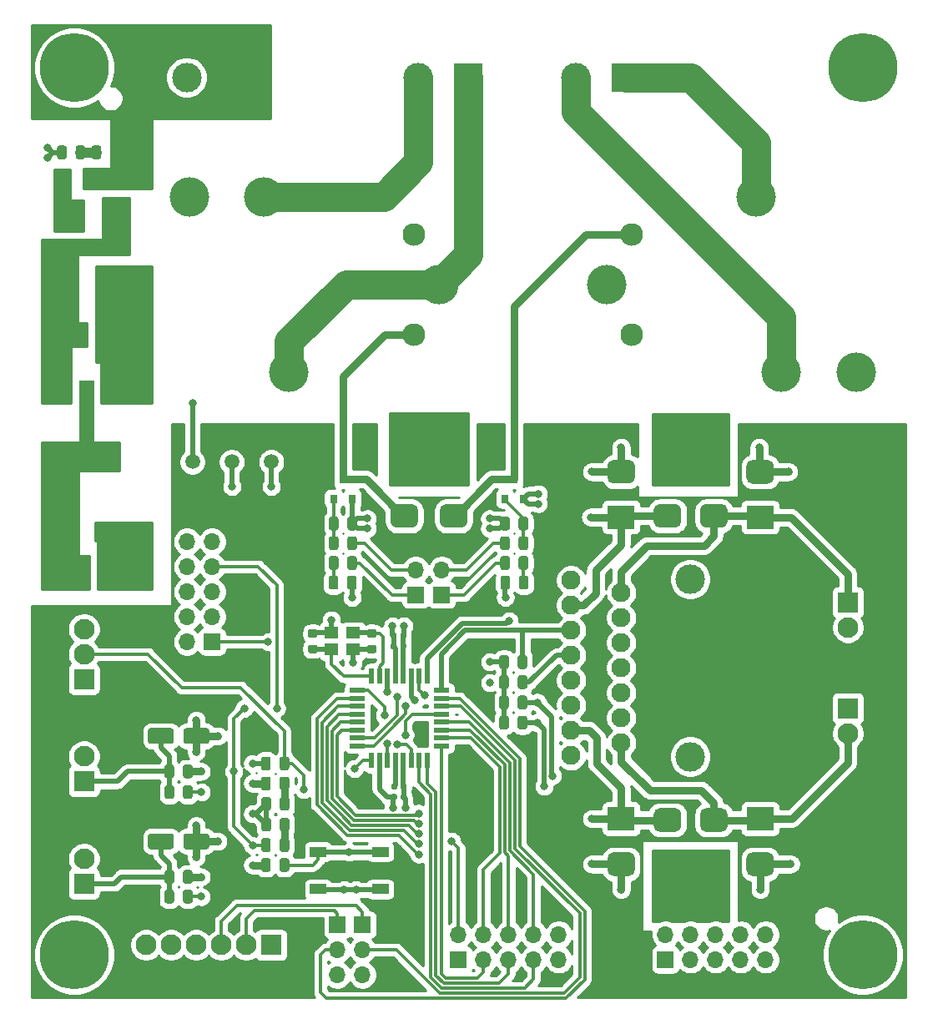
<source format=gbr>
%TF.GenerationSoftware,KiCad,Pcbnew,(5.1.6)-1*%
%TF.CreationDate,2022-04-27T14:58:12+09:00*%
%TF.ProjectId,FP-2500 ICHIMASA,46502d32-3530-4302-9049-4348494d4153,rev?*%
%TF.SameCoordinates,Original*%
%TF.FileFunction,Copper,L1,Top*%
%TF.FilePolarity,Positive*%
%FSLAX46Y46*%
G04 Gerber Fmt 4.6, Leading zero omitted, Abs format (unit mm)*
G04 Created by KiCad (PCBNEW (5.1.6)-1) date 2022-04-27 14:58:12*
%MOMM*%
%LPD*%
G01*
G04 APERTURE LIST*
%TA.AperFunction,ComponentPad*%
%ADD10C,3.000000*%
%TD*%
%TA.AperFunction,ComponentPad*%
%ADD11O,1.700000X1.700000*%
%TD*%
%TA.AperFunction,ComponentPad*%
%ADD12R,1.700000X1.700000*%
%TD*%
%TA.AperFunction,ComponentPad*%
%ADD13C,4.000000*%
%TD*%
%TA.AperFunction,ComponentPad*%
%ADD14C,2.300000*%
%TD*%
%TA.AperFunction,ComponentPad*%
%ADD15C,2.100000*%
%TD*%
%TA.AperFunction,ComponentPad*%
%ADD16R,2.100000X2.100000*%
%TD*%
%TA.AperFunction,ComponentPad*%
%ADD17R,3.000000X3.000000*%
%TD*%
%TA.AperFunction,SMDPad,CuDef*%
%ADD18R,1.600000X0.550000*%
%TD*%
%TA.AperFunction,SMDPad,CuDef*%
%ADD19R,0.550000X1.600000*%
%TD*%
%TA.AperFunction,SMDPad,CuDef*%
%ADD20R,1.400000X1.200000*%
%TD*%
%TA.AperFunction,ComponentPad*%
%ADD21C,1.950000*%
%TD*%
%TA.AperFunction,SMDPad,CuDef*%
%ADD22R,3.800000X2.200000*%
%TD*%
%TA.AperFunction,SMDPad,CuDef*%
%ADD23R,1.500000X2.200000*%
%TD*%
%TA.AperFunction,SMDPad,CuDef*%
%ADD24C,1.500000*%
%TD*%
%TA.AperFunction,SMDPad,CuDef*%
%ADD25R,1.700000X1.000000*%
%TD*%
%TA.AperFunction,SMDPad,CuDef*%
%ADD26R,0.800000X0.900000*%
%TD*%
%TA.AperFunction,ComponentPad*%
%ADD27C,0.800000*%
%TD*%
%TA.AperFunction,ComponentPad*%
%ADD28C,7.000000*%
%TD*%
%TA.AperFunction,SMDPad,CuDef*%
%ADD29R,2.800000X2.400000*%
%TD*%
%TA.AperFunction,SMDPad,CuDef*%
%ADD30R,2.400000X2.800000*%
%TD*%
%TA.AperFunction,ViaPad*%
%ADD31C,0.800000*%
%TD*%
%TA.AperFunction,Conductor*%
%ADD32C,0.800000*%
%TD*%
%TA.AperFunction,Conductor*%
%ADD33C,0.500000*%
%TD*%
%TA.AperFunction,Conductor*%
%ADD34C,1.500000*%
%TD*%
%TA.AperFunction,Conductor*%
%ADD35C,0.300000*%
%TD*%
%TA.AperFunction,Conductor*%
%ADD36C,1.000000*%
%TD*%
%TA.AperFunction,Conductor*%
%ADD37C,3.000000*%
%TD*%
%TA.AperFunction,Conductor*%
%ADD38C,0.254000*%
%TD*%
%TA.AperFunction,NonConductor*%
%ADD39C,0.254000*%
%TD*%
G04 APERTURE END LIST*
D10*
%TO.P,HS1,1*%
%TO.N,Net-(HS1-Pad1)*%
X89500000Y-164900000D03*
X89500000Y-146900000D03*
%TD*%
D11*
%TO.P,J1,10*%
%TO.N,VCC*%
X76160000Y-182960000D03*
%TO.P,J1,9*%
%TO.N,GND*%
X76160000Y-185500000D03*
%TO.P,J1,8*%
%TO.N,/LCD_D7*%
X73620000Y-182960000D03*
%TO.P,J1,7*%
%TO.N,/LCD_D6*%
X73620000Y-185500000D03*
%TO.P,J1,6*%
%TO.N,/LCD_D5*%
X71080000Y-182960000D03*
%TO.P,J1,5*%
%TO.N,/LCD_D4*%
X71080000Y-185500000D03*
%TO.P,J1,4*%
%TO.N,/LCD_RS*%
X68540000Y-182960000D03*
%TO.P,J1,3*%
%TO.N,/LCD_EN*%
X68540000Y-185500000D03*
%TO.P,J1,2*%
%TO.N,/BTN_ENC*%
X66000000Y-182960000D03*
D12*
%TO.P,J1,1*%
%TO.N,/BUZZER*%
X66000000Y-185500000D03*
%TD*%
D11*
%TO.P,J2,10*%
%TO.N,Net-(J2-Pad10)*%
X97160000Y-182960000D03*
%TO.P,J2,9*%
%TO.N,GND*%
X97160000Y-185500000D03*
%TO.P,J2,8*%
%TO.N,Net-(J2-Pad8)*%
X94620000Y-182960000D03*
%TO.P,J2,7*%
%TO.N,Net-(J2-Pad7)*%
X94620000Y-185500000D03*
%TO.P,J2,6*%
%TO.N,Net-(J2-Pad6)*%
X92080000Y-182960000D03*
%TO.P,J2,5*%
%TO.N,/BTN_EN2*%
X92080000Y-185500000D03*
%TO.P,J2,4*%
%TO.N,Net-(J2-Pad4)*%
X89540000Y-182960000D03*
%TO.P,J2,3*%
%TO.N,/BTN_EN1*%
X89540000Y-185500000D03*
%TO.P,J2,2*%
%TO.N,Net-(J2-Pad2)*%
X87000000Y-182960000D03*
D12*
%TO.P,J2,1*%
%TO.N,Net-(J2-Pad1)*%
X87000000Y-185500000D03*
%TD*%
D11*
%TO.P,J6,10*%
%TO.N,GND*%
X38460000Y-143090000D03*
%TO.P,J6,9*%
%TO.N,/MISO_PL2*%
X41000000Y-143090000D03*
%TO.P,J6,8*%
%TO.N,GND*%
X38460000Y-145630000D03*
%TO.P,J6,7*%
%TO.N,/SCK*%
X41000000Y-145630000D03*
%TO.P,J6,6*%
%TO.N,GND*%
X38460000Y-148170000D03*
%TO.P,J6,5*%
%TO.N,/RST*%
X41000000Y-148170000D03*
%TO.P,J6,4*%
%TO.N,GND*%
X38460000Y-150710000D03*
%TO.P,J6,3*%
%TO.N,Net-(J6-Pad3)*%
X41000000Y-150710000D03*
%TO.P,J6,2*%
%TO.N,VCC*%
X38460000Y-153250000D03*
D12*
%TO.P,J6,1*%
%TO.N,/MOSI_PL1*%
X41000000Y-153250000D03*
%TD*%
D11*
%TO.P,JP4,3*%
%TO.N,/KILL_SW*%
X53710000Y-187030000D03*
%TO.P,JP4,2*%
%TO.N,/RX_KILL*%
X53710000Y-184490000D03*
D12*
%TO.P,JP4,1*%
%TO.N,/RX*%
X53710000Y-181950000D03*
%TD*%
D13*
%TO.P,RLY1,3*%
%TO.N,Net-(RLY1-Pad3)*%
X38660000Y-108100000D03*
%TO.P,RLY1,4*%
%TO.N,Net-(J4-Pad1)*%
X48800000Y-125900000D03*
D14*
%TO.P,RLY1,2*%
%TO.N,Net-(D4-Pad1)*%
X61460000Y-122100000D03*
D13*
%TO.P,RLY1,4*%
%TO.N,Net-(J4-Pad1)*%
X64000000Y-117000000D03*
D14*
%TO.P,RLY1,1*%
%TO.N,VBUS*%
X61460000Y-111900000D03*
D13*
%TO.P,RLY1,5*%
%TO.N,Net-(J4-Pad2)*%
X46260000Y-108100000D03*
%TD*%
%TO.P,C6,2*%
%TO.N,GND*%
%TA.AperFunction,SMDPad,CuDef*%
G36*
G01*
X60140000Y-169172500D02*
X60140000Y-168827500D01*
G75*
G02*
X60287500Y-168680000I147500J0D01*
G01*
X60582500Y-168680000D01*
G75*
G02*
X60730000Y-168827500I0J-147500D01*
G01*
X60730000Y-169172500D01*
G75*
G02*
X60582500Y-169320000I-147500J0D01*
G01*
X60287500Y-169320000D01*
G75*
G02*
X60140000Y-169172500I0J147500D01*
G01*
G37*
%TD.AperFunction*%
%TO.P,C6,1*%
%TO.N,VCC*%
%TA.AperFunction,SMDPad,CuDef*%
G36*
G01*
X59170000Y-169172500D02*
X59170000Y-168827500D01*
G75*
G02*
X59317500Y-168680000I147500J0D01*
G01*
X59612500Y-168680000D01*
G75*
G02*
X59760000Y-168827500I0J-147500D01*
G01*
X59760000Y-169172500D01*
G75*
G02*
X59612500Y-169320000I-147500J0D01*
G01*
X59317500Y-169320000D01*
G75*
G02*
X59170000Y-169172500I0J147500D01*
G01*
G37*
%TD.AperFunction*%
%TD*%
%TO.P,C8,2*%
%TO.N,GND*%
%TA.AperFunction,SMDPad,CuDef*%
G36*
G01*
X59710000Y-152477500D02*
X59710000Y-152822500D01*
G75*
G02*
X59562500Y-152970000I-147500J0D01*
G01*
X59267500Y-152970000D01*
G75*
G02*
X59120000Y-152822500I0J147500D01*
G01*
X59120000Y-152477500D01*
G75*
G02*
X59267500Y-152330000I147500J0D01*
G01*
X59562500Y-152330000D01*
G75*
G02*
X59710000Y-152477500I0J-147500D01*
G01*
G37*
%TD.AperFunction*%
%TO.P,C8,1*%
%TO.N,VCC*%
%TA.AperFunction,SMDPad,CuDef*%
G36*
G01*
X60680000Y-152477500D02*
X60680000Y-152822500D01*
G75*
G02*
X60532500Y-152970000I-147500J0D01*
G01*
X60237500Y-152970000D01*
G75*
G02*
X60090000Y-152822500I0J147500D01*
G01*
X60090000Y-152477500D01*
G75*
G02*
X60237500Y-152330000I147500J0D01*
G01*
X60532500Y-152330000D01*
G75*
G02*
X60680000Y-152477500I0J-147500D01*
G01*
G37*
%TD.AperFunction*%
%TD*%
%TO.P,C7,2*%
%TO.N,GND*%
%TA.AperFunction,SMDPad,CuDef*%
G36*
G01*
X59710000Y-153527500D02*
X59710000Y-153872500D01*
G75*
G02*
X59562500Y-154020000I-147500J0D01*
G01*
X59267500Y-154020000D01*
G75*
G02*
X59120000Y-153872500I0J147500D01*
G01*
X59120000Y-153527500D01*
G75*
G02*
X59267500Y-153380000I147500J0D01*
G01*
X59562500Y-153380000D01*
G75*
G02*
X59710000Y-153527500I0J-147500D01*
G01*
G37*
%TD.AperFunction*%
%TO.P,C7,1*%
%TO.N,VCC*%
%TA.AperFunction,SMDPad,CuDef*%
G36*
G01*
X60680000Y-153527500D02*
X60680000Y-153872500D01*
G75*
G02*
X60532500Y-154020000I-147500J0D01*
G01*
X60237500Y-154020000D01*
G75*
G02*
X60090000Y-153872500I0J147500D01*
G01*
X60090000Y-153527500D01*
G75*
G02*
X60237500Y-153380000I147500J0D01*
G01*
X60532500Y-153380000D01*
G75*
G02*
X60680000Y-153527500I0J-147500D01*
G01*
G37*
%TD.AperFunction*%
%TD*%
D15*
%TO.P,J10,2*%
%TO.N,Net-(D12-Pad1)*%
X105500000Y-162540000D03*
D16*
%TO.P,J10,1*%
%TO.N,Net-(D11-Pad1)*%
X105500000Y-160000000D03*
%TD*%
D15*
%TO.P,J9,2*%
%TO.N,Net-(D10-Pad1)*%
X105500000Y-151790000D03*
D16*
%TO.P,J9,1*%
%TO.N,Net-(D13-Pad2)*%
X105500000Y-149250000D03*
%TD*%
D10*
%TO.P,J5,2*%
%TO.N,Net-(J5-Pad2)*%
X77920000Y-96000000D03*
D17*
%TO.P,J5,1*%
%TO.N,Net-(J5-Pad1)*%
X83000000Y-96000000D03*
%TD*%
D10*
%TO.P,J4,2*%
%TO.N,Net-(J4-Pad2)*%
X61920000Y-96000000D03*
D17*
%TO.P,J4,1*%
%TO.N,Net-(J4-Pad1)*%
X67000000Y-96000000D03*
%TD*%
D15*
%TO.P,J8,2*%
%TO.N,GND*%
X28000000Y-164860000D03*
D16*
%TO.P,J8,1*%
%TO.N,Net-(C12-Pad1)*%
X28000000Y-167400000D03*
%TD*%
D15*
%TO.P,J7,2*%
%TO.N,GND*%
X28000000Y-175260000D03*
D16*
%TO.P,J7,1*%
%TO.N,Net-(C11-Pad1)*%
X28000000Y-177800000D03*
%TD*%
D18*
%TO.P,U2,32*%
%TO.N,/M1_IN1*%
X64250000Y-158200000D03*
%TO.P,U2,31*%
%TO.N,/RX_KILL*%
X64250000Y-159000000D03*
%TO.P,U2,30*%
%TO.N,/TX_BUZ*%
X64250000Y-159800000D03*
%TO.P,U2,29*%
%TO.N,/RST*%
X64250000Y-160600000D03*
%TO.P,U2,28*%
%TO.N,/LCD_D7*%
X64250000Y-161400000D03*
%TO.P,U2,27*%
%TO.N,/LCD_D5*%
X64250000Y-162200000D03*
%TO.P,U2,26*%
%TO.N,/LCD_RS*%
X64250000Y-163000000D03*
%TO.P,U2,25*%
%TO.N,/LCD_EN*%
X64250000Y-163800000D03*
D19*
%TO.P,U2,24*%
%TO.N,/LCD_D4*%
X62800000Y-165250000D03*
%TO.P,U2,23*%
%TO.N,/LCD_D6*%
X62000000Y-165250000D03*
%TO.P,U2,22*%
%TO.N,/TH1*%
X61200000Y-165250000D03*
%TO.P,U2,21*%
%TO.N,GND*%
X60400000Y-165250000D03*
%TO.P,U2,20*%
%TO.N,/AREF*%
X59600000Y-165250000D03*
%TO.P,U2,19*%
%TO.N,/TH2*%
X58800000Y-165250000D03*
%TO.P,U2,18*%
%TO.N,VCC*%
X58000000Y-165250000D03*
%TO.P,U2,17*%
%TO.N,/SCK*%
X57200000Y-165250000D03*
D18*
%TO.P,U2,16*%
%TO.N,/MISO_PL2*%
X55750000Y-163800000D03*
%TO.P,U2,15*%
%TO.N,/MOSI_PL1*%
X55750000Y-163000000D03*
%TO.P,U2,14*%
%TO.N,/M2_EN*%
X55750000Y-162200000D03*
%TO.P,U2,13*%
%TO.N,/M1_EN*%
X55750000Y-161400000D03*
%TO.P,U2,12*%
%TO.N,/BTN_ENC*%
X55750000Y-160600000D03*
%TO.P,U2,11*%
%TO.N,/BTN_EN1*%
X55750000Y-159800000D03*
%TO.P,U2,10*%
%TO.N,/BTN_EN2*%
X55750000Y-159000000D03*
%TO.P,U2,9*%
%TO.N,/M2_IN2*%
X55750000Y-158200000D03*
D19*
%TO.P,U2,8*%
%TO.N,/XTAL2*%
X57200000Y-156750000D03*
%TO.P,U2,7*%
%TO.N,/XTAL1*%
X58000000Y-156750000D03*
%TO.P,U2,6*%
%TO.N,VCC*%
X58800000Y-156750000D03*
%TO.P,U2,5*%
%TO.N,GND*%
X59600000Y-156750000D03*
%TO.P,U2,4*%
%TO.N,VCC*%
X60400000Y-156750000D03*
%TO.P,U2,3*%
%TO.N,GND*%
X61200000Y-156750000D03*
%TO.P,U2,2*%
%TO.N,/M2_IN1*%
X62000000Y-156750000D03*
%TO.P,U2,1*%
%TO.N,/M1_IN2*%
X62800000Y-156750000D03*
%TD*%
D20*
%TO.P,Y1,4*%
%TO.N,GND*%
X55300000Y-154050000D03*
%TO.P,Y1,3*%
%TO.N,/XTAL2*%
X53100000Y-154050000D03*
%TO.P,Y1,2*%
%TO.N,GND*%
X53100000Y-152350000D03*
%TO.P,Y1,1*%
%TO.N,/XTAL1*%
X55300000Y-152350000D03*
%TD*%
D21*
%TO.P,U3,15*%
%TO.N,GND*%
X77420000Y-164790000D03*
%TO.P,U3,14*%
%TO.N,Net-(D12-Pad1)*%
X82500000Y-163520000D03*
%TO.P,U3,13*%
%TO.N,Net-(D11-Pad1)*%
X77420000Y-162250000D03*
%TO.P,U3,12*%
%TO.N,/M2_IN2*%
X82500000Y-160980000D03*
%TO.P,U3,11*%
%TO.N,/M2_EN*%
X77420000Y-159710000D03*
%TO.P,U3,10*%
%TO.N,/M2_IN1*%
X82500000Y-158440000D03*
%TO.P,U3,9*%
%TO.N,VBUS*%
X77420000Y-157170000D03*
%TO.P,U3,8*%
%TO.N,GND*%
X82500000Y-155900000D03*
%TO.P,U3,7*%
%TO.N,/M1_IN2*%
X77420000Y-154630000D03*
%TO.P,U3,6*%
%TO.N,/M1_EN*%
X82500000Y-153360000D03*
%TO.P,U3,5*%
%TO.N,/M1_IN1*%
X77420000Y-152090000D03*
%TO.P,U3,4*%
%TO.N,VCC*%
X82500000Y-150820000D03*
%TO.P,U3,3*%
%TO.N,Net-(D10-Pad1)*%
X77420000Y-149550000D03*
%TO.P,U3,2*%
%TO.N,Net-(D13-Pad2)*%
X82500000Y-148280000D03*
%TO.P,U3,1*%
%TO.N,GND*%
X77420000Y-147010000D03*
%TD*%
D22*
%TO.P,U1,4*%
%TO.N,VCC*%
X28250000Y-134150000D03*
D23*
%TO.P,U1,1*%
%TO.N,GND*%
X30550000Y-127850000D03*
%TO.P,U1,2*%
%TO.N,VCC*%
X28250000Y-127850000D03*
%TO.P,U1,3*%
%TO.N,Net-(C1-Pad1)*%
X25950000Y-127850000D03*
%TD*%
D24*
%TO.P,TP3,1*%
%TO.N,GND*%
X47000000Y-135000000D03*
%TD*%
%TO.P,TP2,1*%
%TO.N,VBUS*%
X39000000Y-135000000D03*
%TD*%
%TO.P,TP1,1*%
%TO.N,VCC*%
X43000000Y-135000000D03*
%TD*%
D25*
%TO.P,S1,2*%
%TO.N,GND*%
X58050000Y-178350000D03*
X51750000Y-178350000D03*
%TO.P,S1,1*%
%TO.N,/RST*%
X58050000Y-174550000D03*
X51750000Y-174550000D03*
%TD*%
D13*
%TO.P,RLY2,3*%
%TO.N,Net-(RLY2-Pad3)*%
X106340000Y-125900000D03*
%TO.P,RLY2,4*%
%TO.N,Net-(J5-Pad1)*%
X96200000Y-108100000D03*
D14*
%TO.P,RLY2,2*%
%TO.N,Net-(D5-Pad1)*%
X83540000Y-111900000D03*
D13*
%TO.P,RLY2,4*%
%TO.N,Net-(J5-Pad1)*%
X81000000Y-117000000D03*
D14*
%TO.P,RLY2,1*%
%TO.N,VBUS*%
X83540000Y-122100000D03*
D13*
%TO.P,RLY2,5*%
%TO.N,Net-(J5-Pad2)*%
X98740000Y-125900000D03*
%TD*%
%TO.P,R19,2*%
%TO.N,/KILL_SW*%
%TA.AperFunction,SMDPad,CuDef*%
G36*
G01*
X47850000Y-166056250D02*
X47850000Y-165143750D01*
G75*
G02*
X48093750Y-164900000I243750J0D01*
G01*
X48581250Y-164900000D01*
G75*
G02*
X48825000Y-165143750I0J-243750D01*
G01*
X48825000Y-166056250D01*
G75*
G02*
X48581250Y-166300000I-243750J0D01*
G01*
X48093750Y-166300000D01*
G75*
G02*
X47850000Y-166056250I0J243750D01*
G01*
G37*
%TD.AperFunction*%
%TO.P,R19,1*%
%TO.N,VCC*%
%TA.AperFunction,SMDPad,CuDef*%
G36*
G01*
X45975000Y-166056250D02*
X45975000Y-165143750D01*
G75*
G02*
X46218750Y-164900000I243750J0D01*
G01*
X46706250Y-164900000D01*
G75*
G02*
X46950000Y-165143750I0J-243750D01*
G01*
X46950000Y-166056250D01*
G75*
G02*
X46706250Y-166300000I-243750J0D01*
G01*
X46218750Y-166300000D01*
G75*
G02*
X45975000Y-166056250I0J243750D01*
G01*
G37*
%TD.AperFunction*%
%TD*%
%TO.P,R18,2*%
%TO.N,/M1_IN1*%
%TA.AperFunction,SMDPad,CuDef*%
G36*
G01*
X72000000Y-155756250D02*
X72000000Y-154843750D01*
G75*
G02*
X72243750Y-154600000I243750J0D01*
G01*
X72731250Y-154600000D01*
G75*
G02*
X72975000Y-154843750I0J-243750D01*
G01*
X72975000Y-155756250D01*
G75*
G02*
X72731250Y-156000000I-243750J0D01*
G01*
X72243750Y-156000000D01*
G75*
G02*
X72000000Y-155756250I0J243750D01*
G01*
G37*
%TD.AperFunction*%
%TO.P,R18,1*%
%TO.N,VCC*%
%TA.AperFunction,SMDPad,CuDef*%
G36*
G01*
X70125000Y-155756250D02*
X70125000Y-154843750D01*
G75*
G02*
X70368750Y-154600000I243750J0D01*
G01*
X70856250Y-154600000D01*
G75*
G02*
X71100000Y-154843750I0J-243750D01*
G01*
X71100000Y-155756250D01*
G75*
G02*
X70856250Y-156000000I-243750J0D01*
G01*
X70368750Y-156000000D01*
G75*
G02*
X70125000Y-155756250I0J243750D01*
G01*
G37*
%TD.AperFunction*%
%TD*%
%TO.P,R17,2*%
%TO.N,/M1_IN2*%
%TA.AperFunction,SMDPad,CuDef*%
G36*
G01*
X72000000Y-157806250D02*
X72000000Y-156893750D01*
G75*
G02*
X72243750Y-156650000I243750J0D01*
G01*
X72731250Y-156650000D01*
G75*
G02*
X72975000Y-156893750I0J-243750D01*
G01*
X72975000Y-157806250D01*
G75*
G02*
X72731250Y-158050000I-243750J0D01*
G01*
X72243750Y-158050000D01*
G75*
G02*
X72000000Y-157806250I0J243750D01*
G01*
G37*
%TD.AperFunction*%
%TO.P,R17,1*%
%TO.N,VCC*%
%TA.AperFunction,SMDPad,CuDef*%
G36*
G01*
X70125000Y-157806250D02*
X70125000Y-156893750D01*
G75*
G02*
X70368750Y-156650000I243750J0D01*
G01*
X70856250Y-156650000D01*
G75*
G02*
X71100000Y-156893750I0J-243750D01*
G01*
X71100000Y-157806250D01*
G75*
G02*
X70856250Y-158050000I-243750J0D01*
G01*
X70368750Y-158050000D01*
G75*
G02*
X70125000Y-157806250I0J243750D01*
G01*
G37*
%TD.AperFunction*%
%TD*%
%TO.P,R16,2*%
%TO.N,/M2_IN1*%
%TA.AperFunction,SMDPad,CuDef*%
G36*
G01*
X72000000Y-159856250D02*
X72000000Y-158943750D01*
G75*
G02*
X72243750Y-158700000I243750J0D01*
G01*
X72731250Y-158700000D01*
G75*
G02*
X72975000Y-158943750I0J-243750D01*
G01*
X72975000Y-159856250D01*
G75*
G02*
X72731250Y-160100000I-243750J0D01*
G01*
X72243750Y-160100000D01*
G75*
G02*
X72000000Y-159856250I0J243750D01*
G01*
G37*
%TD.AperFunction*%
%TO.P,R16,1*%
%TO.N,VCC*%
%TA.AperFunction,SMDPad,CuDef*%
G36*
G01*
X70125000Y-159856250D02*
X70125000Y-158943750D01*
G75*
G02*
X70368750Y-158700000I243750J0D01*
G01*
X70856250Y-158700000D01*
G75*
G02*
X71100000Y-158943750I0J-243750D01*
G01*
X71100000Y-159856250D01*
G75*
G02*
X70856250Y-160100000I-243750J0D01*
G01*
X70368750Y-160100000D01*
G75*
G02*
X70125000Y-159856250I0J243750D01*
G01*
G37*
%TD.AperFunction*%
%TD*%
%TO.P,R15,2*%
%TO.N,/M2_IN2*%
%TA.AperFunction,SMDPad,CuDef*%
G36*
G01*
X72000000Y-161906250D02*
X72000000Y-160993750D01*
G75*
G02*
X72243750Y-160750000I243750J0D01*
G01*
X72731250Y-160750000D01*
G75*
G02*
X72975000Y-160993750I0J-243750D01*
G01*
X72975000Y-161906250D01*
G75*
G02*
X72731250Y-162150000I-243750J0D01*
G01*
X72243750Y-162150000D01*
G75*
G02*
X72000000Y-161906250I0J243750D01*
G01*
G37*
%TD.AperFunction*%
%TO.P,R15,1*%
%TO.N,VCC*%
%TA.AperFunction,SMDPad,CuDef*%
G36*
G01*
X70125000Y-161906250D02*
X70125000Y-160993750D01*
G75*
G02*
X70368750Y-160750000I243750J0D01*
G01*
X70856250Y-160750000D01*
G75*
G02*
X71100000Y-160993750I0J-243750D01*
G01*
X71100000Y-161906250D01*
G75*
G02*
X70856250Y-162150000I-243750J0D01*
G01*
X70368750Y-162150000D01*
G75*
G02*
X70125000Y-161906250I0J243750D01*
G01*
G37*
%TD.AperFunction*%
%TD*%
%TO.P,R14,2*%
%TO.N,/TH2*%
%TA.AperFunction,SMDPad,CuDef*%
G36*
G01*
X38050000Y-168956250D02*
X38050000Y-168043750D01*
G75*
G02*
X38293750Y-167800000I243750J0D01*
G01*
X38781250Y-167800000D01*
G75*
G02*
X39025000Y-168043750I0J-243750D01*
G01*
X39025000Y-168956250D01*
G75*
G02*
X38781250Y-169200000I-243750J0D01*
G01*
X38293750Y-169200000D01*
G75*
G02*
X38050000Y-168956250I0J243750D01*
G01*
G37*
%TD.AperFunction*%
%TO.P,R14,1*%
%TO.N,Net-(C12-Pad1)*%
%TA.AperFunction,SMDPad,CuDef*%
G36*
G01*
X36175000Y-168956250D02*
X36175000Y-168043750D01*
G75*
G02*
X36418750Y-167800000I243750J0D01*
G01*
X36906250Y-167800000D01*
G75*
G02*
X37150000Y-168043750I0J-243750D01*
G01*
X37150000Y-168956250D01*
G75*
G02*
X36906250Y-169200000I-243750J0D01*
G01*
X36418750Y-169200000D01*
G75*
G02*
X36175000Y-168956250I0J243750D01*
G01*
G37*
%TD.AperFunction*%
%TD*%
%TO.P,R13,2*%
%TO.N,Net-(C12-Pad1)*%
%TA.AperFunction,SMDPad,CuDef*%
G36*
G01*
X37150000Y-165943750D02*
X37150000Y-166856250D01*
G75*
G02*
X36906250Y-167100000I-243750J0D01*
G01*
X36418750Y-167100000D01*
G75*
G02*
X36175000Y-166856250I0J243750D01*
G01*
X36175000Y-165943750D01*
G75*
G02*
X36418750Y-165700000I243750J0D01*
G01*
X36906250Y-165700000D01*
G75*
G02*
X37150000Y-165943750I0J-243750D01*
G01*
G37*
%TD.AperFunction*%
%TO.P,R13,1*%
%TO.N,VCC*%
%TA.AperFunction,SMDPad,CuDef*%
G36*
G01*
X39025000Y-165943750D02*
X39025000Y-166856250D01*
G75*
G02*
X38781250Y-167100000I-243750J0D01*
G01*
X38293750Y-167100000D01*
G75*
G02*
X38050000Y-166856250I0J243750D01*
G01*
X38050000Y-165943750D01*
G75*
G02*
X38293750Y-165700000I243750J0D01*
G01*
X38781250Y-165700000D01*
G75*
G02*
X39025000Y-165943750I0J-243750D01*
G01*
G37*
%TD.AperFunction*%
%TD*%
%TO.P,R12,2*%
%TO.N,/TH1*%
%TA.AperFunction,SMDPad,CuDef*%
G36*
G01*
X38050000Y-179556250D02*
X38050000Y-178643750D01*
G75*
G02*
X38293750Y-178400000I243750J0D01*
G01*
X38781250Y-178400000D01*
G75*
G02*
X39025000Y-178643750I0J-243750D01*
G01*
X39025000Y-179556250D01*
G75*
G02*
X38781250Y-179800000I-243750J0D01*
G01*
X38293750Y-179800000D01*
G75*
G02*
X38050000Y-179556250I0J243750D01*
G01*
G37*
%TD.AperFunction*%
%TO.P,R12,1*%
%TO.N,Net-(C11-Pad1)*%
%TA.AperFunction,SMDPad,CuDef*%
G36*
G01*
X36175000Y-179556250D02*
X36175000Y-178643750D01*
G75*
G02*
X36418750Y-178400000I243750J0D01*
G01*
X36906250Y-178400000D01*
G75*
G02*
X37150000Y-178643750I0J-243750D01*
G01*
X37150000Y-179556250D01*
G75*
G02*
X36906250Y-179800000I-243750J0D01*
G01*
X36418750Y-179800000D01*
G75*
G02*
X36175000Y-179556250I0J243750D01*
G01*
G37*
%TD.AperFunction*%
%TD*%
%TO.P,R11,2*%
%TO.N,Net-(C11-Pad1)*%
%TA.AperFunction,SMDPad,CuDef*%
G36*
G01*
X37150000Y-176643750D02*
X37150000Y-177556250D01*
G75*
G02*
X36906250Y-177800000I-243750J0D01*
G01*
X36418750Y-177800000D01*
G75*
G02*
X36175000Y-177556250I0J243750D01*
G01*
X36175000Y-176643750D01*
G75*
G02*
X36418750Y-176400000I243750J0D01*
G01*
X36906250Y-176400000D01*
G75*
G02*
X37150000Y-176643750I0J-243750D01*
G01*
G37*
%TD.AperFunction*%
%TO.P,R11,1*%
%TO.N,VCC*%
%TA.AperFunction,SMDPad,CuDef*%
G36*
G01*
X39025000Y-176643750D02*
X39025000Y-177556250D01*
G75*
G02*
X38781250Y-177800000I-243750J0D01*
G01*
X38293750Y-177800000D01*
G75*
G02*
X38050000Y-177556250I0J243750D01*
G01*
X38050000Y-176643750D01*
G75*
G02*
X38293750Y-176400000I243750J0D01*
G01*
X38781250Y-176400000D01*
G75*
G02*
X39025000Y-176643750I0J-243750D01*
G01*
G37*
%TD.AperFunction*%
%TD*%
%TO.P,R10,2*%
%TO.N,/RST*%
%TA.AperFunction,SMDPad,CuDef*%
G36*
G01*
X47850000Y-176356250D02*
X47850000Y-175443750D01*
G75*
G02*
X48093750Y-175200000I243750J0D01*
G01*
X48581250Y-175200000D01*
G75*
G02*
X48825000Y-175443750I0J-243750D01*
G01*
X48825000Y-176356250D01*
G75*
G02*
X48581250Y-176600000I-243750J0D01*
G01*
X48093750Y-176600000D01*
G75*
G02*
X47850000Y-176356250I0J243750D01*
G01*
G37*
%TD.AperFunction*%
%TO.P,R10,1*%
%TO.N,VCC*%
%TA.AperFunction,SMDPad,CuDef*%
G36*
G01*
X45975000Y-176356250D02*
X45975000Y-175443750D01*
G75*
G02*
X46218750Y-175200000I243750J0D01*
G01*
X46706250Y-175200000D01*
G75*
G02*
X46950000Y-175443750I0J-243750D01*
G01*
X46950000Y-176356250D01*
G75*
G02*
X46706250Y-176600000I-243750J0D01*
G01*
X46218750Y-176600000D01*
G75*
G02*
X45975000Y-176356250I0J243750D01*
G01*
G37*
%TD.AperFunction*%
%TD*%
%TO.P,R9,2*%
%TO.N,Net-(D8-Pad2)*%
%TA.AperFunction,SMDPad,CuDef*%
G36*
G01*
X47850000Y-174332250D02*
X47850000Y-173419750D01*
G75*
G02*
X48093750Y-173176000I243750J0D01*
G01*
X48581250Y-173176000D01*
G75*
G02*
X48825000Y-173419750I0J-243750D01*
G01*
X48825000Y-174332250D01*
G75*
G02*
X48581250Y-174576000I-243750J0D01*
G01*
X48093750Y-174576000D01*
G75*
G02*
X47850000Y-174332250I0J243750D01*
G01*
G37*
%TD.AperFunction*%
%TO.P,R9,1*%
%TO.N,/SCK*%
%TA.AperFunction,SMDPad,CuDef*%
G36*
G01*
X45975000Y-174332250D02*
X45975000Y-173419750D01*
G75*
G02*
X46218750Y-173176000I243750J0D01*
G01*
X46706250Y-173176000D01*
G75*
G02*
X46950000Y-173419750I0J-243750D01*
G01*
X46950000Y-174332250D01*
G75*
G02*
X46706250Y-174576000I-243750J0D01*
G01*
X46218750Y-174576000D01*
G75*
G02*
X45975000Y-174332250I0J243750D01*
G01*
G37*
%TD.AperFunction*%
%TD*%
%TO.P,R8,2*%
%TO.N,GND*%
%TA.AperFunction,SMDPad,CuDef*%
G36*
G01*
X71200000Y-140793750D02*
X71200000Y-141706250D01*
G75*
G02*
X70956250Y-141950000I-243750J0D01*
G01*
X70468750Y-141950000D01*
G75*
G02*
X70225000Y-141706250I0J243750D01*
G01*
X70225000Y-140793750D01*
G75*
G02*
X70468750Y-140550000I243750J0D01*
G01*
X70956250Y-140550000D01*
G75*
G02*
X71200000Y-140793750I0J-243750D01*
G01*
G37*
%TD.AperFunction*%
%TO.P,R8,1*%
%TO.N,Net-(Q2-Pad1)*%
%TA.AperFunction,SMDPad,CuDef*%
G36*
G01*
X73075000Y-140793750D02*
X73075000Y-141706250D01*
G75*
G02*
X72831250Y-141950000I-243750J0D01*
G01*
X72343750Y-141950000D01*
G75*
G02*
X72100000Y-141706250I0J243750D01*
G01*
X72100000Y-140793750D01*
G75*
G02*
X72343750Y-140550000I243750J0D01*
G01*
X72831250Y-140550000D01*
G75*
G02*
X73075000Y-140793750I0J-243750D01*
G01*
G37*
%TD.AperFunction*%
%TD*%
%TO.P,R7,2*%
%TO.N,Net-(D7-Pad2)*%
%TA.AperFunction,SMDPad,CuDef*%
G36*
G01*
X72100000Y-145706250D02*
X72100000Y-144793750D01*
G75*
G02*
X72343750Y-144550000I243750J0D01*
G01*
X72831250Y-144550000D01*
G75*
G02*
X73075000Y-144793750I0J-243750D01*
G01*
X73075000Y-145706250D01*
G75*
G02*
X72831250Y-145950000I-243750J0D01*
G01*
X72343750Y-145950000D01*
G75*
G02*
X72100000Y-145706250I0J243750D01*
G01*
G37*
%TD.AperFunction*%
%TO.P,R7,1*%
%TO.N,/MISO_PL2*%
%TA.AperFunction,SMDPad,CuDef*%
G36*
G01*
X70225000Y-145706250D02*
X70225000Y-144793750D01*
G75*
G02*
X70468750Y-144550000I243750J0D01*
G01*
X70956250Y-144550000D01*
G75*
G02*
X71200000Y-144793750I0J-243750D01*
G01*
X71200000Y-145706250D01*
G75*
G02*
X70956250Y-145950000I-243750J0D01*
G01*
X70468750Y-145950000D01*
G75*
G02*
X70225000Y-145706250I0J243750D01*
G01*
G37*
%TD.AperFunction*%
%TD*%
%TO.P,R6,2*%
%TO.N,Net-(JP2-Pad2)*%
%TA.AperFunction,SMDPad,CuDef*%
G36*
G01*
X71200000Y-142793750D02*
X71200000Y-143706250D01*
G75*
G02*
X70956250Y-143950000I-243750J0D01*
G01*
X70468750Y-143950000D01*
G75*
G02*
X70225000Y-143706250I0J243750D01*
G01*
X70225000Y-142793750D01*
G75*
G02*
X70468750Y-142550000I243750J0D01*
G01*
X70956250Y-142550000D01*
G75*
G02*
X71200000Y-142793750I0J-243750D01*
G01*
G37*
%TD.AperFunction*%
%TO.P,R6,1*%
%TO.N,Net-(Q2-Pad1)*%
%TA.AperFunction,SMDPad,CuDef*%
G36*
G01*
X73075000Y-142793750D02*
X73075000Y-143706250D01*
G75*
G02*
X72831250Y-143950000I-243750J0D01*
G01*
X72343750Y-143950000D01*
G75*
G02*
X72100000Y-143706250I0J243750D01*
G01*
X72100000Y-142793750D01*
G75*
G02*
X72343750Y-142550000I243750J0D01*
G01*
X72831250Y-142550000D01*
G75*
G02*
X73075000Y-142793750I0J-243750D01*
G01*
G37*
%TD.AperFunction*%
%TD*%
%TO.P,R5,2*%
%TO.N,GND*%
%TA.AperFunction,SMDPad,CuDef*%
G36*
G01*
X54720000Y-141706250D02*
X54720000Y-140793750D01*
G75*
G02*
X54963750Y-140550000I243750J0D01*
G01*
X55451250Y-140550000D01*
G75*
G02*
X55695000Y-140793750I0J-243750D01*
G01*
X55695000Y-141706250D01*
G75*
G02*
X55451250Y-141950000I-243750J0D01*
G01*
X54963750Y-141950000D01*
G75*
G02*
X54720000Y-141706250I0J243750D01*
G01*
G37*
%TD.AperFunction*%
%TO.P,R5,1*%
%TO.N,Net-(Q1-Pad1)*%
%TA.AperFunction,SMDPad,CuDef*%
G36*
G01*
X52845000Y-141706250D02*
X52845000Y-140793750D01*
G75*
G02*
X53088750Y-140550000I243750J0D01*
G01*
X53576250Y-140550000D01*
G75*
G02*
X53820000Y-140793750I0J-243750D01*
G01*
X53820000Y-141706250D01*
G75*
G02*
X53576250Y-141950000I-243750J0D01*
G01*
X53088750Y-141950000D01*
G75*
G02*
X52845000Y-141706250I0J243750D01*
G01*
G37*
%TD.AperFunction*%
%TD*%
%TO.P,R4,2*%
%TO.N,Net-(D6-Pad2)*%
%TA.AperFunction,SMDPad,CuDef*%
G36*
G01*
X53820000Y-144793750D02*
X53820000Y-145706250D01*
G75*
G02*
X53576250Y-145950000I-243750J0D01*
G01*
X53088750Y-145950000D01*
G75*
G02*
X52845000Y-145706250I0J243750D01*
G01*
X52845000Y-144793750D01*
G75*
G02*
X53088750Y-144550000I243750J0D01*
G01*
X53576250Y-144550000D01*
G75*
G02*
X53820000Y-144793750I0J-243750D01*
G01*
G37*
%TD.AperFunction*%
%TO.P,R4,1*%
%TO.N,/MOSI_PL1*%
%TA.AperFunction,SMDPad,CuDef*%
G36*
G01*
X55695000Y-144793750D02*
X55695000Y-145706250D01*
G75*
G02*
X55451250Y-145950000I-243750J0D01*
G01*
X54963750Y-145950000D01*
G75*
G02*
X54720000Y-145706250I0J243750D01*
G01*
X54720000Y-144793750D01*
G75*
G02*
X54963750Y-144550000I243750J0D01*
G01*
X55451250Y-144550000D01*
G75*
G02*
X55695000Y-144793750I0J-243750D01*
G01*
G37*
%TD.AperFunction*%
%TD*%
%TO.P,R3,2*%
%TO.N,Net-(JP1-Pad2)*%
%TA.AperFunction,SMDPad,CuDef*%
G36*
G01*
X54720000Y-143706250D02*
X54720000Y-142793750D01*
G75*
G02*
X54963750Y-142550000I243750J0D01*
G01*
X55451250Y-142550000D01*
G75*
G02*
X55695000Y-142793750I0J-243750D01*
G01*
X55695000Y-143706250D01*
G75*
G02*
X55451250Y-143950000I-243750J0D01*
G01*
X54963750Y-143950000D01*
G75*
G02*
X54720000Y-143706250I0J243750D01*
G01*
G37*
%TD.AperFunction*%
%TO.P,R3,1*%
%TO.N,Net-(Q1-Pad1)*%
%TA.AperFunction,SMDPad,CuDef*%
G36*
G01*
X52845000Y-143706250D02*
X52845000Y-142793750D01*
G75*
G02*
X53088750Y-142550000I243750J0D01*
G01*
X53576250Y-142550000D01*
G75*
G02*
X53820000Y-142793750I0J-243750D01*
G01*
X53820000Y-143706250D01*
G75*
G02*
X53576250Y-143950000I-243750J0D01*
G01*
X53088750Y-143950000D01*
G75*
G02*
X52845000Y-143706250I0J243750D01*
G01*
G37*
%TD.AperFunction*%
%TD*%
%TO.P,R2,2*%
%TO.N,Net-(D3-Pad2)*%
%TA.AperFunction,SMDPad,CuDef*%
G36*
G01*
X47850000Y-168080250D02*
X47850000Y-167167750D01*
G75*
G02*
X48093750Y-166924000I243750J0D01*
G01*
X48581250Y-166924000D01*
G75*
G02*
X48825000Y-167167750I0J-243750D01*
G01*
X48825000Y-168080250D01*
G75*
G02*
X48581250Y-168324000I-243750J0D01*
G01*
X48093750Y-168324000D01*
G75*
G02*
X47850000Y-168080250I0J243750D01*
G01*
G37*
%TD.AperFunction*%
%TO.P,R2,1*%
%TO.N,VCC*%
%TA.AperFunction,SMDPad,CuDef*%
G36*
G01*
X45975000Y-168080250D02*
X45975000Y-167167750D01*
G75*
G02*
X46218750Y-166924000I243750J0D01*
G01*
X46706250Y-166924000D01*
G75*
G02*
X46950000Y-167167750I0J-243750D01*
G01*
X46950000Y-168080250D01*
G75*
G02*
X46706250Y-168324000I-243750J0D01*
G01*
X46218750Y-168324000D01*
G75*
G02*
X45975000Y-168080250I0J243750D01*
G01*
G37*
%TD.AperFunction*%
%TD*%
%TO.P,R1,2*%
%TO.N,Net-(D2-Pad2)*%
%TA.AperFunction,SMDPad,CuDef*%
G36*
G01*
X29750000Y-103143750D02*
X29750000Y-104056250D01*
G75*
G02*
X29506250Y-104300000I-243750J0D01*
G01*
X29018750Y-104300000D01*
G75*
G02*
X28775000Y-104056250I0J243750D01*
G01*
X28775000Y-103143750D01*
G75*
G02*
X29018750Y-102900000I243750J0D01*
G01*
X29506250Y-102900000D01*
G75*
G02*
X29750000Y-103143750I0J-243750D01*
G01*
G37*
%TD.AperFunction*%
%TO.P,R1,1*%
%TO.N,VBUS*%
%TA.AperFunction,SMDPad,CuDef*%
G36*
G01*
X31625000Y-103143750D02*
X31625000Y-104056250D01*
G75*
G02*
X31381250Y-104300000I-243750J0D01*
G01*
X30893750Y-104300000D01*
G75*
G02*
X30650000Y-104056250I0J243750D01*
G01*
X30650000Y-103143750D01*
G75*
G02*
X30893750Y-102900000I243750J0D01*
G01*
X31381250Y-102900000D01*
G75*
G02*
X31625000Y-103143750I0J-243750D01*
G01*
G37*
%TD.AperFunction*%
%TD*%
D26*
%TO.P,Q2,3*%
%TO.N,Net-(D5-Pad1)*%
X71650000Y-136750000D03*
%TO.P,Q2,2*%
%TO.N,GND*%
X72600000Y-138750000D03*
%TO.P,Q2,1*%
%TO.N,Net-(Q2-Pad1)*%
X70700000Y-138750000D03*
%TD*%
%TO.P,Q1,3*%
%TO.N,Net-(D4-Pad1)*%
X54270000Y-136750000D03*
%TO.P,Q1,2*%
%TO.N,GND*%
X55220000Y-138750000D03*
%TO.P,Q1,1*%
%TO.N,Net-(Q1-Pad1)*%
X53320000Y-138750000D03*
%TD*%
D11*
%TO.P,JP3,3*%
%TO.N,/BUZZER*%
X56250000Y-187030000D03*
%TO.P,JP3,2*%
%TO.N,/TX_BUZ*%
X56250000Y-184490000D03*
D12*
%TO.P,JP3,1*%
%TO.N,/TX*%
X56250000Y-181950000D03*
%TD*%
D11*
%TO.P,JP2,2*%
%TO.N,Net-(JP2-Pad2)*%
X64300000Y-145960000D03*
D12*
%TO.P,JP2,1*%
%TO.N,/MISO_PL2*%
X64300000Y-148500000D03*
%TD*%
D11*
%TO.P,JP1,2*%
%TO.N,Net-(JP1-Pad2)*%
X61650000Y-145960000D03*
D12*
%TO.P,JP1,1*%
%TO.N,/MOSI_PL1*%
X61650000Y-148500000D03*
%TD*%
D15*
%TO.P,J12,3*%
%TO.N,GND*%
X28000000Y-151960000D03*
%TO.P,J12,2*%
%TO.N,/KILL_SW*%
X28000000Y-154500000D03*
D16*
%TO.P,J12,1*%
%TO.N,VCC*%
X28000000Y-157040000D03*
%TD*%
D15*
%TO.P,J11,6*%
%TO.N,GND*%
X34300000Y-184000000D03*
%TO.P,J11,5*%
%TO.N,Net-(J11-Pad5)*%
X36840000Y-184000000D03*
%TO.P,J11,4*%
%TO.N,VCC*%
X39380000Y-184000000D03*
%TO.P,J11,3*%
%TO.N,/TX*%
X41920000Y-184000000D03*
%TO.P,J11,2*%
%TO.N,/RX*%
X44460000Y-184000000D03*
D16*
%TO.P,J11,1*%
%TO.N,Net-(J11-Pad1)*%
X47000000Y-184000000D03*
%TD*%
D10*
%TO.P,J3,2*%
%TO.N,GND*%
X38420000Y-96000000D03*
D17*
%TO.P,J3,1*%
%TO.N,VBUS*%
X43500000Y-96000000D03*
%TD*%
D27*
%TO.P,H4,1*%
%TO.N,Net-(H4-Pad1)*%
X108856155Y-93143845D03*
X107000000Y-92375000D03*
X105143845Y-93143845D03*
X104375000Y-95000000D03*
X105143845Y-96856155D03*
X107000000Y-97625000D03*
X108856155Y-96856155D03*
X109625000Y-95000000D03*
D28*
X107000000Y-95000000D03*
%TD*%
D27*
%TO.P,H3,1*%
%TO.N,Net-(H3-Pad1)*%
X108856155Y-183143845D03*
X107000000Y-182375000D03*
X105143845Y-183143845D03*
X104375000Y-185000000D03*
X105143845Y-186856155D03*
X107000000Y-187625000D03*
X108856155Y-186856155D03*
X109625000Y-185000000D03*
D28*
X107000000Y-185000000D03*
%TD*%
D27*
%TO.P,H2,1*%
%TO.N,Net-(H2-Pad1)*%
X28856155Y-183143845D03*
X27000000Y-182375000D03*
X25143845Y-183143845D03*
X24375000Y-185000000D03*
X25143845Y-186856155D03*
X27000000Y-187625000D03*
X28856155Y-186856155D03*
X29625000Y-185000000D03*
D28*
X27000000Y-185000000D03*
%TD*%
D27*
%TO.P,H1,1*%
%TO.N,Net-(H1-Pad1)*%
X28856155Y-93143845D03*
X27000000Y-92375000D03*
X25143845Y-93143845D03*
X24375000Y-95000000D03*
X25143845Y-96856155D03*
X27000000Y-97625000D03*
X28856155Y-96856155D03*
X29625000Y-95000000D03*
D28*
X27000000Y-95000000D03*
%TD*%
%TO.P,F1,2*%
%TO.N,VBUS*%
%TA.AperFunction,SMDPad,CuDef*%
G36*
G01*
X28025000Y-106875000D02*
X28025000Y-105625000D01*
G75*
G02*
X28275000Y-105375000I250000J0D01*
G01*
X29025000Y-105375000D01*
G75*
G02*
X29275000Y-105625000I0J-250000D01*
G01*
X29275000Y-106875000D01*
G75*
G02*
X29025000Y-107125000I-250000J0D01*
G01*
X28275000Y-107125000D01*
G75*
G02*
X28025000Y-106875000I0J250000D01*
G01*
G37*
%TD.AperFunction*%
%TO.P,F1,1*%
%TO.N,Net-(D1-Pad1)*%
%TA.AperFunction,SMDPad,CuDef*%
G36*
G01*
X25225000Y-106875000D02*
X25225000Y-105625000D01*
G75*
G02*
X25475000Y-105375000I250000J0D01*
G01*
X26225000Y-105375000D01*
G75*
G02*
X26475000Y-105625000I0J-250000D01*
G01*
X26475000Y-106875000D01*
G75*
G02*
X26225000Y-107125000I-250000J0D01*
G01*
X25475000Y-107125000D01*
G75*
G02*
X25225000Y-106875000I0J250000D01*
G01*
G37*
%TD.AperFunction*%
%TD*%
D29*
%TO.P,D16,2*%
%TO.N,Net-(D12-Pad1)*%
X96600000Y-171200000D03*
%TO.P,D16,1*%
%TO.N,GND*%
%TA.AperFunction,SMDPad,CuDef*%
G36*
G01*
X97400000Y-177000000D02*
X95800000Y-177000000D01*
G75*
G02*
X95200000Y-176400000I0J600000D01*
G01*
X95200000Y-175200000D01*
G75*
G02*
X95800000Y-174600000I600000J0D01*
G01*
X97400000Y-174600000D01*
G75*
G02*
X98000000Y-175200000I0J-600000D01*
G01*
X98000000Y-176400000D01*
G75*
G02*
X97400000Y-177000000I-600000J0D01*
G01*
G37*
%TD.AperFunction*%
%TD*%
%TO.P,D15,2*%
%TO.N,Net-(D11-Pad1)*%
X82500000Y-171200000D03*
%TO.P,D15,1*%
%TO.N,GND*%
%TA.AperFunction,SMDPad,CuDef*%
G36*
G01*
X83300000Y-177000000D02*
X81700000Y-177000000D01*
G75*
G02*
X81100000Y-176400000I0J600000D01*
G01*
X81100000Y-175200000D01*
G75*
G02*
X81700000Y-174600000I600000J0D01*
G01*
X83300000Y-174600000D01*
G75*
G02*
X83900000Y-175200000I0J-600000D01*
G01*
X83900000Y-176400000D01*
G75*
G02*
X83300000Y-177000000I-600000J0D01*
G01*
G37*
%TD.AperFunction*%
%TD*%
%TO.P,D14,2*%
%TO.N,Net-(D10-Pad1)*%
X82500000Y-140600000D03*
%TO.P,D14,1*%
%TO.N,GND*%
%TA.AperFunction,SMDPad,CuDef*%
G36*
G01*
X81700000Y-134800000D02*
X83300000Y-134800000D01*
G75*
G02*
X83900000Y-135400000I0J-600000D01*
G01*
X83900000Y-136600000D01*
G75*
G02*
X83300000Y-137200000I-600000J0D01*
G01*
X81700000Y-137200000D01*
G75*
G02*
X81100000Y-136600000I0J600000D01*
G01*
X81100000Y-135400000D01*
G75*
G02*
X81700000Y-134800000I600000J0D01*
G01*
G37*
%TD.AperFunction*%
%TD*%
%TO.P,D13,2*%
%TO.N,Net-(D13-Pad2)*%
X96600000Y-140610000D03*
%TO.P,D13,1*%
%TO.N,GND*%
%TA.AperFunction,SMDPad,CuDef*%
G36*
G01*
X95800000Y-134810000D02*
X97400000Y-134810000D01*
G75*
G02*
X98000000Y-135410000I0J-600000D01*
G01*
X98000000Y-136610000D01*
G75*
G02*
X97400000Y-137210000I-600000J0D01*
G01*
X95800000Y-137210000D01*
G75*
G02*
X95200000Y-136610000I0J600000D01*
G01*
X95200000Y-135410000D01*
G75*
G02*
X95800000Y-134810000I600000J0D01*
G01*
G37*
%TD.AperFunction*%
%TD*%
%TO.P,D12,2*%
%TO.N,VBUS*%
X91900000Y-175930000D03*
%TO.P,D12,1*%
%TO.N,Net-(D12-Pad1)*%
%TA.AperFunction,SMDPad,CuDef*%
G36*
G01*
X91100000Y-170130000D02*
X92700000Y-170130000D01*
G75*
G02*
X93300000Y-170730000I0J-600000D01*
G01*
X93300000Y-171930000D01*
G75*
G02*
X92700000Y-172530000I-600000J0D01*
G01*
X91100000Y-172530000D01*
G75*
G02*
X90500000Y-171930000I0J600000D01*
G01*
X90500000Y-170730000D01*
G75*
G02*
X91100000Y-170130000I600000J0D01*
G01*
G37*
%TD.AperFunction*%
%TD*%
%TO.P,D11,2*%
%TO.N,VBUS*%
X87200000Y-175930000D03*
%TO.P,D11,1*%
%TO.N,Net-(D11-Pad1)*%
%TA.AperFunction,SMDPad,CuDef*%
G36*
G01*
X86400000Y-170130000D02*
X88000000Y-170130000D01*
G75*
G02*
X88600000Y-170730000I0J-600000D01*
G01*
X88600000Y-171930000D01*
G75*
G02*
X88000000Y-172530000I-600000J0D01*
G01*
X86400000Y-172530000D01*
G75*
G02*
X85800000Y-171930000I0J600000D01*
G01*
X85800000Y-170730000D01*
G75*
G02*
X86400000Y-170130000I600000J0D01*
G01*
G37*
%TD.AperFunction*%
%TD*%
%TO.P,D10,2*%
%TO.N,VBUS*%
X87200000Y-135870000D03*
%TO.P,D10,1*%
%TO.N,Net-(D10-Pad1)*%
%TA.AperFunction,SMDPad,CuDef*%
G36*
G01*
X88000000Y-141670000D02*
X86400000Y-141670000D01*
G75*
G02*
X85800000Y-141070000I0J600000D01*
G01*
X85800000Y-139870000D01*
G75*
G02*
X86400000Y-139270000I600000J0D01*
G01*
X88000000Y-139270000D01*
G75*
G02*
X88600000Y-139870000I0J-600000D01*
G01*
X88600000Y-141070000D01*
G75*
G02*
X88000000Y-141670000I-600000J0D01*
G01*
G37*
%TD.AperFunction*%
%TD*%
%TO.P,D9,2*%
%TO.N,VBUS*%
X91900000Y-135870000D03*
%TO.P,D9,1*%
%TO.N,Net-(D13-Pad2)*%
%TA.AperFunction,SMDPad,CuDef*%
G36*
G01*
X92700000Y-141670000D02*
X91100000Y-141670000D01*
G75*
G02*
X90500000Y-141070000I0J600000D01*
G01*
X90500000Y-139870000D01*
G75*
G02*
X91100000Y-139270000I600000J0D01*
G01*
X92700000Y-139270000D01*
G75*
G02*
X93300000Y-139870000I0J-600000D01*
G01*
X93300000Y-141070000D01*
G75*
G02*
X92700000Y-141670000I-600000J0D01*
G01*
G37*
%TD.AperFunction*%
%TD*%
%TO.P,D8,2*%
%TO.N,Net-(D8-Pad2)*%
%TA.AperFunction,SMDPad,CuDef*%
G36*
G01*
X47870000Y-172263250D02*
X47870000Y-171350750D01*
G75*
G02*
X48113750Y-171107000I243750J0D01*
G01*
X48601250Y-171107000D01*
G75*
G02*
X48845000Y-171350750I0J-243750D01*
G01*
X48845000Y-172263250D01*
G75*
G02*
X48601250Y-172507000I-243750J0D01*
G01*
X48113750Y-172507000D01*
G75*
G02*
X47870000Y-172263250I0J243750D01*
G01*
G37*
%TD.AperFunction*%
%TO.P,D8,1*%
%TO.N,GND*%
%TA.AperFunction,SMDPad,CuDef*%
G36*
G01*
X45995000Y-172263250D02*
X45995000Y-171350750D01*
G75*
G02*
X46238750Y-171107000I243750J0D01*
G01*
X46726250Y-171107000D01*
G75*
G02*
X46970000Y-171350750I0J-243750D01*
G01*
X46970000Y-172263250D01*
G75*
G02*
X46726250Y-172507000I-243750J0D01*
G01*
X46238750Y-172507000D01*
G75*
G02*
X45995000Y-172263250I0J243750D01*
G01*
G37*
%TD.AperFunction*%
%TD*%
%TO.P,D7,2*%
%TO.N,Net-(D7-Pad2)*%
%TA.AperFunction,SMDPad,CuDef*%
G36*
G01*
X72120000Y-147706250D02*
X72120000Y-146793750D01*
G75*
G02*
X72363750Y-146550000I243750J0D01*
G01*
X72851250Y-146550000D01*
G75*
G02*
X73095000Y-146793750I0J-243750D01*
G01*
X73095000Y-147706250D01*
G75*
G02*
X72851250Y-147950000I-243750J0D01*
G01*
X72363750Y-147950000D01*
G75*
G02*
X72120000Y-147706250I0J243750D01*
G01*
G37*
%TD.AperFunction*%
%TO.P,D7,1*%
%TO.N,GND*%
%TA.AperFunction,SMDPad,CuDef*%
G36*
G01*
X70245000Y-147706250D02*
X70245000Y-146793750D01*
G75*
G02*
X70488750Y-146550000I243750J0D01*
G01*
X70976250Y-146550000D01*
G75*
G02*
X71220000Y-146793750I0J-243750D01*
G01*
X71220000Y-147706250D01*
G75*
G02*
X70976250Y-147950000I-243750J0D01*
G01*
X70488750Y-147950000D01*
G75*
G02*
X70245000Y-147706250I0J243750D01*
G01*
G37*
%TD.AperFunction*%
%TD*%
%TO.P,D6,2*%
%TO.N,Net-(D6-Pad2)*%
%TA.AperFunction,SMDPad,CuDef*%
G36*
G01*
X53800000Y-146793750D02*
X53800000Y-147706250D01*
G75*
G02*
X53556250Y-147950000I-243750J0D01*
G01*
X53068750Y-147950000D01*
G75*
G02*
X52825000Y-147706250I0J243750D01*
G01*
X52825000Y-146793750D01*
G75*
G02*
X53068750Y-146550000I243750J0D01*
G01*
X53556250Y-146550000D01*
G75*
G02*
X53800000Y-146793750I0J-243750D01*
G01*
G37*
%TD.AperFunction*%
%TO.P,D6,1*%
%TO.N,GND*%
%TA.AperFunction,SMDPad,CuDef*%
G36*
G01*
X55675000Y-146793750D02*
X55675000Y-147706250D01*
G75*
G02*
X55431250Y-147950000I-243750J0D01*
G01*
X54943750Y-147950000D01*
G75*
G02*
X54700000Y-147706250I0J243750D01*
G01*
X54700000Y-146793750D01*
G75*
G02*
X54943750Y-146550000I243750J0D01*
G01*
X55431250Y-146550000D01*
G75*
G02*
X55675000Y-146793750I0J-243750D01*
G01*
G37*
%TD.AperFunction*%
%TD*%
%TO.P,D5,2*%
%TO.N,VBUS*%
X65500000Y-135880000D03*
%TO.P,D5,1*%
%TO.N,Net-(D5-Pad1)*%
%TA.AperFunction,SMDPad,CuDef*%
G36*
G01*
X66300000Y-141680000D02*
X64700000Y-141680000D01*
G75*
G02*
X64100000Y-141080000I0J600000D01*
G01*
X64100000Y-139880000D01*
G75*
G02*
X64700000Y-139280000I600000J0D01*
G01*
X66300000Y-139280000D01*
G75*
G02*
X66900000Y-139880000I0J-600000D01*
G01*
X66900000Y-141080000D01*
G75*
G02*
X66300000Y-141680000I-600000J0D01*
G01*
G37*
%TD.AperFunction*%
%TD*%
%TO.P,D4,2*%
%TO.N,VBUS*%
X60500000Y-135880000D03*
%TO.P,D4,1*%
%TO.N,Net-(D4-Pad1)*%
%TA.AperFunction,SMDPad,CuDef*%
G36*
G01*
X61300000Y-141680000D02*
X59700000Y-141680000D01*
G75*
G02*
X59100000Y-141080000I0J600000D01*
G01*
X59100000Y-139880000D01*
G75*
G02*
X59700000Y-139280000I600000J0D01*
G01*
X61300000Y-139280000D01*
G75*
G02*
X61900000Y-139880000I0J-600000D01*
G01*
X61900000Y-141080000D01*
G75*
G02*
X61300000Y-141680000I-600000J0D01*
G01*
G37*
%TD.AperFunction*%
%TD*%
%TO.P,D3,2*%
%TO.N,Net-(D3-Pad2)*%
%TA.AperFunction,SMDPad,CuDef*%
G36*
G01*
X47870000Y-170149250D02*
X47870000Y-169236750D01*
G75*
G02*
X48113750Y-168993000I243750J0D01*
G01*
X48601250Y-168993000D01*
G75*
G02*
X48845000Y-169236750I0J-243750D01*
G01*
X48845000Y-170149250D01*
G75*
G02*
X48601250Y-170393000I-243750J0D01*
G01*
X48113750Y-170393000D01*
G75*
G02*
X47870000Y-170149250I0J243750D01*
G01*
G37*
%TD.AperFunction*%
%TO.P,D3,1*%
%TO.N,GND*%
%TA.AperFunction,SMDPad,CuDef*%
G36*
G01*
X45995000Y-170149250D02*
X45995000Y-169236750D01*
G75*
G02*
X46238750Y-168993000I243750J0D01*
G01*
X46726250Y-168993000D01*
G75*
G02*
X46970000Y-169236750I0J-243750D01*
G01*
X46970000Y-170149250D01*
G75*
G02*
X46726250Y-170393000I-243750J0D01*
G01*
X46238750Y-170393000D01*
G75*
G02*
X45995000Y-170149250I0J243750D01*
G01*
G37*
%TD.AperFunction*%
%TD*%
%TO.P,D2,2*%
%TO.N,Net-(D2-Pad2)*%
%TA.AperFunction,SMDPad,CuDef*%
G36*
G01*
X27150000Y-104056250D02*
X27150000Y-103143750D01*
G75*
G02*
X27393750Y-102900000I243750J0D01*
G01*
X27881250Y-102900000D01*
G75*
G02*
X28125000Y-103143750I0J-243750D01*
G01*
X28125000Y-104056250D01*
G75*
G02*
X27881250Y-104300000I-243750J0D01*
G01*
X27393750Y-104300000D01*
G75*
G02*
X27150000Y-104056250I0J243750D01*
G01*
G37*
%TD.AperFunction*%
%TO.P,D2,1*%
%TO.N,GND*%
%TA.AperFunction,SMDPad,CuDef*%
G36*
G01*
X25275000Y-104056250D02*
X25275000Y-103143750D01*
G75*
G02*
X25518750Y-102900000I243750J0D01*
G01*
X26006250Y-102900000D01*
G75*
G02*
X26250000Y-103143750I0J-243750D01*
G01*
X26250000Y-104056250D01*
G75*
G02*
X26006250Y-104300000I-243750J0D01*
G01*
X25518750Y-104300000D01*
G75*
G02*
X25275000Y-104056250I0J243750D01*
G01*
G37*
%TD.AperFunction*%
%TD*%
D30*
%TO.P,D1,2*%
%TO.N,Net-(C1-Pad1)*%
X31220000Y-110000000D03*
%TO.P,D1,1*%
%TO.N,Net-(D1-Pad1)*%
%TA.AperFunction,SMDPad,CuDef*%
G36*
G01*
X25420000Y-110800000D02*
X25420000Y-109200000D01*
G75*
G02*
X26020000Y-108600000I600000J0D01*
G01*
X27220000Y-108600000D01*
G75*
G02*
X27820000Y-109200000I0J-600000D01*
G01*
X27820000Y-110800000D01*
G75*
G02*
X27220000Y-111400000I-600000J0D01*
G01*
X26020000Y-111400000D01*
G75*
G02*
X25420000Y-110800000I0J600000D01*
G01*
G37*
%TD.AperFunction*%
%TD*%
%TO.P,C12,2*%
%TO.N,GND*%
%TA.AperFunction,SMDPad,CuDef*%
G36*
G01*
X38100000Y-163350000D02*
X38100000Y-162250000D01*
G75*
G02*
X38350000Y-162000000I250000J0D01*
G01*
X40450000Y-162000000D01*
G75*
G02*
X40700000Y-162250000I0J-250000D01*
G01*
X40700000Y-163350000D01*
G75*
G02*
X40450000Y-163600000I-250000J0D01*
G01*
X38350000Y-163600000D01*
G75*
G02*
X38100000Y-163350000I0J250000D01*
G01*
G37*
%TD.AperFunction*%
%TO.P,C12,1*%
%TO.N,Net-(C12-Pad1)*%
%TA.AperFunction,SMDPad,CuDef*%
G36*
G01*
X34500000Y-163350000D02*
X34500000Y-162250000D01*
G75*
G02*
X34750000Y-162000000I250000J0D01*
G01*
X36850000Y-162000000D01*
G75*
G02*
X37100000Y-162250000I0J-250000D01*
G01*
X37100000Y-163350000D01*
G75*
G02*
X36850000Y-163600000I-250000J0D01*
G01*
X34750000Y-163600000D01*
G75*
G02*
X34500000Y-163350000I0J250000D01*
G01*
G37*
%TD.AperFunction*%
%TD*%
%TO.P,C11,2*%
%TO.N,GND*%
%TA.AperFunction,SMDPad,CuDef*%
G36*
G01*
X38100000Y-174050000D02*
X38100000Y-172950000D01*
G75*
G02*
X38350000Y-172700000I250000J0D01*
G01*
X40450000Y-172700000D01*
G75*
G02*
X40700000Y-172950000I0J-250000D01*
G01*
X40700000Y-174050000D01*
G75*
G02*
X40450000Y-174300000I-250000J0D01*
G01*
X38350000Y-174300000D01*
G75*
G02*
X38100000Y-174050000I0J250000D01*
G01*
G37*
%TD.AperFunction*%
%TO.P,C11,1*%
%TO.N,Net-(C11-Pad1)*%
%TA.AperFunction,SMDPad,CuDef*%
G36*
G01*
X34500000Y-174050000D02*
X34500000Y-172950000D01*
G75*
G02*
X34750000Y-172700000I250000J0D01*
G01*
X36850000Y-172700000D01*
G75*
G02*
X37100000Y-172950000I0J-250000D01*
G01*
X37100000Y-174050000D01*
G75*
G02*
X36850000Y-174300000I-250000J0D01*
G01*
X34750000Y-174300000D01*
G75*
G02*
X34500000Y-174050000I0J250000D01*
G01*
G37*
%TD.AperFunction*%
%TD*%
%TO.P,C10,2*%
%TO.N,GND*%
%TA.AperFunction,SMDPad,CuDef*%
G36*
G01*
X51456250Y-152850000D02*
X50943750Y-152850000D01*
G75*
G02*
X50725000Y-152631250I0J218750D01*
G01*
X50725000Y-152193750D01*
G75*
G02*
X50943750Y-151975000I218750J0D01*
G01*
X51456250Y-151975000D01*
G75*
G02*
X51675000Y-152193750I0J-218750D01*
G01*
X51675000Y-152631250D01*
G75*
G02*
X51456250Y-152850000I-218750J0D01*
G01*
G37*
%TD.AperFunction*%
%TO.P,C10,1*%
%TO.N,/XTAL2*%
%TA.AperFunction,SMDPad,CuDef*%
G36*
G01*
X51456250Y-154425000D02*
X50943750Y-154425000D01*
G75*
G02*
X50725000Y-154206250I0J218750D01*
G01*
X50725000Y-153768750D01*
G75*
G02*
X50943750Y-153550000I218750J0D01*
G01*
X51456250Y-153550000D01*
G75*
G02*
X51675000Y-153768750I0J-218750D01*
G01*
X51675000Y-154206250D01*
G75*
G02*
X51456250Y-154425000I-218750J0D01*
G01*
G37*
%TD.AperFunction*%
%TD*%
%TO.P,C9,2*%
%TO.N,GND*%
%TA.AperFunction,SMDPad,CuDef*%
G36*
G01*
X56943750Y-153550000D02*
X57456250Y-153550000D01*
G75*
G02*
X57675000Y-153768750I0J-218750D01*
G01*
X57675000Y-154206250D01*
G75*
G02*
X57456250Y-154425000I-218750J0D01*
G01*
X56943750Y-154425000D01*
G75*
G02*
X56725000Y-154206250I0J218750D01*
G01*
X56725000Y-153768750D01*
G75*
G02*
X56943750Y-153550000I218750J0D01*
G01*
G37*
%TD.AperFunction*%
%TO.P,C9,1*%
%TO.N,/XTAL1*%
%TA.AperFunction,SMDPad,CuDef*%
G36*
G01*
X56943750Y-151975000D02*
X57456250Y-151975000D01*
G75*
G02*
X57675000Y-152193750I0J-218750D01*
G01*
X57675000Y-152631250D01*
G75*
G02*
X57456250Y-152850000I-218750J0D01*
G01*
X56943750Y-152850000D01*
G75*
G02*
X56725000Y-152631250I0J218750D01*
G01*
X56725000Y-152193750D01*
G75*
G02*
X56943750Y-151975000I218750J0D01*
G01*
G37*
%TD.AperFunction*%
%TD*%
%TO.P,C5,2*%
%TO.N,GND*%
%TA.AperFunction,SMDPad,CuDef*%
G36*
G01*
X60140000Y-168122500D02*
X60140000Y-167777500D01*
G75*
G02*
X60287500Y-167630000I147500J0D01*
G01*
X60582500Y-167630000D01*
G75*
G02*
X60730000Y-167777500I0J-147500D01*
G01*
X60730000Y-168122500D01*
G75*
G02*
X60582500Y-168270000I-147500J0D01*
G01*
X60287500Y-168270000D01*
G75*
G02*
X60140000Y-168122500I0J147500D01*
G01*
G37*
%TD.AperFunction*%
%TO.P,C5,1*%
%TO.N,/AREF*%
%TA.AperFunction,SMDPad,CuDef*%
G36*
G01*
X59170000Y-168122500D02*
X59170000Y-167777500D01*
G75*
G02*
X59317500Y-167630000I147500J0D01*
G01*
X59612500Y-167630000D01*
G75*
G02*
X59760000Y-167777500I0J-147500D01*
G01*
X59760000Y-168122500D01*
G75*
G02*
X59612500Y-168270000I-147500J0D01*
G01*
X59317500Y-168270000D01*
G75*
G02*
X59170000Y-168122500I0J147500D01*
G01*
G37*
%TD.AperFunction*%
%TD*%
%TO.P,C4,2*%
%TO.N,GND*%
%TA.AperFunction,SMDPad,CuDef*%
G36*
G01*
X29450000Y-147456250D02*
X29450000Y-146543750D01*
G75*
G02*
X29693750Y-146300000I243750J0D01*
G01*
X30181250Y-146300000D01*
G75*
G02*
X30425000Y-146543750I0J-243750D01*
G01*
X30425000Y-147456250D01*
G75*
G02*
X30181250Y-147700000I-243750J0D01*
G01*
X29693750Y-147700000D01*
G75*
G02*
X29450000Y-147456250I0J243750D01*
G01*
G37*
%TD.AperFunction*%
%TO.P,C4,1*%
%TO.N,VCC*%
%TA.AperFunction,SMDPad,CuDef*%
G36*
G01*
X27575000Y-147456250D02*
X27575000Y-146543750D01*
G75*
G02*
X27818750Y-146300000I243750J0D01*
G01*
X28306250Y-146300000D01*
G75*
G02*
X28550000Y-146543750I0J-243750D01*
G01*
X28550000Y-147456250D01*
G75*
G02*
X28306250Y-147700000I-243750J0D01*
G01*
X27818750Y-147700000D01*
G75*
G02*
X27575000Y-147456250I0J243750D01*
G01*
G37*
%TD.AperFunction*%
%TD*%
%TO.P,C3,2*%
%TO.N,GND*%
%TA.AperFunction,SMDPad,CuDef*%
G36*
G01*
X29250000Y-142550000D02*
X29250000Y-141450000D01*
G75*
G02*
X29500000Y-141200000I250000J0D01*
G01*
X32500000Y-141200000D01*
G75*
G02*
X32750000Y-141450000I0J-250000D01*
G01*
X32750000Y-142550000D01*
G75*
G02*
X32500000Y-142800000I-250000J0D01*
G01*
X29500000Y-142800000D01*
G75*
G02*
X29250000Y-142550000I0J250000D01*
G01*
G37*
%TD.AperFunction*%
%TO.P,C3,1*%
%TO.N,VCC*%
%TA.AperFunction,SMDPad,CuDef*%
G36*
G01*
X23850000Y-142550000D02*
X23850000Y-141450000D01*
G75*
G02*
X24100000Y-141200000I250000J0D01*
G01*
X27100000Y-141200000D01*
G75*
G02*
X27350000Y-141450000I0J-250000D01*
G01*
X27350000Y-142550000D01*
G75*
G02*
X27100000Y-142800000I-250000J0D01*
G01*
X24100000Y-142800000D01*
G75*
G02*
X23850000Y-142550000I0J250000D01*
G01*
G37*
%TD.AperFunction*%
%TD*%
%TO.P,C2,2*%
%TO.N,GND*%
%TA.AperFunction,SMDPad,CuDef*%
G36*
G01*
X29200000Y-122456250D02*
X29200000Y-121543750D01*
G75*
G02*
X29443750Y-121300000I243750J0D01*
G01*
X29931250Y-121300000D01*
G75*
G02*
X30175000Y-121543750I0J-243750D01*
G01*
X30175000Y-122456250D01*
G75*
G02*
X29931250Y-122700000I-243750J0D01*
G01*
X29443750Y-122700000D01*
G75*
G02*
X29200000Y-122456250I0J243750D01*
G01*
G37*
%TD.AperFunction*%
%TO.P,C2,1*%
%TO.N,Net-(C1-Pad1)*%
%TA.AperFunction,SMDPad,CuDef*%
G36*
G01*
X27325000Y-122456250D02*
X27325000Y-121543750D01*
G75*
G02*
X27568750Y-121300000I243750J0D01*
G01*
X28056250Y-121300000D01*
G75*
G02*
X28300000Y-121543750I0J-243750D01*
G01*
X28300000Y-122456250D01*
G75*
G02*
X28056250Y-122700000I-243750J0D01*
G01*
X27568750Y-122700000D01*
G75*
G02*
X27325000Y-122456250I0J243750D01*
G01*
G37*
%TD.AperFunction*%
%TD*%
%TO.P,C1,2*%
%TO.N,GND*%
%TA.AperFunction,SMDPad,CuDef*%
G36*
G01*
X29250000Y-117550000D02*
X29250000Y-116450000D01*
G75*
G02*
X29500000Y-116200000I250000J0D01*
G01*
X32500000Y-116200000D01*
G75*
G02*
X32750000Y-116450000I0J-250000D01*
G01*
X32750000Y-117550000D01*
G75*
G02*
X32500000Y-117800000I-250000J0D01*
G01*
X29500000Y-117800000D01*
G75*
G02*
X29250000Y-117550000I0J250000D01*
G01*
G37*
%TD.AperFunction*%
%TO.P,C1,1*%
%TO.N,Net-(C1-Pad1)*%
%TA.AperFunction,SMDPad,CuDef*%
G36*
G01*
X23850000Y-117550000D02*
X23850000Y-116450000D01*
G75*
G02*
X24100000Y-116200000I250000J0D01*
G01*
X27100000Y-116200000D01*
G75*
G02*
X27350000Y-116450000I0J-250000D01*
G01*
X27350000Y-117550000D01*
G75*
G02*
X27100000Y-117800000I-250000J0D01*
G01*
X24100000Y-117800000D01*
G75*
G02*
X23850000Y-117550000I0J250000D01*
G01*
G37*
%TD.AperFunction*%
%TD*%
D31*
%TO.N,GND*%
X54400000Y-178400000D03*
X55200000Y-148750000D03*
X47000000Y-137500000D03*
X56750000Y-141750000D03*
X56750000Y-140750000D03*
X24300000Y-103100000D03*
X24300000Y-104100000D03*
X32500000Y-121500000D03*
X32500000Y-122600000D03*
X30100000Y-115500000D03*
X31200000Y-115500000D03*
X32500000Y-115500000D03*
X30100000Y-118500000D03*
X31200000Y-118500000D03*
X32500000Y-118500000D03*
X33700000Y-121500000D03*
X33700000Y-122600000D03*
X33700000Y-118500000D03*
X33700000Y-115500000D03*
X32500000Y-127000000D03*
X33700000Y-127000000D03*
X32500000Y-128100000D03*
X33700000Y-128100000D03*
X32500000Y-146400000D03*
X33700000Y-146300000D03*
X32500000Y-147500000D03*
X33700000Y-147500000D03*
X32500000Y-145200000D03*
X33700000Y-145200000D03*
X32500000Y-144000000D03*
X33700000Y-144000000D03*
X39400000Y-171900000D03*
X41600000Y-173500000D03*
X39400000Y-164400000D03*
X39400000Y-161200000D03*
X41600000Y-162800000D03*
X39400000Y-175100000D03*
X45100000Y-170700000D03*
X59300000Y-151650000D03*
X55300000Y-155375000D03*
X53100000Y-151025000D03*
X61600000Y-159200000D03*
X99500000Y-136000000D03*
X96500000Y-133500000D03*
X82500000Y-133500000D03*
X79500000Y-136000000D03*
X99700000Y-175800000D03*
X96600000Y-178400000D03*
X82500000Y-178400000D03*
X79500000Y-175800000D03*
X69150000Y-140750000D03*
X69150000Y-141750000D03*
X74100000Y-138250000D03*
X74100000Y-139250000D03*
X70750000Y-148750000D03*
X60600000Y-170100000D03*
X55600000Y-178400000D03*
%TO.N,VCC*%
X43000000Y-137500000D03*
X59350000Y-170100000D03*
X69200000Y-155300000D03*
X69200000Y-157400000D03*
X39900000Y-166400000D03*
X39900000Y-177100000D03*
X45100000Y-175900000D03*
X45100000Y-167600000D03*
X45100000Y-165600000D03*
X58800000Y-158300000D03*
X60450000Y-151650000D03*
X24250000Y-137500000D03*
X25500000Y-137500000D03*
X26750000Y-137500000D03*
X24250000Y-138750000D03*
X25500000Y-138750000D03*
X26750000Y-138750000D03*
X24250000Y-134000000D03*
X25500000Y-134000000D03*
X24250000Y-135250000D03*
X25500000Y-135250000D03*
X24250000Y-146250000D03*
X25500000Y-146250000D03*
X26750000Y-146250000D03*
X24250000Y-147500000D03*
X25500000Y-147500000D03*
X26750000Y-147500000D03*
%TO.N,VBUS*%
X39000000Y-129000000D03*
X87000000Y-131500000D03*
X88000000Y-131500000D03*
X89000000Y-131500000D03*
X90000000Y-131500000D03*
X91000000Y-131500000D03*
X92000000Y-131500000D03*
X87000000Y-130500000D03*
X88000000Y-130500000D03*
X89000000Y-130500000D03*
X90000000Y-130500000D03*
X91000000Y-130500000D03*
X92000000Y-130500000D03*
X90000000Y-181100000D03*
X90000000Y-180100000D03*
X88000000Y-180100000D03*
X88000000Y-181100000D03*
X91000000Y-181100000D03*
X87000000Y-181100000D03*
X91000000Y-180100000D03*
X87000000Y-180100000D03*
X89000000Y-180100000D03*
X92000000Y-180100000D03*
X92000000Y-181100000D03*
X89000000Y-181100000D03*
X63450000Y-131450000D03*
X63450000Y-130450000D03*
X61450000Y-130450000D03*
X61450000Y-131450000D03*
X64450000Y-131450000D03*
X60450000Y-131450000D03*
X64450000Y-130450000D03*
X60450000Y-130450000D03*
X62450000Y-130450000D03*
X65450000Y-130450000D03*
X65450000Y-131450000D03*
X62450000Y-131450000D03*
%TO.N,Net-(D10-Pad1)*%
X79400000Y-140600000D03*
%TO.N,Net-(D11-Pad1)*%
X79500000Y-171200000D03*
%TO.N,/BTN_ENC*%
X61950000Y-172750000D03*
X65300000Y-173500000D03*
%TO.N,/BTN_EN2*%
X61950000Y-174800000D03*
%TO.N,/BTN_EN1*%
X61950000Y-173750000D03*
%TO.N,/MISO_PL2*%
X60650000Y-159750000D03*
%TO.N,/SCK*%
X55450000Y-166100000D03*
X45100000Y-173900000D03*
X47550000Y-160000000D03*
X43200000Y-166400000D03*
X44250000Y-160000000D03*
%TO.N,/RST*%
X60600000Y-162700000D03*
X54900000Y-174600000D03*
%TO.N,/MOSI_PL1*%
X59750000Y-158800000D03*
X46700000Y-153250000D03*
%TO.N,/KILL_SW*%
X50300000Y-168250000D03*
%TO.N,/TH1*%
X59800000Y-163650000D03*
X39900000Y-179100000D03*
%TO.N,/TH2*%
X58800000Y-163600000D03*
X39900000Y-168500000D03*
%TO.N,/M2_IN2*%
X74700000Y-167900000D03*
X58500000Y-160700000D03*
X74000000Y-161450000D03*
%TO.N,/M2_IN1*%
X75550000Y-166850000D03*
X74000000Y-159400000D03*
X62550000Y-158650000D03*
%TO.N,/M1_IN2*%
X71150000Y-151150000D03*
%TO.N,/M2_EN*%
X61950000Y-170650000D03*
%TO.N,/M1_EN*%
X61950000Y-171700000D03*
%TD*%
D32*
%TO.N,GND*%
X25750000Y-103587500D02*
X25762500Y-103600000D01*
X41600000Y-173500000D02*
X39400000Y-173500000D01*
X39400000Y-171900000D02*
X39400000Y-173500000D01*
X39400000Y-175100000D02*
X39400000Y-173500000D01*
X41600000Y-162800000D02*
X39400000Y-162800000D01*
X39400000Y-161200000D02*
X39400000Y-162800000D01*
X39400000Y-164400000D02*
X39400000Y-162800000D01*
X46475500Y-169700000D02*
X46482500Y-169693000D01*
X46475500Y-171800000D02*
X46482500Y-171807000D01*
D33*
X55362500Y-153987500D02*
X55300000Y-154050000D01*
X57200000Y-153987500D02*
X55362500Y-153987500D01*
X51262500Y-152350000D02*
X51200000Y-152412500D01*
X53100000Y-152350000D02*
X51262500Y-152350000D01*
X53100000Y-151025000D02*
X53100000Y-152350000D01*
X55707500Y-140750000D02*
X55207500Y-141250000D01*
X56750000Y-140750000D02*
X55707500Y-140750000D01*
X55707500Y-141750000D02*
X55207500Y-141250000D01*
X56750000Y-141750000D02*
X55707500Y-141750000D01*
X55220000Y-141237500D02*
X55207500Y-141250000D01*
X55220000Y-138750000D02*
X55220000Y-141237500D01*
X47000000Y-135000000D02*
X47000000Y-137500000D01*
X55187500Y-148737500D02*
X55200000Y-148750000D01*
X55187500Y-147250000D02*
X55187500Y-148737500D01*
D32*
X96500000Y-135910000D02*
X96600000Y-136010000D01*
X96500000Y-133500000D02*
X96500000Y-135910000D01*
X96610000Y-136000000D02*
X96600000Y-136010000D01*
X99500000Y-136000000D02*
X96610000Y-136000000D01*
X82500000Y-133500000D02*
X82500000Y-136000000D01*
X79500000Y-136000000D02*
X82500000Y-136000000D01*
X96600000Y-175800000D02*
X99700000Y-175800000D01*
X96600000Y-175800000D02*
X96600000Y-178400000D01*
X82500000Y-175800000D02*
X82500000Y-178400000D01*
X79500000Y-175800000D02*
X82500000Y-175800000D01*
D33*
X70732500Y-148732500D02*
X70750000Y-148750000D01*
X70732500Y-147250000D02*
X70732500Y-148732500D01*
X70212500Y-140750000D02*
X70712500Y-141250000D01*
X69150000Y-140750000D02*
X70212500Y-140750000D01*
X70212500Y-141750000D02*
X70712500Y-141250000D01*
X69150000Y-141750000D02*
X70212500Y-141750000D01*
X73100000Y-138250000D02*
X72600000Y-138750000D01*
X74100000Y-138250000D02*
X73100000Y-138250000D01*
X73100000Y-139250000D02*
X72600000Y-138750000D01*
X74100000Y-139250000D02*
X73100000Y-139250000D01*
X59415000Y-153700000D02*
X59415000Y-152650000D01*
X60400000Y-167915000D02*
X60435000Y-167950000D01*
X60400000Y-165250000D02*
X60400000Y-167915000D01*
X59300000Y-152535000D02*
X59415000Y-152650000D01*
X59300000Y-151650000D02*
X59300000Y-152535000D01*
X60435000Y-167950000D02*
X60435000Y-169000000D01*
X60600000Y-169165000D02*
X60435000Y-169000000D01*
X60600000Y-170100000D02*
X60600000Y-169165000D01*
X59600000Y-153885000D02*
X59600000Y-156750000D01*
X59415000Y-153700000D02*
X59600000Y-153885000D01*
X55300000Y-154050000D02*
X55300000Y-155375000D01*
X61200000Y-158800000D02*
X61600000Y-159200000D01*
X61200000Y-156750000D02*
X61200000Y-158800000D01*
X51700000Y-178400000D02*
X58000000Y-178400000D01*
X46482500Y-169693000D02*
X46482500Y-171807000D01*
X45475500Y-170700000D02*
X46482500Y-169693000D01*
X45100000Y-170700000D02*
X45475500Y-170700000D01*
X45375500Y-170700000D02*
X46482500Y-171807000D01*
X45100000Y-170700000D02*
X45375500Y-170700000D01*
X24800000Y-103600000D02*
X24300000Y-103100000D01*
X25762500Y-103600000D02*
X24800000Y-103600000D01*
X24300000Y-104100000D02*
X24800000Y-103600000D01*
D34*
%TO.N,VCC*%
X28250000Y-127850000D02*
X28250000Y-134150000D01*
D32*
X39900000Y-166400000D02*
X38537500Y-166400000D01*
X39900000Y-177100000D02*
X38537500Y-177100000D01*
X45100000Y-175900000D02*
X46462500Y-175900000D01*
X46438500Y-167600000D02*
X46462500Y-167624000D01*
X45100000Y-167600000D02*
X46438500Y-167600000D01*
D33*
X43000000Y-137500000D02*
X43000000Y-135000000D01*
X70612500Y-155300000D02*
X70612500Y-161450000D01*
X69200000Y-155300000D02*
X70612500Y-155300000D01*
X58800000Y-156750000D02*
X58800000Y-158300000D01*
X60400000Y-153715000D02*
X60385000Y-153700000D01*
X60400000Y-156750000D02*
X60400000Y-153715000D01*
X59465000Y-169000000D02*
X58800000Y-169000000D01*
X58000000Y-168200000D02*
X58000000Y-165250000D01*
X60450000Y-152585000D02*
X60385000Y-152650000D01*
X60450000Y-151650000D02*
X60450000Y-152585000D01*
X60385000Y-152650000D02*
X60385000Y-153700000D01*
X59400000Y-169065000D02*
X59465000Y-169000000D01*
X59350000Y-169115000D02*
X59465000Y-169000000D01*
X59350000Y-170100000D02*
X59350000Y-169115000D01*
X58800000Y-169000000D02*
X58000000Y-168200000D01*
X45100000Y-165600000D02*
X46462500Y-165600000D01*
%TO.N,/AREF*%
X59600000Y-165250000D02*
X59600000Y-167815000D01*
X59465000Y-167950000D02*
X59600000Y-167815000D01*
%TO.N,/XTAL1*%
X57137500Y-152350000D02*
X57200000Y-152412500D01*
X55300000Y-152350000D02*
X57137500Y-152350000D01*
D35*
X58000000Y-155750000D02*
X58000000Y-156750000D01*
X58350000Y-155400000D02*
X58000000Y-155750000D01*
X58350000Y-152775000D02*
X58350000Y-155400000D01*
X57987500Y-152412500D02*
X58350000Y-152775000D01*
X57200000Y-152412500D02*
X57987500Y-152412500D01*
D33*
%TO.N,/XTAL2*%
X51262500Y-154050000D02*
X51200000Y-153987500D01*
X53100000Y-154050000D02*
X51262500Y-154050000D01*
D35*
X53100000Y-154050000D02*
X53100000Y-155525000D01*
X54325000Y-156750000D02*
X57200000Y-156750000D01*
X53100000Y-155525000D02*
X54325000Y-156750000D01*
D33*
%TO.N,Net-(C11-Pad1)*%
X35800000Y-173500000D02*
X35800000Y-174900000D01*
X36662500Y-175762500D02*
X36662500Y-179100000D01*
X35800000Y-174900000D02*
X36662500Y-175762500D01*
X31800000Y-177100000D02*
X32600000Y-177100000D01*
X32600000Y-177100000D02*
X36662500Y-177100000D01*
X31100000Y-177800000D02*
X31800000Y-177100000D01*
X28000000Y-177800000D02*
X31100000Y-177800000D01*
%TO.N,Net-(C12-Pad1)*%
X36662500Y-168500000D02*
X36662500Y-166400000D01*
X35800000Y-162800000D02*
X35800000Y-164000000D01*
X36662500Y-164862500D02*
X36662500Y-166400000D01*
X35800000Y-164000000D02*
X36662500Y-164862500D01*
X36662500Y-166400000D02*
X32400000Y-166400000D01*
X32400000Y-166400000D02*
X32250000Y-166550000D01*
X32250000Y-166550000D02*
X31550000Y-167250000D01*
X31400000Y-167400000D02*
X32250000Y-166550000D01*
X28000000Y-167400000D02*
X31400000Y-167400000D01*
D36*
%TO.N,Net-(D2-Pad2)*%
X27637500Y-103600000D02*
X29262500Y-103600000D01*
D32*
%TO.N,Net-(D3-Pad2)*%
X48337500Y-169673000D02*
X48357500Y-169693000D01*
X48337500Y-167624000D02*
X48337500Y-169673000D01*
D33*
%TO.N,VBUS*%
X39000000Y-132000000D02*
X39000000Y-135000000D01*
X39000000Y-135000000D02*
X39000000Y-129000000D01*
D32*
%TO.N,Net-(D4-Pad1)*%
X56620000Y-136750000D02*
X60500000Y-140630000D01*
X54270000Y-136750000D02*
X56620000Y-136750000D01*
X54270000Y-136750000D02*
X54270000Y-126330000D01*
X58500000Y-122100000D02*
X61460000Y-122100000D01*
X54270000Y-126330000D02*
X58500000Y-122100000D01*
%TO.N,Net-(D5-Pad1)*%
X71650000Y-119200000D02*
X78950000Y-111900000D01*
X71650000Y-136750000D02*
X71650000Y-119200000D01*
X78950000Y-111900000D02*
X83540000Y-111900000D01*
X65500000Y-140630000D02*
X69380000Y-136750000D01*
X69380000Y-136750000D02*
X71650000Y-136750000D01*
D35*
%TO.N,Net-(D6-Pad2)*%
X53332500Y-145250000D02*
X53332500Y-147230000D01*
X53332500Y-147230000D02*
X53312500Y-147250000D01*
%TO.N,Net-(D7-Pad2)*%
X72607500Y-145270000D02*
X72587500Y-145250000D01*
X72607500Y-147250000D02*
X72607500Y-145270000D01*
D32*
%TO.N,Net-(D8-Pad2)*%
X48357500Y-173856000D02*
X48337500Y-173876000D01*
X48357500Y-171807000D02*
X48357500Y-173856000D01*
%TO.N,Net-(D13-Pad2)*%
X96460000Y-140470000D02*
X96600000Y-140610000D01*
X91900000Y-140470000D02*
X96460000Y-140470000D01*
X91900000Y-142500000D02*
X91900000Y-140470000D01*
X96600000Y-140610000D02*
X99710000Y-140610000D01*
X105500000Y-146400000D02*
X105500000Y-149250000D01*
X99710000Y-140610000D02*
X105500000Y-146400000D01*
X90900000Y-143500000D02*
X91900000Y-142500000D01*
X82500000Y-148280000D02*
X82500000Y-146100000D01*
X85100000Y-143500000D02*
X90900000Y-143500000D01*
X82500000Y-146100000D02*
X85100000Y-143500000D01*
%TO.N,Net-(D10-Pad1)*%
X82630000Y-140470000D02*
X82500000Y-140600000D01*
X87200000Y-140470000D02*
X82630000Y-140470000D01*
X82500000Y-140600000D02*
X79400000Y-140600000D01*
X79900000Y-148300000D02*
X78650000Y-149550000D01*
X82500000Y-140600000D02*
X82500000Y-143400000D01*
X79900000Y-146000000D02*
X79900000Y-148300000D01*
X82500000Y-143400000D02*
X79900000Y-146000000D01*
X78650000Y-149550000D02*
X77420000Y-149550000D01*
%TO.N,Net-(D11-Pad1)*%
X82630000Y-171330000D02*
X82500000Y-171200000D01*
X87200000Y-171330000D02*
X82630000Y-171330000D01*
D33*
X87200000Y-170400000D02*
X87200000Y-171330000D01*
D32*
X77420000Y-162250000D02*
X79250000Y-162250000D01*
X79250000Y-162250000D02*
X80000000Y-163000000D01*
X80000000Y-165600000D02*
X82500000Y-168100000D01*
X80000000Y-163000000D02*
X80000000Y-165600000D01*
X82500000Y-168100000D02*
X82500000Y-171200000D01*
D33*
X80000000Y-163000000D02*
X80000000Y-163889962D01*
D32*
X79500000Y-171200000D02*
X82500000Y-171200000D01*
%TO.N,Net-(D12-Pad1)*%
X96470000Y-171330000D02*
X96600000Y-171200000D01*
X91900000Y-171330000D02*
X96470000Y-171330000D01*
X82500000Y-163520000D02*
X82500000Y-165400000D01*
X82500000Y-165400000D02*
X85400000Y-168300000D01*
X85400000Y-168300000D02*
X90600000Y-168300000D01*
X90600000Y-168300000D02*
X91900000Y-169600000D01*
X91900000Y-169600000D02*
X91900000Y-171330000D01*
X96600000Y-171200000D02*
X99800000Y-171200000D01*
X99800000Y-171200000D02*
X105500000Y-165500000D01*
X105500000Y-165500000D02*
X105500000Y-162540000D01*
D35*
%TO.N,/LCD_D7*%
X73620000Y-176834240D02*
X73620000Y-182960000D01*
X71200000Y-174414240D02*
X73620000Y-176834240D01*
X71200000Y-165514240D02*
X71200000Y-174414240D01*
X67085760Y-161400000D02*
X71200000Y-165514240D01*
X64250000Y-161400000D02*
X67085760Y-161400000D01*
%TO.N,/LCD_D6*%
X62000000Y-167507120D02*
X63199990Y-168707110D01*
X62000000Y-165250000D02*
X62000000Y-167507120D01*
X63199990Y-168707110D02*
X63199990Y-187307110D01*
X64292890Y-188400010D02*
X72699990Y-188400010D01*
X63199990Y-187307110D02*
X64292890Y-188400010D01*
X73620000Y-187480000D02*
X73620000Y-185500000D01*
X72699990Y-188400010D02*
X73620000Y-187480000D01*
%TO.N,/LCD_D5*%
X71080000Y-175001360D02*
X71080000Y-182960000D01*
X70699990Y-165721350D02*
X70699990Y-174621350D01*
X70699990Y-174621350D02*
X71080000Y-175001360D01*
X67178640Y-162200000D02*
X70699990Y-165721350D01*
X64250000Y-162200000D02*
X67178640Y-162200000D01*
%TO.N,/LCD_D4*%
X62800000Y-165250000D02*
X62800000Y-167600000D01*
X62800000Y-167600000D02*
X63700000Y-168500000D01*
X63700000Y-168500000D02*
X63700000Y-187100000D01*
X63700000Y-187100000D02*
X64500000Y-187900000D01*
X64500000Y-187900000D02*
X70100000Y-187900000D01*
X71080000Y-186920000D02*
X71080000Y-185500000D01*
X70100000Y-187900000D02*
X71080000Y-186920000D01*
%TO.N,/LCD_RS*%
X70199980Y-174699980D02*
X68540000Y-176359960D01*
X68540000Y-176359960D02*
X68540000Y-182960000D01*
X70199980Y-165928460D02*
X70199980Y-174699980D01*
X67271520Y-163000000D02*
X70199980Y-165928460D01*
X64250000Y-163000000D02*
X67271520Y-163000000D01*
%TO.N,/LCD_EN*%
X68540000Y-186760000D02*
X68540000Y-185500000D01*
X67900000Y-187400000D02*
X68540000Y-186760000D01*
X64250000Y-163800000D02*
X64250000Y-186942880D01*
X64707120Y-187400000D02*
X67900000Y-187400000D01*
X64250000Y-186942880D02*
X64707120Y-187400000D01*
%TO.N,/BTN_ENC*%
X52649990Y-163450010D02*
X52649990Y-163698532D01*
X61889998Y-172750000D02*
X61950000Y-172750000D01*
X54200000Y-170900000D02*
X55150021Y-171850021D01*
X55150021Y-171850021D02*
X60950021Y-171850021D01*
X52649990Y-169349990D02*
X54200000Y-170900000D01*
X61850000Y-172750000D02*
X61950000Y-172750000D01*
X60950021Y-171850021D02*
X61850000Y-172750000D01*
X52649990Y-163450010D02*
X52649990Y-163750010D01*
X52649990Y-163750010D02*
X52649990Y-169349990D01*
X52649992Y-161842888D02*
X52649992Y-163750008D01*
X53892880Y-160600000D02*
X52649992Y-161842888D01*
X52649992Y-163750008D02*
X52649990Y-163750010D01*
X55750000Y-160600000D02*
X53892880Y-160600000D01*
X66000000Y-174200000D02*
X65300000Y-173500000D01*
X66000000Y-182960000D02*
X66000000Y-174200000D01*
%TO.N,/BTN_EN2*%
X54078640Y-159000000D02*
X55750000Y-159000000D01*
X51649970Y-161050030D02*
X53700000Y-159000000D01*
X51649970Y-169764210D02*
X51649970Y-161050030D01*
X54735801Y-172850041D02*
X51649970Y-169764210D01*
X61889998Y-174800000D02*
X60644999Y-173555001D01*
X53700000Y-159000000D02*
X54078640Y-159000000D01*
X59950041Y-172850041D02*
X54735801Y-172850041D01*
X60644999Y-173544999D02*
X59950041Y-172850041D01*
X61950000Y-174800000D02*
X61889998Y-174800000D01*
X60644999Y-173555001D02*
X60644999Y-173544999D01*
%TO.N,/BTN_EN1*%
X53985760Y-159800000D02*
X55750000Y-159800000D01*
X53800000Y-159800000D02*
X53985760Y-159800000D01*
X52149982Y-161850018D02*
X52149982Y-161450018D01*
X52149982Y-161450018D02*
X53800000Y-159800000D01*
X61839998Y-173750000D02*
X60440029Y-172350031D01*
X61950000Y-173750000D02*
X61839998Y-173750000D01*
X52149980Y-161850020D02*
X52149982Y-161850018D01*
X60440029Y-172350031D02*
X54942911Y-172350031D01*
X54942911Y-172350031D02*
X52149980Y-169557100D01*
X52149980Y-169557100D02*
X52149980Y-161850020D01*
D37*
%TO.N,Net-(J4-Pad2)*%
X58400000Y-108100000D02*
X61920000Y-104580000D01*
X61920000Y-104580000D02*
X61920000Y-96000000D01*
X46260000Y-108100000D02*
X58400000Y-108100000D01*
%TO.N,Net-(J4-Pad1)*%
X67000000Y-96000000D02*
X67000000Y-114000000D01*
X64000000Y-117000000D02*
X67000000Y-114000000D01*
X48800000Y-122800000D02*
X54600000Y-117000000D01*
X48800000Y-125900000D02*
X48800000Y-122800000D01*
X54600000Y-117000000D02*
X64000000Y-117000000D01*
%TO.N,Net-(J5-Pad2)*%
X77920000Y-96000000D02*
X77920000Y-99520000D01*
X98740000Y-120340000D02*
X98740000Y-125900000D01*
X77920000Y-99520000D02*
X98740000Y-120340000D01*
%TO.N,Net-(J5-Pad1)*%
X89600000Y-96000000D02*
X96200000Y-102600000D01*
X83000000Y-96000000D02*
X89600000Y-96000000D01*
X96200000Y-102600000D02*
X96200000Y-108100000D01*
D35*
%TO.N,/MISO_PL2*%
X69800000Y-145250000D02*
X70712500Y-145250000D01*
X66550000Y-148500000D02*
X69800000Y-145250000D01*
X65000000Y-148500000D02*
X66400000Y-148500000D01*
X64300000Y-148500000D02*
X66400000Y-148500000D01*
X66400000Y-148500000D02*
X66550000Y-148500000D01*
X55750000Y-163800000D02*
X57400000Y-163800000D01*
X59250000Y-161950000D02*
X59250000Y-161942880D01*
X57400000Y-163800000D02*
X59250000Y-161950000D01*
X59250000Y-161942880D02*
X60650000Y-160542880D01*
X60650000Y-159750000D02*
X60650000Y-160542880D01*
%TO.N,/SCK*%
X46438500Y-173900000D02*
X46462500Y-173876000D01*
X45100000Y-173900000D02*
X46438500Y-173900000D01*
X57200000Y-165250000D02*
X56300000Y-165250000D01*
X56300000Y-165250000D02*
X55450000Y-166100000D01*
X45680000Y-145630000D02*
X41000000Y-145630000D01*
X43200000Y-166400000D02*
X43200000Y-172000000D01*
X43200000Y-172000000D02*
X45100000Y-173900000D01*
X47550000Y-157650000D02*
X47550000Y-147500000D01*
X43200000Y-166400000D02*
X43200000Y-161050000D01*
X43200000Y-161050000D02*
X44250000Y-160000000D01*
X47550000Y-147500000D02*
X45680000Y-145630000D01*
X47550000Y-160000000D02*
X47550000Y-147500000D01*
%TO.N,/RST*%
X64250000Y-160600000D02*
X62950000Y-160600000D01*
X60600000Y-162700000D02*
X60600000Y-161300000D01*
X61300000Y-160600000D02*
X64250000Y-160600000D01*
X60600000Y-161300000D02*
X61300000Y-160600000D01*
X49550000Y-175900000D02*
X48337500Y-175900000D01*
D33*
X51800000Y-174600000D02*
X58100000Y-174600000D01*
D35*
X48337500Y-175900000D02*
X51200000Y-175900000D01*
X51750000Y-175350000D02*
X51750000Y-174550000D01*
X51200000Y-175900000D02*
X51750000Y-175350000D01*
%TO.N,/MOSI_PL1*%
X59250000Y-148500000D02*
X61000000Y-148500000D01*
X56000000Y-145250000D02*
X59250000Y-148500000D01*
X55207500Y-145250000D02*
X56000000Y-145250000D01*
X55750000Y-163000000D02*
X57485760Y-163000000D01*
X59750000Y-160735760D02*
X59750000Y-158800000D01*
X57485760Y-163000000D02*
X59750000Y-160735760D01*
X61650000Y-148500000D02*
X59500000Y-148500000D01*
X61650000Y-148500000D02*
X59250000Y-148500000D01*
X46700000Y-153250000D02*
X41000000Y-153250000D01*
%TO.N,/TX*%
X55600000Y-180000000D02*
X56250000Y-180650000D01*
X56250000Y-180650000D02*
X56250000Y-181950000D01*
X43500000Y-180000000D02*
X55600000Y-180000000D01*
X41920000Y-181580000D02*
X43500000Y-180000000D01*
X41920000Y-181580000D02*
X41920000Y-184000000D01*
%TO.N,/RX*%
X53400010Y-180500010D02*
X53710000Y-180810000D01*
X53710000Y-180810000D02*
X53710000Y-181950000D01*
X45307110Y-180500010D02*
X53400010Y-180500010D01*
X44460000Y-181347120D02*
X45307110Y-180500010D01*
X44460000Y-184000000D02*
X44460000Y-181347120D01*
%TO.N,/KILL_SW*%
X48337500Y-165600000D02*
X49100000Y-165600000D01*
X49100000Y-165600000D02*
X50300000Y-166800000D01*
X37900000Y-157900000D02*
X34500000Y-154500000D01*
X43900000Y-157900000D02*
X37900000Y-157900000D01*
X34500000Y-154500000D02*
X28000000Y-154500000D01*
X48337500Y-162337500D02*
X43900000Y-157900000D01*
X48337500Y-165600000D02*
X48337500Y-162337500D01*
X50300000Y-168250000D02*
X50300000Y-166800000D01*
%TO.N,Net-(JP1-Pad2)*%
X55207500Y-143250000D02*
X56500000Y-143250000D01*
X56500000Y-143250000D02*
X59210000Y-145960000D01*
X61650000Y-145960000D02*
X59360000Y-145960000D01*
X59210000Y-145960000D02*
X59360000Y-145960000D01*
X59360000Y-145960000D02*
X61000000Y-145960000D01*
%TO.N,Net-(JP2-Pad2)*%
X69500000Y-143250000D02*
X70712500Y-143250000D01*
X66790000Y-145960000D02*
X69500000Y-143250000D01*
X64300000Y-145960000D02*
X66790000Y-145960000D01*
%TO.N,/TX_BUZ*%
X71700010Y-165307130D02*
X66192880Y-159800000D01*
X56250000Y-184490000D02*
X59675760Y-184490000D01*
X71700010Y-174207130D02*
X71700010Y-165307130D01*
X59675760Y-184490000D02*
X64085780Y-188900020D01*
X64085780Y-188900020D02*
X76699980Y-188900020D01*
X66192880Y-159800000D02*
X64250000Y-159800000D01*
X76699980Y-188900020D02*
X78300000Y-187300000D01*
X78300000Y-187300000D02*
X78296440Y-187296440D01*
X78296440Y-187296440D02*
X78296440Y-180803560D01*
X78296440Y-180803560D02*
X71700010Y-174207130D01*
%TO.N,/RX_KILL*%
X52510000Y-184490000D02*
X53710000Y-184490000D01*
X52000000Y-188800060D02*
X52000000Y-185000000D01*
X52599970Y-189400030D02*
X52000000Y-188800060D01*
X76907090Y-189400030D02*
X52599970Y-189400030D01*
X78800008Y-187507112D02*
X76907090Y-189400030D01*
X64250000Y-159000000D02*
X66100000Y-159000000D01*
X78800008Y-180600008D02*
X78800008Y-187507112D01*
X66100000Y-159000000D02*
X72200018Y-165100018D01*
X52000000Y-185000000D02*
X52510000Y-184490000D01*
X72200018Y-165100018D02*
X72200018Y-174000018D01*
X72200018Y-174000018D02*
X78800008Y-180600008D01*
%TO.N,Net-(Q1-Pad1)*%
X53320000Y-143237500D02*
X53332500Y-143250000D01*
X53320000Y-138750000D02*
X53320000Y-143237500D01*
%TO.N,Net-(Q2-Pad1)*%
X72587500Y-143250000D02*
X72587500Y-141250000D01*
X70700000Y-138750000D02*
X70700000Y-138850000D01*
X72587500Y-140737500D02*
X72587500Y-141250000D01*
X70700000Y-138850000D02*
X72587500Y-140737500D01*
%TO.N,/TH1*%
X39900000Y-179100000D02*
X38537500Y-179100000D01*
X61200000Y-165250000D02*
X61200000Y-164150000D01*
X60700000Y-163650000D02*
X59800000Y-163650000D01*
X61200000Y-164150000D02*
X60700000Y-163650000D01*
%TO.N,/TH2*%
X58800000Y-165250000D02*
X58800000Y-163600000D01*
X39900000Y-168500000D02*
X38537500Y-168500000D01*
D33*
%TO.N,/M2_IN2*%
X72487500Y-161450000D02*
X73450000Y-161450000D01*
X72487500Y-161450000D02*
X74000000Y-161450000D01*
X74700000Y-162150000D02*
X74700000Y-162850000D01*
X74000000Y-161450000D02*
X74700000Y-162150000D01*
X74700000Y-167900000D02*
X74700000Y-162850000D01*
D35*
X58500000Y-159850000D02*
X58500000Y-160700000D01*
X56850000Y-158200000D02*
X58500000Y-159850000D01*
X55750000Y-158200000D02*
X56850000Y-158200000D01*
D33*
%TO.N,/M2_IN1*%
X75450000Y-166750000D02*
X75550000Y-166850000D01*
X75450000Y-165900000D02*
X75450000Y-166750000D01*
X75450000Y-161250000D02*
X75450000Y-165900000D01*
D35*
X73700000Y-159400000D02*
X73600000Y-159400000D01*
X62000000Y-158150000D02*
X62550000Y-158700000D01*
X62000000Y-156750000D02*
X62000000Y-158150000D01*
X72487500Y-159400000D02*
X73700000Y-159400000D01*
D33*
X72487500Y-159400000D02*
X74000000Y-159400000D01*
X75450000Y-160850000D02*
X75450000Y-161250000D01*
X74000000Y-159400000D02*
X75450000Y-160850000D01*
%TO.N,/M1_IN2*%
X73200000Y-157350000D02*
X75920000Y-154630000D01*
X72487500Y-157350000D02*
X73200000Y-157350000D01*
X77420000Y-154630000D02*
X75920000Y-154630000D01*
X66360010Y-151389990D02*
X70910010Y-151389990D01*
X62800000Y-156750000D02*
X62800000Y-154950000D01*
X70910010Y-151389990D02*
X71150000Y-151150000D01*
X62800000Y-154950000D02*
X66360010Y-151389990D01*
D35*
%TO.N,/M1_IN1*%
X72487500Y-152092500D02*
X72490000Y-152090000D01*
X72487500Y-155300000D02*
X72487500Y-152092500D01*
D33*
X77320000Y-152190000D02*
X77420000Y-152090000D01*
X72487500Y-152212500D02*
X72610000Y-152090000D01*
X72487500Y-155300000D02*
X72487500Y-152212500D01*
X77420000Y-152090000D02*
X72610000Y-152090000D01*
X66649962Y-152090000D02*
X67501420Y-152090000D01*
X64250000Y-158200000D02*
X64250000Y-154489962D01*
X67501420Y-152090000D02*
X72610000Y-152090000D01*
X64250000Y-154489962D02*
X66649962Y-152090000D01*
D35*
%TO.N,/M2_EN*%
X55750000Y-162200000D02*
X54150000Y-162200000D01*
X53650010Y-162699990D02*
X53650010Y-168935770D01*
X54150000Y-162200000D02*
X53650010Y-162699990D01*
X61942898Y-170642898D02*
X61950000Y-170650000D01*
X55564241Y-170850001D02*
X53650010Y-168935770D01*
X61749999Y-170850001D02*
X55564241Y-170850001D01*
X61950000Y-170650000D02*
X61749999Y-170850001D01*
%TO.N,/M1_EN*%
X55750000Y-161400000D02*
X54250000Y-161400000D01*
X53150000Y-162500000D02*
X53150000Y-162950000D01*
X53150000Y-162950000D02*
X53150000Y-163491422D01*
X61950000Y-171700000D02*
X61700000Y-171700000D01*
X61889998Y-171700000D02*
X61950000Y-171700000D01*
X61449989Y-171350011D02*
X61799978Y-171700000D01*
X55357131Y-171350011D02*
X61449989Y-171350011D01*
X55750000Y-161400000D02*
X54050002Y-161400000D01*
X54050002Y-161400000D02*
X53150002Y-162300000D01*
X53150000Y-169142880D02*
X55357131Y-171350011D01*
X53150002Y-162492878D02*
X53150000Y-162492880D01*
X53150002Y-162300000D02*
X53150002Y-162492878D01*
X61799978Y-171700000D02*
X61950000Y-171700000D01*
X53150000Y-162492880D02*
X53150000Y-169142880D01*
%TD*%
D38*
%TO.N,VBUS*%
G36*
X46873000Y-100173000D02*
G01*
X35000000Y-100173000D01*
X34975224Y-100175440D01*
X34951399Y-100182667D01*
X34929443Y-100194403D01*
X34910197Y-100210197D01*
X34894403Y-100229443D01*
X34882667Y-100251399D01*
X34875440Y-100275224D01*
X34873000Y-100300000D01*
X34873000Y-107273000D01*
X27927000Y-107273000D01*
X27927000Y-105227000D01*
X30600000Y-105227000D01*
X30624776Y-105224560D01*
X30648601Y-105217333D01*
X30670557Y-105205597D01*
X30689803Y-105189803D01*
X30705597Y-105170557D01*
X30717333Y-105148601D01*
X30724560Y-105124776D01*
X30727000Y-105100000D01*
X30727000Y-100300000D01*
X30724560Y-100275224D01*
X30717333Y-100251399D01*
X30705597Y-100229443D01*
X30689803Y-100210197D01*
X30670557Y-100194403D01*
X30648601Y-100182667D01*
X30624776Y-100175440D01*
X30600000Y-100173000D01*
X22685000Y-100173000D01*
X22685000Y-94592738D01*
X22865000Y-94592738D01*
X22865000Y-95407262D01*
X23023906Y-96206135D01*
X23335611Y-96958657D01*
X23788136Y-97635909D01*
X24364091Y-98211864D01*
X25041343Y-98664389D01*
X25793865Y-98976094D01*
X26592738Y-99135000D01*
X27407262Y-99135000D01*
X28206135Y-98976094D01*
X28958657Y-98664389D01*
X29420882Y-98355540D01*
X29450236Y-98503112D01*
X29548211Y-98739644D01*
X29690448Y-98952518D01*
X29871482Y-99133552D01*
X30084356Y-99275789D01*
X30320888Y-99373764D01*
X30571990Y-99423711D01*
X30828010Y-99423711D01*
X31079112Y-99373764D01*
X31315644Y-99275789D01*
X31528518Y-99133552D01*
X31709552Y-98952518D01*
X31851789Y-98739644D01*
X31949764Y-98503112D01*
X31999711Y-98252010D01*
X31999711Y-97995990D01*
X31949764Y-97744888D01*
X31851789Y-97508356D01*
X31709552Y-97295482D01*
X31528518Y-97114448D01*
X31315644Y-96972211D01*
X31079112Y-96874236D01*
X30828010Y-96824289D01*
X30720046Y-96824289D01*
X30976094Y-96206135D01*
X31058924Y-95789721D01*
X36285000Y-95789721D01*
X36285000Y-96210279D01*
X36367047Y-96622756D01*
X36527988Y-97011302D01*
X36761637Y-97360983D01*
X37059017Y-97658363D01*
X37408698Y-97892012D01*
X37797244Y-98052953D01*
X38209721Y-98135000D01*
X38630279Y-98135000D01*
X39042756Y-98052953D01*
X39431302Y-97892012D01*
X39780983Y-97658363D01*
X40078363Y-97360983D01*
X40312012Y-97011302D01*
X40472953Y-96622756D01*
X40555000Y-96210279D01*
X40555000Y-95789721D01*
X40472953Y-95377244D01*
X40312012Y-94988698D01*
X40078363Y-94639017D01*
X39780983Y-94341637D01*
X39431302Y-94107988D01*
X39042756Y-93947047D01*
X38630279Y-93865000D01*
X38209721Y-93865000D01*
X37797244Y-93947047D01*
X37408698Y-94107988D01*
X37059017Y-94341637D01*
X36761637Y-94639017D01*
X36527988Y-94988698D01*
X36367047Y-95377244D01*
X36285000Y-95789721D01*
X31058924Y-95789721D01*
X31135000Y-95407262D01*
X31135000Y-94592738D01*
X30976094Y-93793865D01*
X30664389Y-93041343D01*
X30211864Y-92364091D01*
X29635909Y-91788136D01*
X28958657Y-91335611D01*
X28206135Y-91023906D01*
X27407262Y-90865000D01*
X26592738Y-90865000D01*
X25793865Y-91023906D01*
X25041343Y-91335611D01*
X24364091Y-91788136D01*
X23788136Y-92364091D01*
X23335611Y-93041343D01*
X23023906Y-93793865D01*
X22865000Y-94592738D01*
X22685000Y-94592738D01*
X22685000Y-90685000D01*
X46873000Y-90685000D01*
X46873000Y-100173000D01*
G37*
X46873000Y-100173000D02*
X35000000Y-100173000D01*
X34975224Y-100175440D01*
X34951399Y-100182667D01*
X34929443Y-100194403D01*
X34910197Y-100210197D01*
X34894403Y-100229443D01*
X34882667Y-100251399D01*
X34875440Y-100275224D01*
X34873000Y-100300000D01*
X34873000Y-107273000D01*
X27927000Y-107273000D01*
X27927000Y-105227000D01*
X30600000Y-105227000D01*
X30624776Y-105224560D01*
X30648601Y-105217333D01*
X30670557Y-105205597D01*
X30689803Y-105189803D01*
X30705597Y-105170557D01*
X30717333Y-105148601D01*
X30724560Y-105124776D01*
X30727000Y-105100000D01*
X30727000Y-100300000D01*
X30724560Y-100275224D01*
X30717333Y-100251399D01*
X30705597Y-100229443D01*
X30689803Y-100210197D01*
X30670557Y-100194403D01*
X30648601Y-100182667D01*
X30624776Y-100175440D01*
X30600000Y-100173000D01*
X22685000Y-100173000D01*
X22685000Y-94592738D01*
X22865000Y-94592738D01*
X22865000Y-95407262D01*
X23023906Y-96206135D01*
X23335611Y-96958657D01*
X23788136Y-97635909D01*
X24364091Y-98211864D01*
X25041343Y-98664389D01*
X25793865Y-98976094D01*
X26592738Y-99135000D01*
X27407262Y-99135000D01*
X28206135Y-98976094D01*
X28958657Y-98664389D01*
X29420882Y-98355540D01*
X29450236Y-98503112D01*
X29548211Y-98739644D01*
X29690448Y-98952518D01*
X29871482Y-99133552D01*
X30084356Y-99275789D01*
X30320888Y-99373764D01*
X30571990Y-99423711D01*
X30828010Y-99423711D01*
X31079112Y-99373764D01*
X31315644Y-99275789D01*
X31528518Y-99133552D01*
X31709552Y-98952518D01*
X31851789Y-98739644D01*
X31949764Y-98503112D01*
X31999711Y-98252010D01*
X31999711Y-97995990D01*
X31949764Y-97744888D01*
X31851789Y-97508356D01*
X31709552Y-97295482D01*
X31528518Y-97114448D01*
X31315644Y-96972211D01*
X31079112Y-96874236D01*
X30828010Y-96824289D01*
X30720046Y-96824289D01*
X30976094Y-96206135D01*
X31058924Y-95789721D01*
X36285000Y-95789721D01*
X36285000Y-96210279D01*
X36367047Y-96622756D01*
X36527988Y-97011302D01*
X36761637Y-97360983D01*
X37059017Y-97658363D01*
X37408698Y-97892012D01*
X37797244Y-98052953D01*
X38209721Y-98135000D01*
X38630279Y-98135000D01*
X39042756Y-98052953D01*
X39431302Y-97892012D01*
X39780983Y-97658363D01*
X40078363Y-97360983D01*
X40312012Y-97011302D01*
X40472953Y-96622756D01*
X40555000Y-96210279D01*
X40555000Y-95789721D01*
X40472953Y-95377244D01*
X40312012Y-94988698D01*
X40078363Y-94639017D01*
X39780983Y-94341637D01*
X39431302Y-94107988D01*
X39042756Y-93947047D01*
X38630279Y-93865000D01*
X38209721Y-93865000D01*
X37797244Y-93947047D01*
X37408698Y-94107988D01*
X37059017Y-94341637D01*
X36761637Y-94639017D01*
X36527988Y-94988698D01*
X36367047Y-95377244D01*
X36285000Y-95789721D01*
X31058924Y-95789721D01*
X31135000Y-95407262D01*
X31135000Y-94592738D01*
X30976094Y-93793865D01*
X30664389Y-93041343D01*
X30211864Y-92364091D01*
X29635909Y-91788136D01*
X28958657Y-91335611D01*
X28206135Y-91023906D01*
X27407262Y-90865000D01*
X26592738Y-90865000D01*
X25793865Y-91023906D01*
X25041343Y-91335611D01*
X24364091Y-91788136D01*
X23788136Y-92364091D01*
X23335611Y-93041343D01*
X23023906Y-93793865D01*
X22865000Y-94592738D01*
X22685000Y-94592738D01*
X22685000Y-90685000D01*
X46873000Y-90685000D01*
X46873000Y-100173000D01*
%TO.N,Net-(C1-Pad1)*%
G36*
X32573000Y-113973000D02*
G01*
X27500000Y-113973000D01*
X27475224Y-113975440D01*
X27451399Y-113982667D01*
X27429443Y-113994403D01*
X27410197Y-114010197D01*
X27394403Y-114029443D01*
X27382667Y-114051399D01*
X27375440Y-114075224D01*
X27373000Y-114100000D01*
X27373000Y-120800000D01*
X27375440Y-120824776D01*
X27382667Y-120848601D01*
X27394403Y-120870557D01*
X27410197Y-120889803D01*
X27429443Y-120905597D01*
X27451399Y-120917333D01*
X27475224Y-120924560D01*
X27500000Y-120927000D01*
X28273000Y-120927000D01*
X28273000Y-123273000D01*
X26800000Y-123273000D01*
X26775224Y-123275440D01*
X26751399Y-123282667D01*
X26729443Y-123294403D01*
X26710197Y-123310197D01*
X26694403Y-123329443D01*
X26682667Y-123351399D01*
X26675440Y-123375224D01*
X26673000Y-123400000D01*
X26673000Y-129073000D01*
X23727000Y-129073000D01*
X23727000Y-112427000D01*
X29800000Y-112427000D01*
X29824776Y-112424560D01*
X29848601Y-112417333D01*
X29870557Y-112405597D01*
X29889803Y-112389803D01*
X29905597Y-112370557D01*
X29917333Y-112348601D01*
X29924560Y-112324776D01*
X29927000Y-112300000D01*
X29927000Y-108227000D01*
X32573000Y-108227000D01*
X32573000Y-113973000D01*
G37*
X32573000Y-113973000D02*
X27500000Y-113973000D01*
X27475224Y-113975440D01*
X27451399Y-113982667D01*
X27429443Y-113994403D01*
X27410197Y-114010197D01*
X27394403Y-114029443D01*
X27382667Y-114051399D01*
X27375440Y-114075224D01*
X27373000Y-114100000D01*
X27373000Y-120800000D01*
X27375440Y-120824776D01*
X27382667Y-120848601D01*
X27394403Y-120870557D01*
X27410197Y-120889803D01*
X27429443Y-120905597D01*
X27451399Y-120917333D01*
X27475224Y-120924560D01*
X27500000Y-120927000D01*
X28273000Y-120927000D01*
X28273000Y-123273000D01*
X26800000Y-123273000D01*
X26775224Y-123275440D01*
X26751399Y-123282667D01*
X26729443Y-123294403D01*
X26710197Y-123310197D01*
X26694403Y-123329443D01*
X26682667Y-123351399D01*
X26675440Y-123375224D01*
X26673000Y-123400000D01*
X26673000Y-129073000D01*
X23727000Y-129073000D01*
X23727000Y-112427000D01*
X29800000Y-112427000D01*
X29824776Y-112424560D01*
X29848601Y-112417333D01*
X29870557Y-112405597D01*
X29889803Y-112389803D01*
X29905597Y-112370557D01*
X29917333Y-112348601D01*
X29924560Y-112324776D01*
X29927000Y-112300000D01*
X29927000Y-108227000D01*
X32573000Y-108227000D01*
X32573000Y-113973000D01*
%TO.N,Net-(D1-Pad1)*%
G36*
X26573000Y-108300000D02*
G01*
X26575440Y-108324776D01*
X26582667Y-108348601D01*
X26594403Y-108370557D01*
X26610197Y-108389803D01*
X26629443Y-108405597D01*
X26651399Y-108417333D01*
X26675224Y-108424560D01*
X26700000Y-108427000D01*
X27973000Y-108427000D01*
X27973000Y-111573000D01*
X25027000Y-111573000D01*
X25027000Y-105327000D01*
X26573000Y-105327000D01*
X26573000Y-108300000D01*
G37*
X26573000Y-108300000D02*
X26575440Y-108324776D01*
X26582667Y-108348601D01*
X26594403Y-108370557D01*
X26610197Y-108389803D01*
X26629443Y-108405597D01*
X26651399Y-108417333D01*
X26675224Y-108424560D01*
X26700000Y-108427000D01*
X27973000Y-108427000D01*
X27973000Y-111573000D01*
X25027000Y-111573000D01*
X25027000Y-105327000D01*
X26573000Y-105327000D01*
X26573000Y-108300000D01*
%TO.N,GND*%
G36*
X34873000Y-129073000D02*
G01*
X29727000Y-129073000D01*
X29727000Y-125000000D01*
X29724560Y-124975224D01*
X29717333Y-124951399D01*
X29705597Y-124929443D01*
X29689803Y-124910197D01*
X29670557Y-124894403D01*
X29648601Y-124882667D01*
X29624776Y-124875440D01*
X29600000Y-124873000D01*
X29227000Y-124873000D01*
X29227000Y-115127000D01*
X34873000Y-115127000D01*
X34873000Y-129073000D01*
G37*
X34873000Y-129073000D02*
X29727000Y-129073000D01*
X29727000Y-125000000D01*
X29724560Y-124975224D01*
X29717333Y-124951399D01*
X29705597Y-124929443D01*
X29689803Y-124910197D01*
X29670557Y-124894403D01*
X29648601Y-124882667D01*
X29624776Y-124875440D01*
X29600000Y-124873000D01*
X29227000Y-124873000D01*
X29227000Y-115127000D01*
X34873000Y-115127000D01*
X34873000Y-129073000D01*
%TO.N,VCC*%
G36*
X31573000Y-135873000D02*
G01*
X27600000Y-135873000D01*
X27575224Y-135875440D01*
X27551399Y-135882667D01*
X27529443Y-135894403D01*
X27510197Y-135910197D01*
X27494403Y-135929443D01*
X27482667Y-135951399D01*
X27475440Y-135975224D01*
X27473000Y-136000000D01*
X27473000Y-144400000D01*
X27475440Y-144424776D01*
X27482667Y-144448601D01*
X27494403Y-144470557D01*
X27510197Y-144489803D01*
X27529443Y-144505597D01*
X27551399Y-144517333D01*
X27575224Y-144524560D01*
X27600000Y-144527000D01*
X28573000Y-144527000D01*
X28573000Y-147873000D01*
X23727000Y-147873000D01*
X23727000Y-133027000D01*
X31573000Y-133027000D01*
X31573000Y-135873000D01*
G37*
X31573000Y-135873000D02*
X27600000Y-135873000D01*
X27575224Y-135875440D01*
X27551399Y-135882667D01*
X27529443Y-135894403D01*
X27510197Y-135910197D01*
X27494403Y-135929443D01*
X27482667Y-135951399D01*
X27475440Y-135975224D01*
X27473000Y-136000000D01*
X27473000Y-144400000D01*
X27475440Y-144424776D01*
X27482667Y-144448601D01*
X27494403Y-144470557D01*
X27510197Y-144489803D01*
X27529443Y-144505597D01*
X27551399Y-144517333D01*
X27575224Y-144524560D01*
X27600000Y-144527000D01*
X28573000Y-144527000D01*
X28573000Y-147873000D01*
X23727000Y-147873000D01*
X23727000Y-133027000D01*
X31573000Y-133027000D01*
X31573000Y-135873000D01*
%TO.N,GND*%
G36*
X34873000Y-147873000D02*
G01*
X29427000Y-147873000D01*
X29427000Y-143100000D01*
X29424560Y-143075224D01*
X29417333Y-143051399D01*
X29405597Y-143029443D01*
X29389803Y-143010197D01*
X29370557Y-142994403D01*
X29348601Y-142982667D01*
X29324776Y-142975440D01*
X29300000Y-142973000D01*
X29127000Y-142973000D01*
X29127000Y-141127000D01*
X34873000Y-141127000D01*
X34873000Y-147873000D01*
G37*
X34873000Y-147873000D02*
X29427000Y-147873000D01*
X29427000Y-143100000D01*
X29424560Y-143075224D01*
X29417333Y-143051399D01*
X29405597Y-143029443D01*
X29389803Y-143010197D01*
X29370557Y-142994403D01*
X29348601Y-142982667D01*
X29324776Y-142975440D01*
X29300000Y-142973000D01*
X29127000Y-142973000D01*
X29127000Y-141127000D01*
X34873000Y-141127000D01*
X34873000Y-147873000D01*
%TO.N,VBUS*%
G36*
X93423000Y-137373000D02*
G01*
X85677000Y-137373000D01*
X85677000Y-130127000D01*
X93423000Y-130127000D01*
X93423000Y-137373000D01*
G37*
X93423000Y-137373000D02*
X85677000Y-137373000D01*
X85677000Y-130127000D01*
X93423000Y-130127000D01*
X93423000Y-137373000D01*
G36*
X93423000Y-181623000D02*
G01*
X92732688Y-181623000D01*
X92513158Y-181532068D01*
X92226260Y-181475000D01*
X91933740Y-181475000D01*
X91646842Y-181532068D01*
X91427312Y-181623000D01*
X90192688Y-181623000D01*
X89973158Y-181532068D01*
X89686260Y-181475000D01*
X89393740Y-181475000D01*
X89106842Y-181532068D01*
X88887312Y-181623000D01*
X87652688Y-181623000D01*
X87433158Y-181532068D01*
X87146260Y-181475000D01*
X86853740Y-181475000D01*
X86566842Y-181532068D01*
X86347312Y-181623000D01*
X85677000Y-181623000D01*
X85677000Y-174377000D01*
X93423000Y-174377000D01*
X93423000Y-181623000D01*
G37*
X93423000Y-181623000D02*
X92732688Y-181623000D01*
X92513158Y-181532068D01*
X92226260Y-181475000D01*
X91933740Y-181475000D01*
X91646842Y-181532068D01*
X91427312Y-181623000D01*
X90192688Y-181623000D01*
X89973158Y-181532068D01*
X89686260Y-181475000D01*
X89393740Y-181475000D01*
X89106842Y-181532068D01*
X88887312Y-181623000D01*
X87652688Y-181623000D01*
X87433158Y-181532068D01*
X87146260Y-181475000D01*
X86853740Y-181475000D01*
X86566842Y-181532068D01*
X86347312Y-181623000D01*
X85677000Y-181623000D01*
X85677000Y-174377000D01*
X93423000Y-174377000D01*
X93423000Y-181623000D01*
G36*
X66973000Y-137323000D02*
G01*
X59027000Y-137323000D01*
X59027000Y-130077000D01*
X66973000Y-130077000D01*
X66973000Y-137323000D01*
G37*
X66973000Y-137323000D02*
X59027000Y-137323000D01*
X59027000Y-130077000D01*
X66973000Y-130077000D01*
X66973000Y-137323000D01*
D39*
G36*
X38115001Y-131956519D02*
G01*
X38115000Y-131956524D01*
X38115000Y-133926315D01*
X37924201Y-134117114D01*
X37772629Y-134343957D01*
X37668225Y-134596011D01*
X37615000Y-134863589D01*
X37615000Y-135136411D01*
X37668225Y-135403989D01*
X37772629Y-135656043D01*
X37924201Y-135882886D01*
X38117114Y-136075799D01*
X38343957Y-136227371D01*
X38596011Y-136331775D01*
X38863589Y-136385000D01*
X39136411Y-136385000D01*
X39403989Y-136331775D01*
X39656043Y-136227371D01*
X39882886Y-136075799D01*
X40075799Y-135882886D01*
X40227371Y-135656043D01*
X40331775Y-135403989D01*
X40385000Y-135136411D01*
X40385000Y-134863589D01*
X41615000Y-134863589D01*
X41615000Y-135136411D01*
X41668225Y-135403989D01*
X41772629Y-135656043D01*
X41924201Y-135882886D01*
X42115001Y-136073686D01*
X42115000Y-136961545D01*
X42082795Y-137009744D01*
X42004774Y-137198102D01*
X41965000Y-137398061D01*
X41965000Y-137601939D01*
X42004774Y-137801898D01*
X42082795Y-137990256D01*
X42196063Y-138159774D01*
X42340226Y-138303937D01*
X42509744Y-138417205D01*
X42698102Y-138495226D01*
X42898061Y-138535000D01*
X43101939Y-138535000D01*
X43301898Y-138495226D01*
X43490256Y-138417205D01*
X43659774Y-138303937D01*
X43803937Y-138159774D01*
X43917205Y-137990256D01*
X43995226Y-137801898D01*
X44035000Y-137601939D01*
X44035000Y-137398061D01*
X43995226Y-137198102D01*
X43917205Y-137009744D01*
X43885000Y-136961546D01*
X43885000Y-136073685D01*
X44075799Y-135882886D01*
X44227371Y-135656043D01*
X44331775Y-135403989D01*
X44385000Y-135136411D01*
X44385000Y-134863589D01*
X45615000Y-134863589D01*
X45615000Y-135136411D01*
X45668225Y-135403989D01*
X45772629Y-135656043D01*
X45924201Y-135882886D01*
X46115000Y-136073685D01*
X46115001Y-136961545D01*
X46082795Y-137009744D01*
X46004774Y-137198102D01*
X45965000Y-137398061D01*
X45965000Y-137601939D01*
X46004774Y-137801898D01*
X46082795Y-137990256D01*
X46196063Y-138159774D01*
X46340226Y-138303937D01*
X46509744Y-138417205D01*
X46698102Y-138495226D01*
X46898061Y-138535000D01*
X47101939Y-138535000D01*
X47301898Y-138495226D01*
X47490256Y-138417205D01*
X47659774Y-138303937D01*
X47803937Y-138159774D01*
X47917205Y-137990256D01*
X47995226Y-137801898D01*
X48035000Y-137601939D01*
X48035000Y-137398061D01*
X47995226Y-137198102D01*
X47917205Y-137009744D01*
X47885000Y-136961546D01*
X47885000Y-136073685D01*
X48075799Y-135882886D01*
X48227371Y-135656043D01*
X48331775Y-135403989D01*
X48385000Y-135136411D01*
X48385000Y-134863589D01*
X48331775Y-134596011D01*
X48227371Y-134343957D01*
X48075799Y-134117114D01*
X47882886Y-133924201D01*
X47656043Y-133772629D01*
X47403989Y-133668225D01*
X47136411Y-133615000D01*
X46863589Y-133615000D01*
X46596011Y-133668225D01*
X46343957Y-133772629D01*
X46117114Y-133924201D01*
X45924201Y-134117114D01*
X45772629Y-134343957D01*
X45668225Y-134596011D01*
X45615000Y-134863589D01*
X44385000Y-134863589D01*
X44331775Y-134596011D01*
X44227371Y-134343957D01*
X44075799Y-134117114D01*
X43882886Y-133924201D01*
X43656043Y-133772629D01*
X43403989Y-133668225D01*
X43136411Y-133615000D01*
X42863589Y-133615000D01*
X42596011Y-133668225D01*
X42343957Y-133772629D01*
X42117114Y-133924201D01*
X41924201Y-134117114D01*
X41772629Y-134343957D01*
X41668225Y-134596011D01*
X41615000Y-134863589D01*
X40385000Y-134863589D01*
X40331775Y-134596011D01*
X40227371Y-134343957D01*
X40075799Y-134117114D01*
X39885000Y-133926315D01*
X39885000Y-131127000D01*
X53235001Y-131127000D01*
X53235000Y-136268808D01*
X53231928Y-136300000D01*
X53231928Y-136730353D01*
X53229993Y-136750000D01*
X53231928Y-136769647D01*
X53231928Y-137200000D01*
X53244188Y-137324482D01*
X53280498Y-137444180D01*
X53339463Y-137554494D01*
X53418815Y-137651185D01*
X53431905Y-137661928D01*
X52920000Y-137661928D01*
X52795518Y-137674188D01*
X52675820Y-137710498D01*
X52565506Y-137769463D01*
X52468815Y-137848815D01*
X52389463Y-137945506D01*
X52330498Y-138055820D01*
X52294188Y-138175518D01*
X52281928Y-138300000D01*
X52281928Y-139200000D01*
X52294188Y-139324482D01*
X52330498Y-139444180D01*
X52389463Y-139554494D01*
X52468815Y-139651185D01*
X52535000Y-139705502D01*
X52535000Y-140112931D01*
X52465208Y-140170208D01*
X52355542Y-140303836D01*
X52274053Y-140456291D01*
X52223872Y-140621715D01*
X52206928Y-140793750D01*
X52206928Y-141706250D01*
X52223872Y-141878285D01*
X52274053Y-142043709D01*
X52355542Y-142196164D01*
X52399724Y-142250000D01*
X52355542Y-142303836D01*
X52274053Y-142456291D01*
X52223872Y-142621715D01*
X52206928Y-142793750D01*
X52206928Y-143706250D01*
X52223872Y-143878285D01*
X52274053Y-144043709D01*
X52355542Y-144196164D01*
X52399724Y-144250000D01*
X52355542Y-144303836D01*
X52274053Y-144456291D01*
X52223872Y-144621715D01*
X52206928Y-144793750D01*
X52206928Y-145706250D01*
X52223872Y-145878285D01*
X52274053Y-146043709D01*
X52355542Y-146196164D01*
X52389724Y-146237815D01*
X52335542Y-146303836D01*
X52254053Y-146456291D01*
X52203872Y-146621715D01*
X52186928Y-146793750D01*
X52186928Y-147706250D01*
X52203872Y-147878285D01*
X52254053Y-148043709D01*
X52335542Y-148196164D01*
X52445208Y-148329792D01*
X52578836Y-148439458D01*
X52731291Y-148520947D01*
X52896715Y-148571128D01*
X53068750Y-148588072D01*
X53556250Y-148588072D01*
X53728285Y-148571128D01*
X53893709Y-148520947D01*
X54046164Y-148439458D01*
X54179792Y-148329792D01*
X54250000Y-148244244D01*
X54276062Y-148276000D01*
X54204774Y-148448102D01*
X54165000Y-148648061D01*
X54165000Y-148851939D01*
X54204774Y-149051898D01*
X54282795Y-149240256D01*
X54396063Y-149409774D01*
X54540226Y-149553937D01*
X54709744Y-149667205D01*
X54898102Y-149745226D01*
X55098061Y-149785000D01*
X55301939Y-149785000D01*
X55501898Y-149745226D01*
X55690256Y-149667205D01*
X55859774Y-149553937D01*
X56003937Y-149409774D01*
X56117205Y-149240256D01*
X56195226Y-149051898D01*
X56235000Y-148851939D01*
X56235000Y-148648061D01*
X56195226Y-148448102D01*
X56117205Y-148259744D01*
X56114994Y-148256435D01*
X56164458Y-148196164D01*
X56245947Y-148043709D01*
X56296128Y-147878285D01*
X56313072Y-147706250D01*
X56313072Y-146793750D01*
X56299905Y-146660062D01*
X58667658Y-149027816D01*
X58692236Y-149057764D01*
X58722184Y-149082342D01*
X58722187Y-149082345D01*
X58731896Y-149090313D01*
X58811767Y-149155862D01*
X58948140Y-149228754D01*
X59096113Y-149273641D01*
X59211439Y-149285000D01*
X59211446Y-149285000D01*
X59249999Y-149288797D01*
X59288552Y-149285000D01*
X60161928Y-149285000D01*
X60161928Y-149350000D01*
X60174188Y-149474482D01*
X60210498Y-149594180D01*
X60269463Y-149704494D01*
X60348815Y-149801185D01*
X60445506Y-149880537D01*
X60555820Y-149939502D01*
X60675518Y-149975812D01*
X60800000Y-149988072D01*
X62500000Y-149988072D01*
X62624482Y-149975812D01*
X62744180Y-149939502D01*
X62854494Y-149880537D01*
X62951185Y-149801185D01*
X62975000Y-149772166D01*
X62998815Y-149801185D01*
X63095506Y-149880537D01*
X63205820Y-149939502D01*
X63325518Y-149975812D01*
X63450000Y-149988072D01*
X65150000Y-149988072D01*
X65274482Y-149975812D01*
X65394180Y-149939502D01*
X65504494Y-149880537D01*
X65601185Y-149801185D01*
X65680537Y-149704494D01*
X65739502Y-149594180D01*
X65775812Y-149474482D01*
X65788072Y-149350000D01*
X65788072Y-149285000D01*
X66511447Y-149285000D01*
X66550000Y-149288797D01*
X66588553Y-149285000D01*
X66588561Y-149285000D01*
X66703887Y-149273641D01*
X66851860Y-149228754D01*
X66988233Y-149155862D01*
X67107764Y-149057764D01*
X67132347Y-149027810D01*
X69661071Y-146499087D01*
X69623872Y-146621715D01*
X69606928Y-146793750D01*
X69606928Y-147706250D01*
X69623872Y-147878285D01*
X69674053Y-148043709D01*
X69755542Y-148196164D01*
X69824385Y-148280049D01*
X69754774Y-148448102D01*
X69715000Y-148648061D01*
X69715000Y-148851939D01*
X69754774Y-149051898D01*
X69832795Y-149240256D01*
X69946063Y-149409774D01*
X70090226Y-149553937D01*
X70259744Y-149667205D01*
X70448102Y-149745226D01*
X70648061Y-149785000D01*
X70851939Y-149785000D01*
X71051898Y-149745226D01*
X71240256Y-149667205D01*
X71409774Y-149553937D01*
X71553937Y-149409774D01*
X71667205Y-149240256D01*
X71745226Y-149051898D01*
X71785000Y-148851939D01*
X71785000Y-148648061D01*
X71745226Y-148448102D01*
X71667205Y-148259744D01*
X71662750Y-148253077D01*
X71670000Y-148244244D01*
X71740208Y-148329792D01*
X71873836Y-148439458D01*
X72026291Y-148520947D01*
X72191715Y-148571128D01*
X72363750Y-148588072D01*
X72851250Y-148588072D01*
X73023285Y-148571128D01*
X73188709Y-148520947D01*
X73341164Y-148439458D01*
X73474792Y-148329792D01*
X73584458Y-148196164D01*
X73665947Y-148043709D01*
X73716128Y-147878285D01*
X73733072Y-147706250D01*
X73733072Y-146793750D01*
X73716128Y-146621715D01*
X73665947Y-146456291D01*
X73584458Y-146303836D01*
X73530276Y-146237815D01*
X73564458Y-146196164D01*
X73645947Y-146043709D01*
X73696128Y-145878285D01*
X73713072Y-145706250D01*
X73713072Y-144793750D01*
X73696128Y-144621715D01*
X73645947Y-144456291D01*
X73564458Y-144303836D01*
X73520276Y-144250000D01*
X73564458Y-144196164D01*
X73645947Y-144043709D01*
X73696128Y-143878285D01*
X73713072Y-143706250D01*
X73713072Y-142793750D01*
X73696128Y-142621715D01*
X73645947Y-142456291D01*
X73564458Y-142303836D01*
X73520276Y-142250000D01*
X73564458Y-142196164D01*
X73645947Y-142043709D01*
X73696128Y-141878285D01*
X73713072Y-141706250D01*
X73713072Y-140793750D01*
X73696128Y-140621715D01*
X73645947Y-140456291D01*
X73564458Y-140303836D01*
X73454792Y-140170208D01*
X73411891Y-140135000D01*
X73561546Y-140135000D01*
X73609744Y-140167205D01*
X73798102Y-140245226D01*
X73998061Y-140285000D01*
X74201939Y-140285000D01*
X74401898Y-140245226D01*
X74590256Y-140167205D01*
X74759774Y-140053937D01*
X74903937Y-139909774D01*
X75017205Y-139740256D01*
X75095226Y-139551898D01*
X75135000Y-139351939D01*
X75135000Y-139148061D01*
X75095226Y-138948102D01*
X75017205Y-138759744D01*
X75010694Y-138750000D01*
X75017205Y-138740256D01*
X75095226Y-138551898D01*
X75135000Y-138351939D01*
X75135000Y-138148061D01*
X75095226Y-137948102D01*
X75017205Y-137759744D01*
X74903937Y-137590226D01*
X74759774Y-137446063D01*
X74590256Y-137332795D01*
X74401898Y-137254774D01*
X74201939Y-137215000D01*
X73998061Y-137215000D01*
X73798102Y-137254774D01*
X73609744Y-137332795D01*
X73561546Y-137365000D01*
X73143469Y-137365000D01*
X73100000Y-137360719D01*
X73056531Y-137365000D01*
X73056523Y-137365000D01*
X72926510Y-137377805D01*
X72759687Y-137428411D01*
X72605941Y-137510589D01*
X72602492Y-137513419D01*
X72639502Y-137444180D01*
X72675812Y-137324482D01*
X72688072Y-137200000D01*
X72688072Y-136769647D01*
X72690007Y-136750000D01*
X72688072Y-136730353D01*
X72688072Y-136300000D01*
X72685000Y-136268808D01*
X72685000Y-131127000D01*
X84126836Y-131127000D01*
X84126836Y-134484655D01*
X83987836Y-134370581D01*
X83773790Y-134256171D01*
X83541536Y-134185717D01*
X83535000Y-134185073D01*
X83535000Y-133398061D01*
X83525031Y-133347943D01*
X83520024Y-133297105D01*
X83505196Y-133248223D01*
X83495226Y-133198102D01*
X83475669Y-133150887D01*
X83460841Y-133102007D01*
X83436762Y-133056958D01*
X83417205Y-133009744D01*
X83388814Y-132967254D01*
X83364734Y-132922203D01*
X83332328Y-132882716D01*
X83303937Y-132840226D01*
X83267803Y-132804092D01*
X83235396Y-132764604D01*
X83195908Y-132732197D01*
X83159774Y-132696063D01*
X83117284Y-132667672D01*
X83077797Y-132635266D01*
X83032747Y-132611186D01*
X82990256Y-132582795D01*
X82943039Y-132563237D01*
X82897992Y-132539159D01*
X82849116Y-132524332D01*
X82801898Y-132504774D01*
X82751774Y-132494804D01*
X82702894Y-132479976D01*
X82652058Y-132474969D01*
X82601939Y-132465000D01*
X82550838Y-132465000D01*
X82500000Y-132459993D01*
X82449162Y-132465000D01*
X82398061Y-132465000D01*
X82347943Y-132474969D01*
X82297105Y-132479976D01*
X82248223Y-132494804D01*
X82198102Y-132504774D01*
X82150887Y-132524331D01*
X82102007Y-132539159D01*
X82056958Y-132563238D01*
X82009744Y-132582795D01*
X81967254Y-132611186D01*
X81922203Y-132635266D01*
X81882716Y-132667672D01*
X81840226Y-132696063D01*
X81804092Y-132732197D01*
X81764604Y-132764604D01*
X81732197Y-132804092D01*
X81696063Y-132840226D01*
X81667672Y-132882716D01*
X81635266Y-132922203D01*
X81611186Y-132967253D01*
X81582795Y-133009744D01*
X81563237Y-133056961D01*
X81539159Y-133102008D01*
X81524332Y-133150884D01*
X81504774Y-133198102D01*
X81494804Y-133248226D01*
X81479976Y-133297106D01*
X81474969Y-133347942D01*
X81465000Y-133398061D01*
X81465000Y-134185073D01*
X81458464Y-134185717D01*
X81226210Y-134256171D01*
X81012164Y-134370581D01*
X80824551Y-134524551D01*
X80670581Y-134712164D01*
X80556171Y-134926210D01*
X80544404Y-134965000D01*
X79398061Y-134965000D01*
X79347943Y-134974969D01*
X79297105Y-134979976D01*
X79248223Y-134994804D01*
X79198102Y-135004774D01*
X79150887Y-135024331D01*
X79102007Y-135039159D01*
X79056958Y-135063238D01*
X79009744Y-135082795D01*
X78967254Y-135111186D01*
X78922203Y-135135266D01*
X78882716Y-135167672D01*
X78840226Y-135196063D01*
X78804092Y-135232197D01*
X78764604Y-135264604D01*
X78732197Y-135304092D01*
X78696063Y-135340226D01*
X78667672Y-135382716D01*
X78635266Y-135422203D01*
X78611186Y-135467254D01*
X78582795Y-135509744D01*
X78563238Y-135556958D01*
X78539159Y-135602007D01*
X78524331Y-135650887D01*
X78504774Y-135698102D01*
X78494804Y-135748223D01*
X78479976Y-135797105D01*
X78474969Y-135847943D01*
X78465000Y-135898061D01*
X78465000Y-135949162D01*
X78459993Y-136000000D01*
X78465000Y-136050838D01*
X78465000Y-136101939D01*
X78474969Y-136152057D01*
X78479976Y-136202895D01*
X78494804Y-136251777D01*
X78504774Y-136301898D01*
X78524331Y-136349113D01*
X78539159Y-136397993D01*
X78563238Y-136443042D01*
X78582795Y-136490256D01*
X78611186Y-136532746D01*
X78635266Y-136577797D01*
X78667672Y-136617284D01*
X78696063Y-136659774D01*
X78732196Y-136695907D01*
X78764604Y-136735396D01*
X78804092Y-136767803D01*
X78840226Y-136803937D01*
X78882716Y-136832328D01*
X78922203Y-136864734D01*
X78967254Y-136888814D01*
X79009744Y-136917205D01*
X79056958Y-136936762D01*
X79102007Y-136960841D01*
X79150887Y-136975669D01*
X79198102Y-136995226D01*
X79248223Y-137005196D01*
X79297105Y-137020024D01*
X79347943Y-137025031D01*
X79398061Y-137035000D01*
X80544404Y-137035000D01*
X80556171Y-137073790D01*
X80670581Y-137287836D01*
X80824551Y-137475449D01*
X81012164Y-137629419D01*
X81226210Y-137743829D01*
X81458464Y-137814283D01*
X81700000Y-137838072D01*
X83300000Y-137838072D01*
X83541536Y-137814283D01*
X83773790Y-137743829D01*
X83987836Y-137629419D01*
X84126836Y-137515345D01*
X84126836Y-138500000D01*
X84129276Y-138524776D01*
X84136503Y-138548601D01*
X84148239Y-138570557D01*
X84164033Y-138589803D01*
X84183279Y-138605597D01*
X84205235Y-138617333D01*
X84229060Y-138624560D01*
X84253836Y-138627000D01*
X94253836Y-138627000D01*
X94278612Y-138624560D01*
X94302437Y-138617333D01*
X94324393Y-138605597D01*
X94343639Y-138589803D01*
X94359433Y-138570557D01*
X94371169Y-138548601D01*
X94378396Y-138524776D01*
X94380836Y-138500000D01*
X94380836Y-135410000D01*
X94561928Y-135410000D01*
X94561928Y-136610000D01*
X94585717Y-136851536D01*
X94656171Y-137083790D01*
X94770581Y-137297836D01*
X94924551Y-137485449D01*
X95112164Y-137639419D01*
X95326210Y-137753829D01*
X95558464Y-137824283D01*
X95800000Y-137848072D01*
X97400000Y-137848072D01*
X97641536Y-137824283D01*
X97873790Y-137753829D01*
X98087836Y-137639419D01*
X98275449Y-137485449D01*
X98429419Y-137297836D01*
X98543829Y-137083790D01*
X98558629Y-137035000D01*
X99601939Y-137035000D01*
X99652057Y-137025031D01*
X99702895Y-137020024D01*
X99751777Y-137005196D01*
X99801898Y-136995226D01*
X99849113Y-136975669D01*
X99897993Y-136960841D01*
X99943042Y-136936762D01*
X99990256Y-136917205D01*
X100032746Y-136888814D01*
X100077797Y-136864734D01*
X100117284Y-136832328D01*
X100159774Y-136803937D01*
X100195908Y-136767803D01*
X100235396Y-136735396D01*
X100267804Y-136695907D01*
X100303937Y-136659774D01*
X100332328Y-136617284D01*
X100364734Y-136577797D01*
X100388814Y-136532746D01*
X100417205Y-136490256D01*
X100436762Y-136443042D01*
X100460841Y-136397993D01*
X100475669Y-136349113D01*
X100495226Y-136301898D01*
X100505196Y-136251777D01*
X100520024Y-136202895D01*
X100525031Y-136152057D01*
X100535000Y-136101939D01*
X100535000Y-136050838D01*
X100540007Y-136000000D01*
X100535000Y-135949162D01*
X100535000Y-135898061D01*
X100525031Y-135847943D01*
X100520024Y-135797105D01*
X100505196Y-135748223D01*
X100495226Y-135698102D01*
X100475669Y-135650887D01*
X100460841Y-135602007D01*
X100436762Y-135556958D01*
X100417205Y-135509744D01*
X100388814Y-135467254D01*
X100364734Y-135422203D01*
X100332328Y-135382716D01*
X100303937Y-135340226D01*
X100267803Y-135304092D01*
X100235396Y-135264604D01*
X100195908Y-135232197D01*
X100159774Y-135196063D01*
X100117284Y-135167672D01*
X100077797Y-135135266D01*
X100032746Y-135111186D01*
X99990256Y-135082795D01*
X99943042Y-135063238D01*
X99897993Y-135039159D01*
X99849113Y-135024331D01*
X99801898Y-135004774D01*
X99751777Y-134994804D01*
X99702895Y-134979976D01*
X99652057Y-134974969D01*
X99601939Y-134965000D01*
X98552562Y-134965000D01*
X98543829Y-134936210D01*
X98429419Y-134722164D01*
X98275449Y-134534551D01*
X98087836Y-134380581D01*
X97873790Y-134266171D01*
X97641536Y-134195717D01*
X97535000Y-134185224D01*
X97535000Y-133398061D01*
X97525031Y-133347943D01*
X97520024Y-133297105D01*
X97505196Y-133248223D01*
X97495226Y-133198102D01*
X97475669Y-133150887D01*
X97460841Y-133102007D01*
X97436762Y-133056958D01*
X97417205Y-133009744D01*
X97388814Y-132967254D01*
X97364734Y-132922203D01*
X97332328Y-132882716D01*
X97303937Y-132840226D01*
X97267803Y-132804092D01*
X97235396Y-132764604D01*
X97195908Y-132732197D01*
X97159774Y-132696063D01*
X97117284Y-132667672D01*
X97077797Y-132635266D01*
X97032747Y-132611186D01*
X96990256Y-132582795D01*
X96943039Y-132563237D01*
X96897992Y-132539159D01*
X96849116Y-132524332D01*
X96801898Y-132504774D01*
X96751774Y-132494804D01*
X96702894Y-132479976D01*
X96652058Y-132474969D01*
X96601939Y-132465000D01*
X96550838Y-132465000D01*
X96500000Y-132459993D01*
X96449162Y-132465000D01*
X96398061Y-132465000D01*
X96347943Y-132474969D01*
X96297105Y-132479976D01*
X96248223Y-132494804D01*
X96198102Y-132504774D01*
X96150887Y-132524331D01*
X96102007Y-132539159D01*
X96056958Y-132563238D01*
X96009744Y-132582795D01*
X95967254Y-132611186D01*
X95922203Y-132635266D01*
X95882716Y-132667672D01*
X95840226Y-132696063D01*
X95804092Y-132732197D01*
X95764604Y-132764604D01*
X95732197Y-132804092D01*
X95696063Y-132840226D01*
X95667672Y-132882716D01*
X95635266Y-132922203D01*
X95611186Y-132967253D01*
X95582795Y-133009744D01*
X95563237Y-133056961D01*
X95539159Y-133102008D01*
X95524332Y-133150884D01*
X95504774Y-133198102D01*
X95494804Y-133248226D01*
X95479976Y-133297106D01*
X95474969Y-133347942D01*
X95465000Y-133398061D01*
X95465000Y-134224069D01*
X95326210Y-134266171D01*
X95112164Y-134380581D01*
X94924551Y-134534551D01*
X94770581Y-134722164D01*
X94656171Y-134936210D01*
X94585717Y-135168464D01*
X94561928Y-135410000D01*
X94380836Y-135410000D01*
X94380836Y-131127000D01*
X111315000Y-131127000D01*
X111315001Y-189315000D01*
X78102277Y-189315000D01*
X79327824Y-188089454D01*
X79357772Y-188064876D01*
X79389334Y-188026419D01*
X79430193Y-187976632D01*
X79455870Y-187945345D01*
X79528762Y-187808972D01*
X79573649Y-187660999D01*
X79585008Y-187545673D01*
X79585008Y-187545666D01*
X79588805Y-187507113D01*
X79585008Y-187468560D01*
X79585008Y-180638560D01*
X79588805Y-180600007D01*
X79585008Y-180561454D01*
X79585008Y-180561447D01*
X79573649Y-180446121D01*
X79571208Y-180438072D01*
X79543927Y-180348141D01*
X79528762Y-180298148D01*
X79455870Y-180161775D01*
X79389781Y-180081246D01*
X79382353Y-180072195D01*
X79382350Y-180072192D01*
X79357772Y-180042244D01*
X79327825Y-180017667D01*
X75110158Y-175800000D01*
X78459993Y-175800000D01*
X78465000Y-175850838D01*
X78465000Y-175901939D01*
X78474969Y-175952057D01*
X78479976Y-176002895D01*
X78494804Y-176051777D01*
X78504774Y-176101898D01*
X78524331Y-176149113D01*
X78539159Y-176197993D01*
X78563238Y-176243042D01*
X78582795Y-176290256D01*
X78611186Y-176332746D01*
X78635266Y-176377797D01*
X78667672Y-176417284D01*
X78696063Y-176459774D01*
X78732197Y-176495908D01*
X78764604Y-176535396D01*
X78804092Y-176567803D01*
X78840226Y-176603937D01*
X78882716Y-176632328D01*
X78922203Y-176664734D01*
X78967254Y-176688814D01*
X79009744Y-176717205D01*
X79056958Y-176736762D01*
X79102007Y-176760841D01*
X79150887Y-176775669D01*
X79198102Y-176795226D01*
X79248223Y-176805196D01*
X79297105Y-176820024D01*
X79347943Y-176825031D01*
X79398061Y-176835000D01*
X80544404Y-176835000D01*
X80556171Y-176873790D01*
X80670581Y-177087836D01*
X80824551Y-177275449D01*
X81012164Y-177429419D01*
X81226210Y-177543829D01*
X81458464Y-177614283D01*
X81465001Y-177614927D01*
X81465001Y-178298056D01*
X81465000Y-178298061D01*
X81465000Y-178501939D01*
X81474971Y-178552067D01*
X81479977Y-178602895D01*
X81494803Y-178651768D01*
X81504774Y-178701898D01*
X81524335Y-178749122D01*
X81539160Y-178797993D01*
X81563235Y-178843034D01*
X81582795Y-178890256D01*
X81611191Y-178932753D01*
X81635267Y-178977797D01*
X81667668Y-179017278D01*
X81696063Y-179059774D01*
X81732203Y-179095914D01*
X81764605Y-179135396D01*
X81804087Y-179167798D01*
X81840226Y-179203937D01*
X81882721Y-179232331D01*
X81922204Y-179264734D01*
X81967250Y-179288812D01*
X82009744Y-179317205D01*
X82056962Y-179336763D01*
X82102008Y-179360841D01*
X82150884Y-179375668D01*
X82198102Y-179395226D01*
X82248226Y-179405196D01*
X82297106Y-179420024D01*
X82347942Y-179425031D01*
X82398061Y-179435000D01*
X82449162Y-179435000D01*
X82500000Y-179440007D01*
X82550838Y-179435000D01*
X82601939Y-179435000D01*
X82652057Y-179425031D01*
X82702895Y-179420024D01*
X82751777Y-179405196D01*
X82801898Y-179395226D01*
X82849113Y-179375669D01*
X82897993Y-179360841D01*
X82943042Y-179336762D01*
X82990256Y-179317205D01*
X83032746Y-179288814D01*
X83077797Y-179264734D01*
X83117284Y-179232328D01*
X83159774Y-179203937D01*
X83195908Y-179167803D01*
X83235396Y-179135396D01*
X83267803Y-179095908D01*
X83303937Y-179059774D01*
X83332328Y-179017284D01*
X83364734Y-178977797D01*
X83388814Y-178932746D01*
X83417205Y-178890256D01*
X83436762Y-178843042D01*
X83460841Y-178797993D01*
X83475669Y-178749113D01*
X83495226Y-178701898D01*
X83505196Y-178651777D01*
X83520024Y-178602895D01*
X83525031Y-178552057D01*
X83535000Y-178501939D01*
X83535000Y-177614927D01*
X83541536Y-177614283D01*
X83773790Y-177543829D01*
X83987836Y-177429419D01*
X84175449Y-177275449D01*
X84329419Y-177087836D01*
X84443829Y-176873790D01*
X84514283Y-176641536D01*
X84538072Y-176400000D01*
X84538072Y-175200000D01*
X84514283Y-174958464D01*
X84443829Y-174726210D01*
X84329419Y-174512164D01*
X84175449Y-174324551D01*
X83987836Y-174170581D01*
X83773790Y-174056171D01*
X83541536Y-173985717D01*
X83300000Y-173961928D01*
X81700000Y-173961928D01*
X81458464Y-173985717D01*
X81226210Y-174056171D01*
X81012164Y-174170581D01*
X80824551Y-174324551D01*
X80670581Y-174512164D01*
X80556171Y-174726210D01*
X80544404Y-174765000D01*
X79398061Y-174765000D01*
X79347943Y-174774969D01*
X79297105Y-174779976D01*
X79248223Y-174794804D01*
X79198102Y-174804774D01*
X79150887Y-174824331D01*
X79102007Y-174839159D01*
X79056958Y-174863238D01*
X79009744Y-174882795D01*
X78967254Y-174911186D01*
X78922203Y-174935266D01*
X78882716Y-174967672D01*
X78840226Y-174996063D01*
X78804092Y-175032197D01*
X78764604Y-175064604D01*
X78732197Y-175104092D01*
X78696063Y-175140226D01*
X78667672Y-175182716D01*
X78635266Y-175222203D01*
X78611186Y-175267254D01*
X78582795Y-175309744D01*
X78563238Y-175356958D01*
X78539159Y-175402007D01*
X78524331Y-175450887D01*
X78504774Y-175498102D01*
X78494804Y-175548223D01*
X78479976Y-175597105D01*
X78474969Y-175647943D01*
X78465000Y-175698061D01*
X78465000Y-175749162D01*
X78459993Y-175800000D01*
X75110158Y-175800000D01*
X72985018Y-173674861D01*
X72985018Y-173500000D01*
X84626836Y-173500000D01*
X84626836Y-182500000D01*
X84629276Y-182524776D01*
X84636503Y-182548601D01*
X84648239Y-182570557D01*
X84664033Y-182589803D01*
X84683279Y-182605597D01*
X84705235Y-182617333D01*
X84729060Y-182624560D01*
X84753836Y-182627000D01*
X85552145Y-182627000D01*
X85515000Y-182813740D01*
X85515000Y-183106260D01*
X85572068Y-183393158D01*
X85684010Y-183663411D01*
X85846525Y-183906632D01*
X85978380Y-184038487D01*
X85905820Y-184060498D01*
X85795506Y-184119463D01*
X85698815Y-184198815D01*
X85619463Y-184295506D01*
X85560498Y-184405820D01*
X85524188Y-184525518D01*
X85511928Y-184650000D01*
X85511928Y-186350000D01*
X85524188Y-186474482D01*
X85560498Y-186594180D01*
X85619463Y-186704494D01*
X85698815Y-186801185D01*
X85795506Y-186880537D01*
X85905820Y-186939502D01*
X86025518Y-186975812D01*
X86150000Y-186988072D01*
X87850000Y-186988072D01*
X87974482Y-186975812D01*
X88094180Y-186939502D01*
X88204494Y-186880537D01*
X88301185Y-186801185D01*
X88380537Y-186704494D01*
X88439502Y-186594180D01*
X88461513Y-186521620D01*
X88593368Y-186653475D01*
X88836589Y-186815990D01*
X89106842Y-186927932D01*
X89393740Y-186985000D01*
X89686260Y-186985000D01*
X89973158Y-186927932D01*
X90243411Y-186815990D01*
X90486632Y-186653475D01*
X90693475Y-186446632D01*
X90810000Y-186272240D01*
X90926525Y-186446632D01*
X91133368Y-186653475D01*
X91376589Y-186815990D01*
X91646842Y-186927932D01*
X91933740Y-186985000D01*
X92226260Y-186985000D01*
X92513158Y-186927932D01*
X92783411Y-186815990D01*
X93026632Y-186653475D01*
X93233475Y-186446632D01*
X93350000Y-186272240D01*
X93466525Y-186446632D01*
X93673368Y-186653475D01*
X93916589Y-186815990D01*
X94186842Y-186927932D01*
X94473740Y-186985000D01*
X94766260Y-186985000D01*
X95053158Y-186927932D01*
X95323411Y-186815990D01*
X95566632Y-186653475D01*
X95773475Y-186446632D01*
X95890000Y-186272240D01*
X96006525Y-186446632D01*
X96213368Y-186653475D01*
X96456589Y-186815990D01*
X96726842Y-186927932D01*
X97013740Y-186985000D01*
X97306260Y-186985000D01*
X97593158Y-186927932D01*
X97863411Y-186815990D01*
X98106632Y-186653475D01*
X98313475Y-186446632D01*
X98475990Y-186203411D01*
X98587932Y-185933158D01*
X98645000Y-185646260D01*
X98645000Y-185353740D01*
X98587932Y-185066842D01*
X98475990Y-184796589D01*
X98313475Y-184553368D01*
X98106632Y-184346525D01*
X97932240Y-184230000D01*
X98106632Y-184113475D01*
X98313475Y-183906632D01*
X98475990Y-183663411D01*
X98587932Y-183393158D01*
X98645000Y-183106260D01*
X98645000Y-182813740D01*
X98587932Y-182526842D01*
X98475990Y-182256589D01*
X98313475Y-182013368D01*
X98106632Y-181806525D01*
X97863411Y-181644010D01*
X97593158Y-181532068D01*
X97306260Y-181475000D01*
X97013740Y-181475000D01*
X96726842Y-181532068D01*
X96456589Y-181644010D01*
X96213368Y-181806525D01*
X96006525Y-182013368D01*
X95890000Y-182187760D01*
X95773475Y-182013368D01*
X95566632Y-181806525D01*
X95323411Y-181644010D01*
X95053158Y-181532068D01*
X94766260Y-181475000D01*
X94473740Y-181475000D01*
X94380836Y-181493480D01*
X94380836Y-181171990D01*
X102000289Y-181171990D01*
X102000289Y-181428010D01*
X102050236Y-181679112D01*
X102148211Y-181915644D01*
X102290448Y-182128518D01*
X102471482Y-182309552D01*
X102684356Y-182451789D01*
X102920888Y-182549764D01*
X103171990Y-182599711D01*
X103428010Y-182599711D01*
X103661768Y-182553214D01*
X103335611Y-183041343D01*
X103023906Y-183793865D01*
X102865000Y-184592738D01*
X102865000Y-185407262D01*
X103023906Y-186206135D01*
X103335611Y-186958657D01*
X103788136Y-187635909D01*
X104364091Y-188211864D01*
X105041343Y-188664389D01*
X105793865Y-188976094D01*
X106592738Y-189135000D01*
X107407262Y-189135000D01*
X108206135Y-188976094D01*
X108958657Y-188664389D01*
X109635909Y-188211864D01*
X110211864Y-187635909D01*
X110664389Y-186958657D01*
X110976094Y-186206135D01*
X111135000Y-185407262D01*
X111135000Y-184592738D01*
X110976094Y-183793865D01*
X110664389Y-183041343D01*
X110211864Y-182364091D01*
X109635909Y-181788136D01*
X108958657Y-181335611D01*
X108206135Y-181023906D01*
X107407262Y-180865000D01*
X106592738Y-180865000D01*
X105793865Y-181023906D01*
X105041343Y-181335611D01*
X104553214Y-181661768D01*
X104599711Y-181428010D01*
X104599711Y-181171990D01*
X104549764Y-180920888D01*
X104451789Y-180684356D01*
X104309552Y-180471482D01*
X104128518Y-180290448D01*
X103915644Y-180148211D01*
X103679112Y-180050236D01*
X103428010Y-180000289D01*
X103171990Y-180000289D01*
X102920888Y-180050236D01*
X102684356Y-180148211D01*
X102471482Y-180290448D01*
X102290448Y-180471482D01*
X102148211Y-180684356D01*
X102050236Y-180920888D01*
X102000289Y-181171990D01*
X94380836Y-181171990D01*
X94380836Y-175200000D01*
X94561928Y-175200000D01*
X94561928Y-176400000D01*
X94585717Y-176641536D01*
X94656171Y-176873790D01*
X94770581Y-177087836D01*
X94924551Y-177275449D01*
X95112164Y-177429419D01*
X95326210Y-177543829D01*
X95558464Y-177614283D01*
X95565001Y-177614927D01*
X95565001Y-178298056D01*
X95565000Y-178298061D01*
X95565000Y-178501939D01*
X95574971Y-178552067D01*
X95579977Y-178602895D01*
X95594803Y-178651768D01*
X95604774Y-178701898D01*
X95624335Y-178749122D01*
X95639160Y-178797993D01*
X95663235Y-178843034D01*
X95682795Y-178890256D01*
X95711191Y-178932753D01*
X95735267Y-178977797D01*
X95767668Y-179017278D01*
X95796063Y-179059774D01*
X95832203Y-179095914D01*
X95864605Y-179135396D01*
X95904087Y-179167798D01*
X95940226Y-179203937D01*
X95982721Y-179232331D01*
X96022204Y-179264734D01*
X96067250Y-179288812D01*
X96109744Y-179317205D01*
X96156962Y-179336763D01*
X96202008Y-179360841D01*
X96250884Y-179375668D01*
X96298102Y-179395226D01*
X96348226Y-179405196D01*
X96397106Y-179420024D01*
X96447942Y-179425031D01*
X96498061Y-179435000D01*
X96549162Y-179435000D01*
X96600000Y-179440007D01*
X96650838Y-179435000D01*
X96701939Y-179435000D01*
X96752057Y-179425031D01*
X96802895Y-179420024D01*
X96851777Y-179405196D01*
X96901898Y-179395226D01*
X96949113Y-179375669D01*
X96997993Y-179360841D01*
X97043042Y-179336762D01*
X97090256Y-179317205D01*
X97132746Y-179288814D01*
X97177797Y-179264734D01*
X97217284Y-179232328D01*
X97259774Y-179203937D01*
X97295908Y-179167803D01*
X97335396Y-179135396D01*
X97367803Y-179095908D01*
X97403937Y-179059774D01*
X97432328Y-179017284D01*
X97464734Y-178977797D01*
X97488814Y-178932746D01*
X97517205Y-178890256D01*
X97536762Y-178843042D01*
X97560841Y-178797993D01*
X97575669Y-178749113D01*
X97595226Y-178701898D01*
X97605196Y-178651777D01*
X97620024Y-178602895D01*
X97625031Y-178552057D01*
X97635000Y-178501939D01*
X97635000Y-177614927D01*
X97641536Y-177614283D01*
X97873790Y-177543829D01*
X98087836Y-177429419D01*
X98275449Y-177275449D01*
X98429419Y-177087836D01*
X98543829Y-176873790D01*
X98555596Y-176835000D01*
X99801939Y-176835000D01*
X99852057Y-176825031D01*
X99902895Y-176820024D01*
X99951777Y-176805196D01*
X100001898Y-176795226D01*
X100049113Y-176775669D01*
X100097993Y-176760841D01*
X100143042Y-176736762D01*
X100190256Y-176717205D01*
X100232746Y-176688814D01*
X100277797Y-176664734D01*
X100317284Y-176632328D01*
X100359774Y-176603937D01*
X100395908Y-176567803D01*
X100435396Y-176535396D01*
X100467803Y-176495908D01*
X100503937Y-176459774D01*
X100532328Y-176417284D01*
X100564734Y-176377797D01*
X100588814Y-176332746D01*
X100617205Y-176290256D01*
X100636762Y-176243042D01*
X100660841Y-176197993D01*
X100675669Y-176149113D01*
X100695226Y-176101898D01*
X100705196Y-176051777D01*
X100720024Y-176002895D01*
X100725031Y-175952057D01*
X100735000Y-175901939D01*
X100735000Y-175850838D01*
X100740007Y-175800000D01*
X100735000Y-175749162D01*
X100735000Y-175698061D01*
X100725031Y-175647943D01*
X100720024Y-175597105D01*
X100705196Y-175548223D01*
X100695226Y-175498102D01*
X100675669Y-175450887D01*
X100660841Y-175402007D01*
X100636762Y-175356958D01*
X100617205Y-175309744D01*
X100588814Y-175267254D01*
X100564734Y-175222203D01*
X100532328Y-175182716D01*
X100503937Y-175140226D01*
X100467803Y-175104092D01*
X100435396Y-175064604D01*
X100395908Y-175032197D01*
X100359774Y-174996063D01*
X100317284Y-174967672D01*
X100277797Y-174935266D01*
X100232746Y-174911186D01*
X100190256Y-174882795D01*
X100143042Y-174863238D01*
X100097993Y-174839159D01*
X100049113Y-174824331D01*
X100001898Y-174804774D01*
X99951777Y-174794804D01*
X99902895Y-174779976D01*
X99852057Y-174774969D01*
X99801939Y-174765000D01*
X98555596Y-174765000D01*
X98543829Y-174726210D01*
X98429419Y-174512164D01*
X98275449Y-174324551D01*
X98087836Y-174170581D01*
X97873790Y-174056171D01*
X97641536Y-173985717D01*
X97400000Y-173961928D01*
X95800000Y-173961928D01*
X95558464Y-173985717D01*
X95326210Y-174056171D01*
X95112164Y-174170581D01*
X94924551Y-174324551D01*
X94770581Y-174512164D01*
X94656171Y-174726210D01*
X94585717Y-174958464D01*
X94561928Y-175200000D01*
X94380836Y-175200000D01*
X94380836Y-173500000D01*
X94378396Y-173475224D01*
X94371169Y-173451399D01*
X94359433Y-173429443D01*
X94343639Y-173410197D01*
X94324393Y-173394403D01*
X94302437Y-173382667D01*
X94278612Y-173375440D01*
X94253836Y-173373000D01*
X84753836Y-173373000D01*
X84729060Y-173375440D01*
X84705235Y-173382667D01*
X84683279Y-173394403D01*
X84664033Y-173410197D01*
X84648239Y-173429443D01*
X84636503Y-173451399D01*
X84629276Y-173475224D01*
X84626836Y-173500000D01*
X72985018Y-173500000D01*
X72985018Y-165138570D01*
X72988815Y-165100017D01*
X72985018Y-165061464D01*
X72985018Y-165061457D01*
X72973857Y-164948140D01*
X72973659Y-164946130D01*
X72928772Y-164798158D01*
X72918217Y-164778411D01*
X72855880Y-164661785D01*
X72800363Y-164594138D01*
X72782363Y-164572205D01*
X72782360Y-164572202D01*
X72757782Y-164542254D01*
X72727835Y-164517677D01*
X70985500Y-162775342D01*
X71028285Y-162771128D01*
X71193709Y-162720947D01*
X71346164Y-162639458D01*
X71479792Y-162529792D01*
X71550000Y-162444244D01*
X71620208Y-162529792D01*
X71753836Y-162639458D01*
X71906291Y-162720947D01*
X72071715Y-162771128D01*
X72243750Y-162788072D01*
X72731250Y-162788072D01*
X72903285Y-162771128D01*
X73068709Y-162720947D01*
X73221164Y-162639458D01*
X73354792Y-162529792D01*
X73464458Y-162396164D01*
X73487781Y-162352530D01*
X73509744Y-162367205D01*
X73698102Y-162445226D01*
X73754956Y-162456535D01*
X73815000Y-162516579D01*
X73815000Y-162893477D01*
X73815001Y-162893487D01*
X73815000Y-167361546D01*
X73782795Y-167409744D01*
X73704774Y-167598102D01*
X73665000Y-167798061D01*
X73665000Y-168001939D01*
X73704774Y-168201898D01*
X73782795Y-168390256D01*
X73896063Y-168559774D01*
X74040226Y-168703937D01*
X74209744Y-168817205D01*
X74398102Y-168895226D01*
X74598061Y-168935000D01*
X74801939Y-168935000D01*
X75001898Y-168895226D01*
X75190256Y-168817205D01*
X75359774Y-168703937D01*
X75503937Y-168559774D01*
X75617205Y-168390256D01*
X75695226Y-168201898D01*
X75735000Y-168001939D01*
X75735000Y-167868478D01*
X75851898Y-167845226D01*
X76040256Y-167767205D01*
X76209774Y-167653937D01*
X76353937Y-167509774D01*
X76467205Y-167340256D01*
X76545226Y-167151898D01*
X76585000Y-166951939D01*
X76585000Y-166748061D01*
X76545226Y-166548102D01*
X76467205Y-166359744D01*
X76353937Y-166190226D01*
X76335000Y-166171289D01*
X76335000Y-165981884D01*
X76393685Y-166040569D01*
X76657379Y-166216763D01*
X76950380Y-166338129D01*
X77261429Y-166400000D01*
X77578571Y-166400000D01*
X77889620Y-166338129D01*
X78182621Y-166216763D01*
X78446315Y-166040569D01*
X78670569Y-165816315D01*
X78846763Y-165552621D01*
X78965001Y-165267172D01*
X78965001Y-165549162D01*
X78959994Y-165600000D01*
X78979977Y-165802895D01*
X79039160Y-165997993D01*
X79135266Y-166177797D01*
X79225610Y-166287881D01*
X79264605Y-166335396D01*
X79304092Y-166367802D01*
X81465000Y-168528711D01*
X81465000Y-169361928D01*
X81100000Y-169361928D01*
X80975518Y-169374188D01*
X80855820Y-169410498D01*
X80745506Y-169469463D01*
X80648815Y-169548815D01*
X80569463Y-169645506D01*
X80510498Y-169755820D01*
X80474188Y-169875518D01*
X80461928Y-170000000D01*
X80461928Y-170165000D01*
X79398061Y-170165000D01*
X79347943Y-170174969D01*
X79297105Y-170179976D01*
X79248223Y-170194804D01*
X79198102Y-170204774D01*
X79150887Y-170224331D01*
X79102007Y-170239159D01*
X79056958Y-170263238D01*
X79009744Y-170282795D01*
X78967254Y-170311186D01*
X78922203Y-170335266D01*
X78882716Y-170367672D01*
X78840226Y-170396063D01*
X78804092Y-170432197D01*
X78764604Y-170464604D01*
X78732197Y-170504092D01*
X78696063Y-170540226D01*
X78667672Y-170582716D01*
X78635266Y-170622203D01*
X78611186Y-170667254D01*
X78582795Y-170709744D01*
X78563238Y-170756958D01*
X78539159Y-170802007D01*
X78524331Y-170850887D01*
X78504774Y-170898102D01*
X78494804Y-170948223D01*
X78479976Y-170997105D01*
X78474969Y-171047943D01*
X78465000Y-171098061D01*
X78465000Y-171149162D01*
X78459993Y-171200000D01*
X78465000Y-171250838D01*
X78465000Y-171301939D01*
X78474969Y-171352057D01*
X78479976Y-171402895D01*
X78494804Y-171451777D01*
X78504774Y-171501898D01*
X78524331Y-171549113D01*
X78539159Y-171597993D01*
X78563238Y-171643042D01*
X78582795Y-171690256D01*
X78611186Y-171732746D01*
X78635266Y-171777797D01*
X78667672Y-171817284D01*
X78696063Y-171859774D01*
X78732196Y-171895907D01*
X78764604Y-171935396D01*
X78804092Y-171967803D01*
X78840226Y-172003937D01*
X78882716Y-172032328D01*
X78922203Y-172064734D01*
X78967254Y-172088814D01*
X79009744Y-172117205D01*
X79056958Y-172136762D01*
X79102007Y-172160841D01*
X79150887Y-172175669D01*
X79198102Y-172195226D01*
X79248223Y-172205196D01*
X79297105Y-172220024D01*
X79347943Y-172225031D01*
X79398061Y-172235000D01*
X80461928Y-172235000D01*
X80461928Y-172400000D01*
X80474188Y-172524482D01*
X80510498Y-172644180D01*
X80569463Y-172754494D01*
X80648815Y-172851185D01*
X80745506Y-172930537D01*
X80855820Y-172989502D01*
X80975518Y-173025812D01*
X81100000Y-173038072D01*
X83900000Y-173038072D01*
X84024482Y-173025812D01*
X84144180Y-172989502D01*
X84254494Y-172930537D01*
X84351185Y-172851185D01*
X84430537Y-172754494D01*
X84489502Y-172644180D01*
X84525812Y-172524482D01*
X84538072Y-172400000D01*
X84538072Y-172365000D01*
X85244404Y-172365000D01*
X85256171Y-172403790D01*
X85370581Y-172617836D01*
X85524551Y-172805449D01*
X85712164Y-172959419D01*
X85926210Y-173073829D01*
X86158464Y-173144283D01*
X86400000Y-173168072D01*
X88000000Y-173168072D01*
X88241536Y-173144283D01*
X88473790Y-173073829D01*
X88687836Y-172959419D01*
X88875449Y-172805449D01*
X89029419Y-172617836D01*
X89143829Y-172403790D01*
X89214283Y-172171536D01*
X89238072Y-171930000D01*
X89238072Y-170730000D01*
X89214283Y-170488464D01*
X89143829Y-170256210D01*
X89029419Y-170042164D01*
X88875449Y-169854551D01*
X88687836Y-169700581D01*
X88473790Y-169586171D01*
X88241536Y-169515717D01*
X88000000Y-169491928D01*
X86400000Y-169491928D01*
X86158464Y-169515717D01*
X85926210Y-169586171D01*
X85712164Y-169700581D01*
X85524551Y-169854551D01*
X85370581Y-170042164D01*
X85256171Y-170256210D01*
X85244404Y-170295000D01*
X84538072Y-170295000D01*
X84538072Y-170000000D01*
X84525812Y-169875518D01*
X84489502Y-169755820D01*
X84430537Y-169645506D01*
X84351185Y-169548815D01*
X84254494Y-169469463D01*
X84144180Y-169410498D01*
X84024482Y-169374188D01*
X83900000Y-169361928D01*
X83535000Y-169361928D01*
X83535000Y-168150835D01*
X83540007Y-168100000D01*
X83534467Y-168043750D01*
X83520024Y-167897105D01*
X83514202Y-167877913D01*
X84632196Y-168995907D01*
X84664604Y-169035396D01*
X84704092Y-169067803D01*
X84822202Y-169164734D01*
X84891934Y-169202006D01*
X85002007Y-169260841D01*
X85197105Y-169320024D01*
X85349162Y-169335000D01*
X85349171Y-169335000D01*
X85399999Y-169340006D01*
X85450827Y-169335000D01*
X90171290Y-169335000D01*
X90493432Y-169657142D01*
X90412164Y-169700581D01*
X90224551Y-169854551D01*
X90070581Y-170042164D01*
X89956171Y-170256210D01*
X89885717Y-170488464D01*
X89861928Y-170730000D01*
X89861928Y-171930000D01*
X89885717Y-172171536D01*
X89956171Y-172403790D01*
X90070581Y-172617836D01*
X90224551Y-172805449D01*
X90412164Y-172959419D01*
X90626210Y-173073829D01*
X90858464Y-173144283D01*
X91100000Y-173168072D01*
X92700000Y-173168072D01*
X92941536Y-173144283D01*
X93173790Y-173073829D01*
X93387836Y-172959419D01*
X93575449Y-172805449D01*
X93729419Y-172617836D01*
X93843829Y-172403790D01*
X93855596Y-172365000D01*
X94561928Y-172365000D01*
X94561928Y-172400000D01*
X94574188Y-172524482D01*
X94610498Y-172644180D01*
X94669463Y-172754494D01*
X94748815Y-172851185D01*
X94845506Y-172930537D01*
X94955820Y-172989502D01*
X95075518Y-173025812D01*
X95200000Y-173038072D01*
X98000000Y-173038072D01*
X98124482Y-173025812D01*
X98244180Y-172989502D01*
X98354494Y-172930537D01*
X98451185Y-172851185D01*
X98530537Y-172754494D01*
X98589502Y-172644180D01*
X98625812Y-172524482D01*
X98638072Y-172400000D01*
X98638072Y-172235000D01*
X99749172Y-172235000D01*
X99800000Y-172240006D01*
X99850828Y-172235000D01*
X99850838Y-172235000D01*
X100002895Y-172220024D01*
X100197993Y-172160841D01*
X100377797Y-172064734D01*
X100535396Y-171935396D01*
X100567807Y-171895903D01*
X106195908Y-166267803D01*
X106235396Y-166235396D01*
X106288982Y-166170101D01*
X106364734Y-166077798D01*
X106436529Y-165943477D01*
X106460841Y-165897993D01*
X106520024Y-165702895D01*
X106535000Y-165550838D01*
X106535000Y-165550829D01*
X106540006Y-165500001D01*
X106535000Y-165449173D01*
X106535000Y-163874968D01*
X106574125Y-163848825D01*
X106808825Y-163614125D01*
X106993228Y-163338147D01*
X107120246Y-163031496D01*
X107185000Y-162705958D01*
X107185000Y-162374042D01*
X107120246Y-162048504D01*
X106993228Y-161741853D01*
X106890454Y-161588042D01*
X106904494Y-161580537D01*
X107001185Y-161501185D01*
X107080537Y-161404494D01*
X107139502Y-161294180D01*
X107175812Y-161174482D01*
X107188072Y-161050000D01*
X107188072Y-158950000D01*
X107175812Y-158825518D01*
X107139502Y-158705820D01*
X107080537Y-158595506D01*
X107001185Y-158498815D01*
X106904494Y-158419463D01*
X106794180Y-158360498D01*
X106674482Y-158324188D01*
X106550000Y-158311928D01*
X104450000Y-158311928D01*
X104325518Y-158324188D01*
X104205820Y-158360498D01*
X104095506Y-158419463D01*
X103998815Y-158498815D01*
X103919463Y-158595506D01*
X103860498Y-158705820D01*
X103824188Y-158825518D01*
X103811928Y-158950000D01*
X103811928Y-161050000D01*
X103824188Y-161174482D01*
X103860498Y-161294180D01*
X103919463Y-161404494D01*
X103998815Y-161501185D01*
X104095506Y-161580537D01*
X104109546Y-161588042D01*
X104006772Y-161741853D01*
X103879754Y-162048504D01*
X103815000Y-162374042D01*
X103815000Y-162705958D01*
X103879754Y-163031496D01*
X104006772Y-163338147D01*
X104191175Y-163614125D01*
X104425875Y-163848825D01*
X104465001Y-163874968D01*
X104465000Y-165071289D01*
X99371290Y-170165000D01*
X98638072Y-170165000D01*
X98638072Y-170000000D01*
X98625812Y-169875518D01*
X98589502Y-169755820D01*
X98530537Y-169645506D01*
X98451185Y-169548815D01*
X98354494Y-169469463D01*
X98244180Y-169410498D01*
X98124482Y-169374188D01*
X98000000Y-169361928D01*
X95200000Y-169361928D01*
X95075518Y-169374188D01*
X94955820Y-169410498D01*
X94845506Y-169469463D01*
X94748815Y-169548815D01*
X94669463Y-169645506D01*
X94610498Y-169755820D01*
X94574188Y-169875518D01*
X94561928Y-170000000D01*
X94561928Y-170295000D01*
X93855596Y-170295000D01*
X93843829Y-170256210D01*
X93729419Y-170042164D01*
X93575449Y-169854551D01*
X93387836Y-169700581D01*
X93173790Y-169586171D01*
X92941536Y-169515717D01*
X92931610Y-169514739D01*
X92920024Y-169397105D01*
X92860841Y-169202007D01*
X92800788Y-169089656D01*
X92764734Y-169022202D01*
X92667803Y-168904092D01*
X92635396Y-168864604D01*
X92595908Y-168832197D01*
X91367807Y-167604097D01*
X91335396Y-167564604D01*
X91177797Y-167435266D01*
X90997993Y-167339159D01*
X90802895Y-167279976D01*
X90650838Y-167265000D01*
X90650828Y-167265000D01*
X90600000Y-167259994D01*
X90549172Y-167265000D01*
X85828711Y-167265000D01*
X83535000Y-164971290D01*
X83535000Y-164761884D01*
X83607163Y-164689721D01*
X87365000Y-164689721D01*
X87365000Y-165110279D01*
X87447047Y-165522756D01*
X87607988Y-165911302D01*
X87841637Y-166260983D01*
X88139017Y-166558363D01*
X88488698Y-166792012D01*
X88877244Y-166952953D01*
X89289721Y-167035000D01*
X89710279Y-167035000D01*
X90122756Y-166952953D01*
X90511302Y-166792012D01*
X90860983Y-166558363D01*
X91158363Y-166260983D01*
X91392012Y-165911302D01*
X91552953Y-165522756D01*
X91635000Y-165110279D01*
X91635000Y-164689721D01*
X91552953Y-164277244D01*
X91392012Y-163888698D01*
X91158363Y-163539017D01*
X90860983Y-163241637D01*
X90511302Y-163007988D01*
X90122756Y-162847047D01*
X89710279Y-162765000D01*
X89289721Y-162765000D01*
X88877244Y-162847047D01*
X88488698Y-163007988D01*
X88139017Y-163241637D01*
X87841637Y-163539017D01*
X87607988Y-163888698D01*
X87447047Y-164277244D01*
X87365000Y-164689721D01*
X83607163Y-164689721D01*
X83750569Y-164546315D01*
X83926763Y-164282621D01*
X84048129Y-163989620D01*
X84110000Y-163678571D01*
X84110000Y-163361429D01*
X84048129Y-163050380D01*
X83926763Y-162757379D01*
X83750569Y-162493685D01*
X83526315Y-162269431D01*
X83497234Y-162250000D01*
X83526315Y-162230569D01*
X83750569Y-162006315D01*
X83926763Y-161742621D01*
X84048129Y-161449620D01*
X84110000Y-161138571D01*
X84110000Y-160821429D01*
X84048129Y-160510380D01*
X83926763Y-160217379D01*
X83750569Y-159953685D01*
X83526315Y-159729431D01*
X83497234Y-159710000D01*
X83526315Y-159690569D01*
X83750569Y-159466315D01*
X83926763Y-159202621D01*
X84048129Y-158909620D01*
X84110000Y-158598571D01*
X84110000Y-158281429D01*
X84048129Y-157970380D01*
X83926763Y-157677379D01*
X83750569Y-157413685D01*
X83526315Y-157189431D01*
X83497234Y-157170000D01*
X83526315Y-157150569D01*
X83750569Y-156926315D01*
X83926763Y-156662621D01*
X84048129Y-156369620D01*
X84110000Y-156058571D01*
X84110000Y-155741429D01*
X84048129Y-155430380D01*
X83926763Y-155137379D01*
X83750569Y-154873685D01*
X83526315Y-154649431D01*
X83497234Y-154630000D01*
X83526315Y-154610569D01*
X83750569Y-154386315D01*
X83926763Y-154122621D01*
X84048129Y-153829620D01*
X84110000Y-153518571D01*
X84110000Y-153201429D01*
X84048129Y-152890380D01*
X83926763Y-152597379D01*
X83750569Y-152333685D01*
X83526315Y-152109431D01*
X83497234Y-152090000D01*
X83526315Y-152070569D01*
X83750569Y-151846315D01*
X83926763Y-151582621D01*
X84048129Y-151289620D01*
X84110000Y-150978571D01*
X84110000Y-150661429D01*
X84048129Y-150350380D01*
X83926763Y-150057379D01*
X83750569Y-149793685D01*
X83526315Y-149569431D01*
X83497234Y-149550000D01*
X83526315Y-149530569D01*
X83750569Y-149306315D01*
X83926763Y-149042621D01*
X84048129Y-148749620D01*
X84110000Y-148438571D01*
X84110000Y-148121429D01*
X84048129Y-147810380D01*
X83926763Y-147517379D01*
X83750569Y-147253685D01*
X83535000Y-147038116D01*
X83535000Y-146689721D01*
X87365000Y-146689721D01*
X87365000Y-147110279D01*
X87447047Y-147522756D01*
X87607988Y-147911302D01*
X87841637Y-148260983D01*
X88139017Y-148558363D01*
X88488698Y-148792012D01*
X88877244Y-148952953D01*
X89289721Y-149035000D01*
X89710279Y-149035000D01*
X90122756Y-148952953D01*
X90511302Y-148792012D01*
X90860983Y-148558363D01*
X91158363Y-148260983D01*
X91392012Y-147911302D01*
X91552953Y-147522756D01*
X91635000Y-147110279D01*
X91635000Y-146689721D01*
X91552953Y-146277244D01*
X91392012Y-145888698D01*
X91158363Y-145539017D01*
X90860983Y-145241637D01*
X90511302Y-145007988D01*
X90122756Y-144847047D01*
X89710279Y-144765000D01*
X89289721Y-144765000D01*
X88877244Y-144847047D01*
X88488698Y-145007988D01*
X88139017Y-145241637D01*
X87841637Y-145539017D01*
X87607988Y-145888698D01*
X87447047Y-146277244D01*
X87365000Y-146689721D01*
X83535000Y-146689721D01*
X83535000Y-146528710D01*
X85528711Y-144535000D01*
X90849172Y-144535000D01*
X90900000Y-144540006D01*
X90950828Y-144535000D01*
X90950838Y-144535000D01*
X91102895Y-144520024D01*
X91297993Y-144460841D01*
X91477797Y-144364734D01*
X91635396Y-144235396D01*
X91667807Y-144195903D01*
X92595908Y-143267803D01*
X92635396Y-143235396D01*
X92682531Y-143177962D01*
X92764734Y-143077798D01*
X92860841Y-142897994D01*
X92886997Y-142811768D01*
X92920024Y-142702895D01*
X92935000Y-142550838D01*
X92935000Y-142550835D01*
X92940007Y-142500000D01*
X92935000Y-142449165D01*
X92935000Y-142284927D01*
X92941536Y-142284283D01*
X93173790Y-142213829D01*
X93387836Y-142099419D01*
X93575449Y-141945449D01*
X93729419Y-141757836D01*
X93843829Y-141543790D01*
X93855596Y-141505000D01*
X94561928Y-141505000D01*
X94561928Y-141810000D01*
X94574188Y-141934482D01*
X94610498Y-142054180D01*
X94669463Y-142164494D01*
X94748815Y-142261185D01*
X94845506Y-142340537D01*
X94955820Y-142399502D01*
X95075518Y-142435812D01*
X95200000Y-142448072D01*
X98000000Y-142448072D01*
X98124482Y-142435812D01*
X98244180Y-142399502D01*
X98354494Y-142340537D01*
X98451185Y-142261185D01*
X98530537Y-142164494D01*
X98589502Y-142054180D01*
X98625812Y-141934482D01*
X98638072Y-141810000D01*
X98638072Y-141645000D01*
X99281290Y-141645000D01*
X104465000Y-146828711D01*
X104465000Y-147561928D01*
X104450000Y-147561928D01*
X104325518Y-147574188D01*
X104205820Y-147610498D01*
X104095506Y-147669463D01*
X103998815Y-147748815D01*
X103919463Y-147845506D01*
X103860498Y-147955820D01*
X103824188Y-148075518D01*
X103811928Y-148200000D01*
X103811928Y-150300000D01*
X103824188Y-150424482D01*
X103860498Y-150544180D01*
X103919463Y-150654494D01*
X103998815Y-150751185D01*
X104095506Y-150830537D01*
X104109546Y-150838042D01*
X104006772Y-150991853D01*
X103879754Y-151298504D01*
X103815000Y-151624042D01*
X103815000Y-151955958D01*
X103879754Y-152281496D01*
X104006772Y-152588147D01*
X104191175Y-152864125D01*
X104425875Y-153098825D01*
X104701853Y-153283228D01*
X105008504Y-153410246D01*
X105334042Y-153475000D01*
X105665958Y-153475000D01*
X105991496Y-153410246D01*
X106298147Y-153283228D01*
X106574125Y-153098825D01*
X106808825Y-152864125D01*
X106993228Y-152588147D01*
X107120246Y-152281496D01*
X107185000Y-151955958D01*
X107185000Y-151624042D01*
X107120246Y-151298504D01*
X106993228Y-150991853D01*
X106890454Y-150838042D01*
X106904494Y-150830537D01*
X107001185Y-150751185D01*
X107080537Y-150654494D01*
X107139502Y-150544180D01*
X107175812Y-150424482D01*
X107188072Y-150300000D01*
X107188072Y-148200000D01*
X107175812Y-148075518D01*
X107139502Y-147955820D01*
X107080537Y-147845506D01*
X107001185Y-147748815D01*
X106904494Y-147669463D01*
X106794180Y-147610498D01*
X106674482Y-147574188D01*
X106550000Y-147561928D01*
X106535000Y-147561928D01*
X106535000Y-146450835D01*
X106540007Y-146400000D01*
X106535000Y-146349162D01*
X106520024Y-146197105D01*
X106473471Y-146043641D01*
X106460841Y-146002006D01*
X106364734Y-145822202D01*
X106267803Y-145704092D01*
X106235396Y-145664604D01*
X106195908Y-145632197D01*
X100477807Y-139914097D01*
X100445396Y-139874604D01*
X100287797Y-139745266D01*
X100107993Y-139649159D01*
X99912895Y-139589976D01*
X99760838Y-139575000D01*
X99760828Y-139575000D01*
X99710000Y-139569994D01*
X99659172Y-139575000D01*
X98638072Y-139575000D01*
X98638072Y-139410000D01*
X98625812Y-139285518D01*
X98589502Y-139165820D01*
X98530537Y-139055506D01*
X98451185Y-138958815D01*
X98354494Y-138879463D01*
X98244180Y-138820498D01*
X98124482Y-138784188D01*
X98000000Y-138771928D01*
X95200000Y-138771928D01*
X95075518Y-138784188D01*
X94955820Y-138820498D01*
X94845506Y-138879463D01*
X94748815Y-138958815D01*
X94669463Y-139055506D01*
X94610498Y-139165820D01*
X94574188Y-139285518D01*
X94561928Y-139410000D01*
X94561928Y-139435000D01*
X93855596Y-139435000D01*
X93843829Y-139396210D01*
X93729419Y-139182164D01*
X93575449Y-138994551D01*
X93387836Y-138840581D01*
X93173790Y-138726171D01*
X92941536Y-138655717D01*
X92700000Y-138631928D01*
X91100000Y-138631928D01*
X90858464Y-138655717D01*
X90626210Y-138726171D01*
X90412164Y-138840581D01*
X90224551Y-138994551D01*
X90070581Y-139182164D01*
X89956171Y-139396210D01*
X89885717Y-139628464D01*
X89861928Y-139870000D01*
X89861928Y-141070000D01*
X89885717Y-141311536D01*
X89956171Y-141543790D01*
X90070581Y-141757836D01*
X90224551Y-141945449D01*
X90412164Y-142099419D01*
X90626210Y-142213829D01*
X90700059Y-142236231D01*
X90471290Y-142465000D01*
X85150827Y-142465000D01*
X85099999Y-142459994D01*
X85049171Y-142465000D01*
X85049162Y-142465000D01*
X84897105Y-142479976D01*
X84702007Y-142539159D01*
X84641335Y-142571589D01*
X84522202Y-142635266D01*
X84416287Y-142722189D01*
X84364604Y-142764604D01*
X84332197Y-142804092D01*
X83514202Y-143622087D01*
X83520024Y-143602895D01*
X83535000Y-143450838D01*
X83535000Y-143450829D01*
X83540006Y-143400001D01*
X83535000Y-143349173D01*
X83535000Y-142438072D01*
X83900000Y-142438072D01*
X84024482Y-142425812D01*
X84144180Y-142389502D01*
X84254494Y-142330537D01*
X84351185Y-142251185D01*
X84430537Y-142154494D01*
X84489502Y-142044180D01*
X84525812Y-141924482D01*
X84538072Y-141800000D01*
X84538072Y-141505000D01*
X85244404Y-141505000D01*
X85256171Y-141543790D01*
X85370581Y-141757836D01*
X85524551Y-141945449D01*
X85712164Y-142099419D01*
X85926210Y-142213829D01*
X86158464Y-142284283D01*
X86400000Y-142308072D01*
X88000000Y-142308072D01*
X88241536Y-142284283D01*
X88473790Y-142213829D01*
X88687836Y-142099419D01*
X88875449Y-141945449D01*
X89029419Y-141757836D01*
X89143829Y-141543790D01*
X89214283Y-141311536D01*
X89238072Y-141070000D01*
X89238072Y-139870000D01*
X89214283Y-139628464D01*
X89143829Y-139396210D01*
X89029419Y-139182164D01*
X88875449Y-138994551D01*
X88687836Y-138840581D01*
X88473790Y-138726171D01*
X88241536Y-138655717D01*
X88000000Y-138631928D01*
X86400000Y-138631928D01*
X86158464Y-138655717D01*
X85926210Y-138726171D01*
X85712164Y-138840581D01*
X85524551Y-138994551D01*
X85370581Y-139182164D01*
X85256171Y-139396210D01*
X85244404Y-139435000D01*
X84538072Y-139435000D01*
X84538072Y-139400000D01*
X84525812Y-139275518D01*
X84489502Y-139155820D01*
X84430537Y-139045506D01*
X84351185Y-138948815D01*
X84254494Y-138869463D01*
X84144180Y-138810498D01*
X84024482Y-138774188D01*
X83900000Y-138761928D01*
X81100000Y-138761928D01*
X80975518Y-138774188D01*
X80855820Y-138810498D01*
X80745506Y-138869463D01*
X80648815Y-138948815D01*
X80569463Y-139045506D01*
X80510498Y-139155820D01*
X80474188Y-139275518D01*
X80461928Y-139400000D01*
X80461928Y-139565000D01*
X79298061Y-139565000D01*
X79247943Y-139574969D01*
X79197105Y-139579976D01*
X79148223Y-139594804D01*
X79098102Y-139604774D01*
X79050887Y-139624331D01*
X79002007Y-139639159D01*
X78956958Y-139663238D01*
X78909744Y-139682795D01*
X78867254Y-139711186D01*
X78822203Y-139735266D01*
X78782716Y-139767672D01*
X78740226Y-139796063D01*
X78704092Y-139832197D01*
X78664604Y-139864604D01*
X78632197Y-139904092D01*
X78596063Y-139940226D01*
X78567672Y-139982716D01*
X78535266Y-140022203D01*
X78511186Y-140067254D01*
X78482795Y-140109744D01*
X78463238Y-140156958D01*
X78439159Y-140202007D01*
X78424331Y-140250887D01*
X78404774Y-140298102D01*
X78394804Y-140348223D01*
X78379976Y-140397105D01*
X78374969Y-140447943D01*
X78365000Y-140498061D01*
X78365000Y-140549162D01*
X78359993Y-140600000D01*
X78365000Y-140650838D01*
X78365000Y-140701939D01*
X78374969Y-140752057D01*
X78379976Y-140802895D01*
X78394804Y-140851777D01*
X78404774Y-140901898D01*
X78424331Y-140949113D01*
X78439159Y-140997993D01*
X78463238Y-141043042D01*
X78482795Y-141090256D01*
X78511186Y-141132746D01*
X78535266Y-141177797D01*
X78567672Y-141217284D01*
X78596063Y-141259774D01*
X78632197Y-141295908D01*
X78664604Y-141335396D01*
X78704092Y-141367803D01*
X78740226Y-141403937D01*
X78782716Y-141432328D01*
X78822203Y-141464734D01*
X78867254Y-141488814D01*
X78909744Y-141517205D01*
X78956958Y-141536762D01*
X79002007Y-141560841D01*
X79050887Y-141575669D01*
X79098102Y-141595226D01*
X79148223Y-141605196D01*
X79197105Y-141620024D01*
X79247943Y-141625031D01*
X79298061Y-141635000D01*
X80461928Y-141635000D01*
X80461928Y-141800000D01*
X80474188Y-141924482D01*
X80510498Y-142044180D01*
X80569463Y-142154494D01*
X80648815Y-142251185D01*
X80745506Y-142330537D01*
X80855820Y-142389502D01*
X80975518Y-142425812D01*
X81100000Y-142438072D01*
X81465001Y-142438072D01*
X81465001Y-142971288D01*
X79204097Y-145232193D01*
X79164604Y-145264604D01*
X79035266Y-145422203D01*
X78939159Y-145602008D01*
X78879976Y-145797106D01*
X78865000Y-145949163D01*
X78865000Y-145949172D01*
X78859994Y-146000000D01*
X78865000Y-146050828D01*
X78865000Y-146291407D01*
X78846763Y-146247379D01*
X78670569Y-145983685D01*
X78446315Y-145759431D01*
X78182621Y-145583237D01*
X77889620Y-145461871D01*
X77578571Y-145400000D01*
X77261429Y-145400000D01*
X76950380Y-145461871D01*
X76657379Y-145583237D01*
X76393685Y-145759431D01*
X76169431Y-145983685D01*
X75993237Y-146247379D01*
X75871871Y-146540380D01*
X75810000Y-146851429D01*
X75810000Y-147168571D01*
X75871871Y-147479620D01*
X75993237Y-147772621D01*
X76169431Y-148036315D01*
X76393685Y-148260569D01*
X76422766Y-148280000D01*
X76393685Y-148299431D01*
X76169431Y-148523685D01*
X75993237Y-148787379D01*
X75871871Y-149080380D01*
X75810000Y-149391429D01*
X75810000Y-149708571D01*
X75871871Y-150019620D01*
X75993237Y-150312621D01*
X76169431Y-150576315D01*
X76393685Y-150800569D01*
X76422766Y-150820000D01*
X76393685Y-150839431D01*
X76169431Y-151063685D01*
X76075008Y-151205000D01*
X72653465Y-151205000D01*
X72609999Y-151200719D01*
X72566533Y-151205000D01*
X72185000Y-151205000D01*
X72185000Y-151048061D01*
X72145226Y-150848102D01*
X72067205Y-150659744D01*
X71953937Y-150490226D01*
X71809774Y-150346063D01*
X71640256Y-150232795D01*
X71451898Y-150154774D01*
X71251939Y-150115000D01*
X71048061Y-150115000D01*
X70848102Y-150154774D01*
X70659744Y-150232795D01*
X70490226Y-150346063D01*
X70346063Y-150490226D01*
X70336198Y-150504990D01*
X66403475Y-150504990D01*
X66360009Y-150500709D01*
X66316543Y-150504990D01*
X66316533Y-150504990D01*
X66186520Y-150517795D01*
X66019697Y-150568401D01*
X65865951Y-150650579D01*
X65859416Y-150655942D01*
X65764963Y-150733458D01*
X65764961Y-150733460D01*
X65731193Y-150761173D01*
X65703480Y-150794941D01*
X62204951Y-154293471D01*
X62171184Y-154321183D01*
X62143471Y-154354951D01*
X62143468Y-154354954D01*
X62060590Y-154455941D01*
X61978412Y-154609687D01*
X61927805Y-154776510D01*
X61910719Y-154950000D01*
X61915001Y-154993479D01*
X61915001Y-155311928D01*
X61725000Y-155311928D01*
X61600518Y-155324188D01*
X61600000Y-155324345D01*
X61599482Y-155324188D01*
X61475000Y-155311928D01*
X61285000Y-155311928D01*
X61285000Y-154085020D01*
X61302977Y-154025757D01*
X61318072Y-153872500D01*
X61318072Y-153527500D01*
X61302977Y-153374243D01*
X61270000Y-153265531D01*
X61270000Y-153084469D01*
X61302977Y-152975757D01*
X61318072Y-152822500D01*
X61318072Y-152772081D01*
X61322195Y-152758490D01*
X61335000Y-152628477D01*
X61335000Y-152628469D01*
X61339281Y-152585000D01*
X61335000Y-152541531D01*
X61335000Y-152188454D01*
X61367205Y-152140256D01*
X61445226Y-151951898D01*
X61485000Y-151751939D01*
X61485000Y-151548061D01*
X61445226Y-151348102D01*
X61367205Y-151159744D01*
X61253937Y-150990226D01*
X61109774Y-150846063D01*
X60940256Y-150732795D01*
X60751898Y-150654774D01*
X60551939Y-150615000D01*
X60348061Y-150615000D01*
X60148102Y-150654774D01*
X59959744Y-150732795D01*
X59875000Y-150789419D01*
X59790256Y-150732795D01*
X59601898Y-150654774D01*
X59401939Y-150615000D01*
X59198061Y-150615000D01*
X58998102Y-150654774D01*
X58809744Y-150732795D01*
X58640226Y-150846063D01*
X58496063Y-150990226D01*
X58382795Y-151159744D01*
X58304774Y-151348102D01*
X58265000Y-151548061D01*
X58265000Y-151676356D01*
X58141387Y-151638859D01*
X58100656Y-151634847D01*
X58062115Y-151587885D01*
X57932275Y-151481329D01*
X57784142Y-151402150D01*
X57623408Y-151353392D01*
X57456250Y-151336928D01*
X56943750Y-151336928D01*
X56776592Y-151353392D01*
X56615858Y-151402150D01*
X56552259Y-151436144D01*
X56530537Y-151395506D01*
X56451185Y-151298815D01*
X56354494Y-151219463D01*
X56244180Y-151160498D01*
X56124482Y-151124188D01*
X56000000Y-151111928D01*
X54600000Y-151111928D01*
X54475518Y-151124188D01*
X54355820Y-151160498D01*
X54245506Y-151219463D01*
X54200000Y-151256809D01*
X54154494Y-151219463D01*
X54120238Y-151201153D01*
X54135000Y-151126939D01*
X54135000Y-150923061D01*
X54095226Y-150723102D01*
X54017205Y-150534744D01*
X53903937Y-150365226D01*
X53759774Y-150221063D01*
X53590256Y-150107795D01*
X53401898Y-150029774D01*
X53201939Y-149990000D01*
X52998061Y-149990000D01*
X52798102Y-150029774D01*
X52609744Y-150107795D01*
X52440226Y-150221063D01*
X52296063Y-150365226D01*
X52182795Y-150534744D01*
X52104774Y-150723102D01*
X52065000Y-150923061D01*
X52065000Y-151126939D01*
X52079762Y-151201153D01*
X52045506Y-151219463D01*
X51948815Y-151298815D01*
X51869463Y-151395506D01*
X51847741Y-151436144D01*
X51784142Y-151402150D01*
X51623408Y-151353392D01*
X51456250Y-151336928D01*
X50943750Y-151336928D01*
X50776592Y-151353392D01*
X50615858Y-151402150D01*
X50467725Y-151481329D01*
X50337885Y-151587885D01*
X50231329Y-151717725D01*
X50152150Y-151865858D01*
X50103392Y-152026592D01*
X50086928Y-152193750D01*
X50086928Y-152631250D01*
X50103392Y-152798408D01*
X50152150Y-152959142D01*
X50231329Y-153107275D01*
X50307426Y-153200000D01*
X50231329Y-153292725D01*
X50152150Y-153440858D01*
X50103392Y-153601592D01*
X50086928Y-153768750D01*
X50086928Y-154206250D01*
X50103392Y-154373408D01*
X50152150Y-154534142D01*
X50231329Y-154682275D01*
X50337885Y-154812115D01*
X50467725Y-154918671D01*
X50615858Y-154997850D01*
X50776592Y-155046608D01*
X50943750Y-155063072D01*
X51456250Y-155063072D01*
X51623408Y-155046608D01*
X51784142Y-154997850D01*
X51847741Y-154963856D01*
X51869463Y-155004494D01*
X51948815Y-155101185D01*
X52045506Y-155180537D01*
X52155820Y-155239502D01*
X52275518Y-155275812D01*
X52315001Y-155279701D01*
X52315001Y-155486438D01*
X52311203Y-155525000D01*
X52326359Y-155678886D01*
X52371246Y-155826859D01*
X52398477Y-155877805D01*
X52444139Y-155963233D01*
X52468756Y-155993228D01*
X52517655Y-156052812D01*
X52517659Y-156052816D01*
X52542237Y-156082764D01*
X52572185Y-156107342D01*
X53742653Y-157277810D01*
X53767236Y-157307764D01*
X53886767Y-157405862D01*
X54013900Y-157473815D01*
X54023140Y-157478754D01*
X54171113Y-157523642D01*
X54246026Y-157531020D01*
X54286439Y-157535000D01*
X54286444Y-157535000D01*
X54325000Y-157538797D01*
X54363556Y-157535000D01*
X54448602Y-157535000D01*
X54419463Y-157570506D01*
X54360498Y-157680820D01*
X54324188Y-157800518D01*
X54311928Y-157925000D01*
X54311928Y-158215000D01*
X53738552Y-158215000D01*
X53699999Y-158211203D01*
X53661446Y-158215000D01*
X53661439Y-158215000D01*
X53560490Y-158224943D01*
X53546112Y-158226359D01*
X53517627Y-158235000D01*
X53398140Y-158271246D01*
X53261767Y-158344138D01*
X53219588Y-158378754D01*
X53172187Y-158417655D01*
X53172184Y-158417658D01*
X53142236Y-158442236D01*
X53117658Y-158472184D01*
X51122155Y-160467688D01*
X51092207Y-160492266D01*
X51067629Y-160522214D01*
X51067625Y-160522218D01*
X51041594Y-160553937D01*
X50994109Y-160611797D01*
X50976823Y-160644138D01*
X50921216Y-160748171D01*
X50876329Y-160896144D01*
X50861173Y-161050030D01*
X50864971Y-161088593D01*
X50864970Y-166251017D01*
X50857764Y-166242236D01*
X50827815Y-166217658D01*
X49682347Y-165072190D01*
X49657764Y-165042236D01*
X49538233Y-164944138D01*
X49418320Y-164880044D01*
X49395947Y-164806291D01*
X49314458Y-164653836D01*
X49204792Y-164520208D01*
X49122500Y-164452672D01*
X49122500Y-162376056D01*
X49126297Y-162337500D01*
X49122500Y-162298944D01*
X49122500Y-162298939D01*
X49116578Y-162238815D01*
X49111142Y-162183613D01*
X49066254Y-162035640D01*
X49051364Y-162007782D01*
X48993362Y-161899267D01*
X48895264Y-161779736D01*
X48865310Y-161755153D01*
X48031139Y-160920982D01*
X48040256Y-160917205D01*
X48209774Y-160803937D01*
X48353937Y-160659774D01*
X48467205Y-160490256D01*
X48545226Y-160301898D01*
X48585000Y-160101939D01*
X48585000Y-159898061D01*
X48545226Y-159698102D01*
X48467205Y-159509744D01*
X48353937Y-159340226D01*
X48335000Y-159321289D01*
X48335000Y-147538552D01*
X48338797Y-147499999D01*
X48335000Y-147461446D01*
X48335000Y-147461439D01*
X48323641Y-147346113D01*
X48278754Y-147198140D01*
X48205862Y-147061767D01*
X48107764Y-146942236D01*
X48077816Y-146917658D01*
X46262347Y-145102190D01*
X46237764Y-145072236D01*
X46118233Y-144974138D01*
X45981860Y-144901246D01*
X45833887Y-144856359D01*
X45718561Y-144845000D01*
X45718553Y-144845000D01*
X45680000Y-144841203D01*
X45641447Y-144845000D01*
X42261474Y-144845000D01*
X42153475Y-144683368D01*
X41946632Y-144476525D01*
X41772240Y-144360000D01*
X41946632Y-144243475D01*
X42153475Y-144036632D01*
X42315990Y-143793411D01*
X42427932Y-143523158D01*
X42485000Y-143236260D01*
X42485000Y-142943740D01*
X42427932Y-142656842D01*
X42315990Y-142386589D01*
X42153475Y-142143368D01*
X41946632Y-141936525D01*
X41703411Y-141774010D01*
X41433158Y-141662068D01*
X41146260Y-141605000D01*
X40853740Y-141605000D01*
X40566842Y-141662068D01*
X40296589Y-141774010D01*
X40053368Y-141936525D01*
X39846525Y-142143368D01*
X39730000Y-142317760D01*
X39613475Y-142143368D01*
X39406632Y-141936525D01*
X39163411Y-141774010D01*
X38893158Y-141662068D01*
X38606260Y-141605000D01*
X38313740Y-141605000D01*
X38026842Y-141662068D01*
X37756589Y-141774010D01*
X37513368Y-141936525D01*
X37306525Y-142143368D01*
X37144010Y-142386589D01*
X37032068Y-142656842D01*
X36975000Y-142943740D01*
X36975000Y-143236260D01*
X37032068Y-143523158D01*
X37144010Y-143793411D01*
X37306525Y-144036632D01*
X37513368Y-144243475D01*
X37687760Y-144360000D01*
X37513368Y-144476525D01*
X37306525Y-144683368D01*
X37144010Y-144926589D01*
X37032068Y-145196842D01*
X36975000Y-145483740D01*
X36975000Y-145776260D01*
X37032068Y-146063158D01*
X37144010Y-146333411D01*
X37306525Y-146576632D01*
X37513368Y-146783475D01*
X37687760Y-146900000D01*
X37513368Y-147016525D01*
X37306525Y-147223368D01*
X37144010Y-147466589D01*
X37032068Y-147736842D01*
X36975000Y-148023740D01*
X36975000Y-148316260D01*
X37032068Y-148603158D01*
X37144010Y-148873411D01*
X37306525Y-149116632D01*
X37513368Y-149323475D01*
X37687760Y-149440000D01*
X37513368Y-149556525D01*
X37306525Y-149763368D01*
X37144010Y-150006589D01*
X37032068Y-150276842D01*
X36975000Y-150563740D01*
X36975000Y-150856260D01*
X37032068Y-151143158D01*
X37144010Y-151413411D01*
X37306525Y-151656632D01*
X37513368Y-151863475D01*
X37687760Y-151980000D01*
X37513368Y-152096525D01*
X37306525Y-152303368D01*
X37144010Y-152546589D01*
X37032068Y-152816842D01*
X36975000Y-153103740D01*
X36975000Y-153396260D01*
X37032068Y-153683158D01*
X37144010Y-153953411D01*
X37306525Y-154196632D01*
X37513368Y-154403475D01*
X37756589Y-154565990D01*
X38026842Y-154677932D01*
X38313740Y-154735000D01*
X38606260Y-154735000D01*
X38893158Y-154677932D01*
X39163411Y-154565990D01*
X39406632Y-154403475D01*
X39538487Y-154271620D01*
X39560498Y-154344180D01*
X39619463Y-154454494D01*
X39698815Y-154551185D01*
X39795506Y-154630537D01*
X39905820Y-154689502D01*
X40025518Y-154725812D01*
X40150000Y-154738072D01*
X41850000Y-154738072D01*
X41974482Y-154725812D01*
X42094180Y-154689502D01*
X42204494Y-154630537D01*
X42301185Y-154551185D01*
X42380537Y-154454494D01*
X42439502Y-154344180D01*
X42475812Y-154224482D01*
X42488072Y-154100000D01*
X42488072Y-154035000D01*
X46021289Y-154035000D01*
X46040226Y-154053937D01*
X46209744Y-154167205D01*
X46398102Y-154245226D01*
X46598061Y-154285000D01*
X46765000Y-154285000D01*
X46765000Y-159321289D01*
X46746063Y-159340226D01*
X46632795Y-159509744D01*
X46629018Y-159518861D01*
X44482347Y-157372190D01*
X44457764Y-157342236D01*
X44338233Y-157244138D01*
X44201860Y-157171246D01*
X44053887Y-157126359D01*
X43938561Y-157115000D01*
X43938553Y-157115000D01*
X43900000Y-157111203D01*
X43861447Y-157115000D01*
X38225158Y-157115000D01*
X35082347Y-153972190D01*
X35057764Y-153942236D01*
X34938233Y-153844138D01*
X34801860Y-153771246D01*
X34653887Y-153726359D01*
X34538561Y-153715000D01*
X34538553Y-153715000D01*
X34500000Y-153711203D01*
X34461447Y-153715000D01*
X29498674Y-153715000D01*
X29493228Y-153701853D01*
X29308825Y-153425875D01*
X29112950Y-153230000D01*
X29308825Y-153034125D01*
X29493228Y-152758147D01*
X29620246Y-152451496D01*
X29685000Y-152125958D01*
X29685000Y-151794042D01*
X29620246Y-151468504D01*
X29493228Y-151161853D01*
X29308825Y-150885875D01*
X29074125Y-150651175D01*
X28798147Y-150466772D01*
X28491496Y-150339754D01*
X28165958Y-150275000D01*
X27834042Y-150275000D01*
X27508504Y-150339754D01*
X27201853Y-150466772D01*
X26925875Y-150651175D01*
X26691175Y-150885875D01*
X26506772Y-151161853D01*
X26379754Y-151468504D01*
X26315000Y-151794042D01*
X26315000Y-152125958D01*
X26379754Y-152451496D01*
X26506772Y-152758147D01*
X26691175Y-153034125D01*
X26887050Y-153230000D01*
X26691175Y-153425875D01*
X26506772Y-153701853D01*
X26379754Y-154008504D01*
X26315000Y-154334042D01*
X26315000Y-154665958D01*
X26379754Y-154991496D01*
X26506772Y-155298147D01*
X26609546Y-155451958D01*
X26595506Y-155459463D01*
X26498815Y-155538815D01*
X26419463Y-155635506D01*
X26360498Y-155745820D01*
X26324188Y-155865518D01*
X26311928Y-155990000D01*
X26311928Y-158090000D01*
X26324188Y-158214482D01*
X26360498Y-158334180D01*
X26419463Y-158444494D01*
X26498815Y-158541185D01*
X26595506Y-158620537D01*
X26705820Y-158679502D01*
X26825518Y-158715812D01*
X26950000Y-158728072D01*
X29050000Y-158728072D01*
X29174482Y-158715812D01*
X29294180Y-158679502D01*
X29404494Y-158620537D01*
X29501185Y-158541185D01*
X29580537Y-158444494D01*
X29639502Y-158334180D01*
X29675812Y-158214482D01*
X29688072Y-158090000D01*
X29688072Y-155990000D01*
X29675812Y-155865518D01*
X29639502Y-155745820D01*
X29580537Y-155635506D01*
X29501185Y-155538815D01*
X29404494Y-155459463D01*
X29390454Y-155451958D01*
X29493228Y-155298147D01*
X29498674Y-155285000D01*
X34174843Y-155285000D01*
X37317658Y-158427816D01*
X37342236Y-158457764D01*
X37372184Y-158482342D01*
X37372187Y-158482345D01*
X37392256Y-158498815D01*
X37461767Y-158555862D01*
X37572408Y-158615000D01*
X37598140Y-158628754D01*
X37746112Y-158673641D01*
X37760490Y-158675057D01*
X37861439Y-158685000D01*
X37861446Y-158685000D01*
X37899999Y-158688797D01*
X37938552Y-158685000D01*
X43574843Y-158685000D01*
X43910282Y-159020439D01*
X43759744Y-159082795D01*
X43590226Y-159196063D01*
X43446063Y-159340226D01*
X43332795Y-159509744D01*
X43254774Y-159698102D01*
X43215000Y-159898061D01*
X43215000Y-159924842D01*
X42672185Y-160467658D01*
X42642237Y-160492236D01*
X42617659Y-160522184D01*
X42617655Y-160522188D01*
X42588459Y-160557764D01*
X42544139Y-160611767D01*
X42526837Y-160644138D01*
X42471246Y-160748141D01*
X42426359Y-160896114D01*
X42411203Y-161050000D01*
X42415001Y-161088563D01*
X42415001Y-162156784D01*
X42403937Y-162140226D01*
X42367803Y-162104092D01*
X42335396Y-162064604D01*
X42295908Y-162032197D01*
X42259774Y-161996063D01*
X42217284Y-161967672D01*
X42177797Y-161935266D01*
X42132746Y-161911186D01*
X42090256Y-161882795D01*
X42043042Y-161863238D01*
X41997993Y-161839159D01*
X41949113Y-161824331D01*
X41901898Y-161804774D01*
X41851777Y-161794804D01*
X41802895Y-161779976D01*
X41752057Y-161774969D01*
X41701939Y-161765000D01*
X41192887Y-161765000D01*
X41188405Y-161756614D01*
X41077962Y-161622038D01*
X40943386Y-161511595D01*
X40789850Y-161429528D01*
X40623254Y-161378992D01*
X40450000Y-161361928D01*
X40435000Y-161361928D01*
X40435000Y-161098061D01*
X40425031Y-161047943D01*
X40420024Y-160997105D01*
X40405196Y-160948223D01*
X40395226Y-160898102D01*
X40375669Y-160850887D01*
X40360841Y-160802007D01*
X40336762Y-160756958D01*
X40317205Y-160709744D01*
X40288814Y-160667254D01*
X40264734Y-160622203D01*
X40232328Y-160582716D01*
X40203937Y-160540226D01*
X40167803Y-160504092D01*
X40135396Y-160464604D01*
X40095908Y-160432197D01*
X40059774Y-160396063D01*
X40017284Y-160367672D01*
X39977797Y-160335266D01*
X39932747Y-160311186D01*
X39890256Y-160282795D01*
X39843039Y-160263237D01*
X39797992Y-160239159D01*
X39749116Y-160224332D01*
X39701898Y-160204774D01*
X39651774Y-160194804D01*
X39602894Y-160179976D01*
X39552058Y-160174969D01*
X39501939Y-160165000D01*
X39450838Y-160165000D01*
X39400000Y-160159993D01*
X39349162Y-160165000D01*
X39298061Y-160165000D01*
X39247943Y-160174969D01*
X39197105Y-160179976D01*
X39148223Y-160194804D01*
X39098102Y-160204774D01*
X39050887Y-160224331D01*
X39002007Y-160239159D01*
X38956958Y-160263238D01*
X38909744Y-160282795D01*
X38867254Y-160311186D01*
X38822203Y-160335266D01*
X38782716Y-160367672D01*
X38740226Y-160396063D01*
X38704092Y-160432197D01*
X38664604Y-160464604D01*
X38632197Y-160504092D01*
X38596063Y-160540226D01*
X38567672Y-160582716D01*
X38535266Y-160622203D01*
X38511186Y-160667253D01*
X38482795Y-160709744D01*
X38463237Y-160756961D01*
X38439159Y-160802008D01*
X38424332Y-160850884D01*
X38404774Y-160898102D01*
X38394804Y-160948226D01*
X38379976Y-160997106D01*
X38374969Y-161047942D01*
X38365000Y-161098061D01*
X38365000Y-161361928D01*
X38350000Y-161361928D01*
X38176746Y-161378992D01*
X38010150Y-161429528D01*
X37856614Y-161511595D01*
X37722038Y-161622038D01*
X37611595Y-161756614D01*
X37600000Y-161778307D01*
X37588405Y-161756614D01*
X37477962Y-161622038D01*
X37343386Y-161511595D01*
X37189850Y-161429528D01*
X37023254Y-161378992D01*
X36850000Y-161361928D01*
X34750000Y-161361928D01*
X34576746Y-161378992D01*
X34410150Y-161429528D01*
X34256614Y-161511595D01*
X34122038Y-161622038D01*
X34011595Y-161756614D01*
X33929528Y-161910150D01*
X33878992Y-162076746D01*
X33861928Y-162250000D01*
X33861928Y-163350000D01*
X33878992Y-163523254D01*
X33929528Y-163689850D01*
X34011595Y-163843386D01*
X34122038Y-163977962D01*
X34256614Y-164088405D01*
X34410150Y-164170472D01*
X34576746Y-164221008D01*
X34750000Y-164238072D01*
X34947396Y-164238072D01*
X34978412Y-164340313D01*
X35060590Y-164494059D01*
X35143468Y-164595046D01*
X35143471Y-164595049D01*
X35171184Y-164628817D01*
X35204951Y-164656529D01*
X35777500Y-165229079D01*
X35777500Y-165341785D01*
X35685542Y-165453836D01*
X35652849Y-165515000D01*
X32443466Y-165515000D01*
X32399999Y-165510719D01*
X32356533Y-165515000D01*
X32356523Y-165515000D01*
X32226510Y-165527805D01*
X32059687Y-165578411D01*
X31905941Y-165660589D01*
X31771183Y-165771183D01*
X31743466Y-165804956D01*
X31654959Y-165893463D01*
X31654953Y-165893468D01*
X31033422Y-166515000D01*
X29688072Y-166515000D01*
X29688072Y-166350000D01*
X29675812Y-166225518D01*
X29639502Y-166105820D01*
X29580537Y-165995506D01*
X29501185Y-165898815D01*
X29404494Y-165819463D01*
X29390454Y-165811958D01*
X29493228Y-165658147D01*
X29620246Y-165351496D01*
X29685000Y-165025958D01*
X29685000Y-164694042D01*
X29620246Y-164368504D01*
X29493228Y-164061853D01*
X29308825Y-163785875D01*
X29074125Y-163551175D01*
X28798147Y-163366772D01*
X28491496Y-163239754D01*
X28165958Y-163175000D01*
X27834042Y-163175000D01*
X27508504Y-163239754D01*
X27201853Y-163366772D01*
X26925875Y-163551175D01*
X26691175Y-163785875D01*
X26506772Y-164061853D01*
X26379754Y-164368504D01*
X26315000Y-164694042D01*
X26315000Y-165025958D01*
X26379754Y-165351496D01*
X26506772Y-165658147D01*
X26609546Y-165811958D01*
X26595506Y-165819463D01*
X26498815Y-165898815D01*
X26419463Y-165995506D01*
X26360498Y-166105820D01*
X26324188Y-166225518D01*
X26311928Y-166350000D01*
X26311928Y-168450000D01*
X26324188Y-168574482D01*
X26360498Y-168694180D01*
X26419463Y-168804494D01*
X26498815Y-168901185D01*
X26595506Y-168980537D01*
X26705820Y-169039502D01*
X26825518Y-169075812D01*
X26950000Y-169088072D01*
X29050000Y-169088072D01*
X29174482Y-169075812D01*
X29294180Y-169039502D01*
X29404494Y-168980537D01*
X29501185Y-168901185D01*
X29580537Y-168804494D01*
X29639502Y-168694180D01*
X29675812Y-168574482D01*
X29688072Y-168450000D01*
X29688072Y-168285000D01*
X31356531Y-168285000D01*
X31400000Y-168289281D01*
X31443469Y-168285000D01*
X31443477Y-168285000D01*
X31573490Y-168272195D01*
X31740313Y-168221589D01*
X31894059Y-168139411D01*
X32028817Y-168028817D01*
X32056534Y-167995044D01*
X32766579Y-167285000D01*
X35652849Y-167285000D01*
X35685542Y-167346164D01*
X35770758Y-167450000D01*
X35685542Y-167553836D01*
X35604053Y-167706291D01*
X35553872Y-167871715D01*
X35536928Y-168043750D01*
X35536928Y-168956250D01*
X35553872Y-169128285D01*
X35604053Y-169293709D01*
X35685542Y-169446164D01*
X35795208Y-169579792D01*
X35928836Y-169689458D01*
X36081291Y-169770947D01*
X36246715Y-169821128D01*
X36418750Y-169838072D01*
X36906250Y-169838072D01*
X37078285Y-169821128D01*
X37243709Y-169770947D01*
X37396164Y-169689458D01*
X37529792Y-169579792D01*
X37600000Y-169494244D01*
X37670208Y-169579792D01*
X37803836Y-169689458D01*
X37956291Y-169770947D01*
X38121715Y-169821128D01*
X38293750Y-169838072D01*
X38781250Y-169838072D01*
X38953285Y-169821128D01*
X39118709Y-169770947D01*
X39271164Y-169689458D01*
X39404792Y-169579792D01*
X39505629Y-169456922D01*
X39598102Y-169495226D01*
X39798061Y-169535000D01*
X40001939Y-169535000D01*
X40201898Y-169495226D01*
X40390256Y-169417205D01*
X40559774Y-169303937D01*
X40703937Y-169159774D01*
X40817205Y-168990256D01*
X40895226Y-168801898D01*
X40935000Y-168601939D01*
X40935000Y-168398061D01*
X40895226Y-168198102D01*
X40817205Y-168009744D01*
X40703937Y-167840226D01*
X40559774Y-167696063D01*
X40390256Y-167582795D01*
X40201898Y-167504774D01*
X40001939Y-167465000D01*
X39798061Y-167465000D01*
X39598102Y-167504774D01*
X39505629Y-167543078D01*
X39429242Y-167450000D01*
X39441552Y-167435000D01*
X40001939Y-167435000D01*
X40052057Y-167425031D01*
X40102895Y-167420024D01*
X40151777Y-167405196D01*
X40201898Y-167395226D01*
X40249113Y-167375669D01*
X40297993Y-167360841D01*
X40343042Y-167336762D01*
X40390256Y-167317205D01*
X40432746Y-167288814D01*
X40477797Y-167264734D01*
X40517284Y-167232328D01*
X40559774Y-167203937D01*
X40595908Y-167167803D01*
X40635396Y-167135396D01*
X40667803Y-167095908D01*
X40703937Y-167059774D01*
X40732328Y-167017284D01*
X40764734Y-166977797D01*
X40788814Y-166932746D01*
X40817205Y-166890256D01*
X40836762Y-166843042D01*
X40860841Y-166797993D01*
X40875669Y-166749113D01*
X40895226Y-166701898D01*
X40905196Y-166651777D01*
X40920024Y-166602895D01*
X40925031Y-166552057D01*
X40935000Y-166501939D01*
X40935000Y-166450838D01*
X40940007Y-166400000D01*
X40935000Y-166349162D01*
X40935000Y-166298061D01*
X40925031Y-166247943D01*
X40920024Y-166197105D01*
X40905196Y-166148223D01*
X40895226Y-166098102D01*
X40875669Y-166050887D01*
X40860841Y-166002007D01*
X40836762Y-165956958D01*
X40817205Y-165909744D01*
X40788814Y-165867254D01*
X40764734Y-165822203D01*
X40732328Y-165782716D01*
X40703937Y-165740226D01*
X40667803Y-165704092D01*
X40635396Y-165664604D01*
X40595908Y-165632197D01*
X40559774Y-165596063D01*
X40517284Y-165567672D01*
X40477797Y-165535266D01*
X40432746Y-165511186D01*
X40390256Y-165482795D01*
X40343042Y-165463238D01*
X40297993Y-165439159D01*
X40249113Y-165424331D01*
X40201898Y-165404774D01*
X40151777Y-165394804D01*
X40102895Y-165379976D01*
X40052057Y-165374969D01*
X40001939Y-165365000D01*
X39784282Y-165365000D01*
X39797992Y-165360841D01*
X39843039Y-165336763D01*
X39890256Y-165317205D01*
X39932747Y-165288814D01*
X39977797Y-165264734D01*
X40017284Y-165232328D01*
X40059774Y-165203937D01*
X40095908Y-165167803D01*
X40135396Y-165135396D01*
X40167803Y-165095908D01*
X40203937Y-165059774D01*
X40232328Y-165017284D01*
X40264734Y-164977797D01*
X40288814Y-164932746D01*
X40317205Y-164890256D01*
X40336762Y-164843042D01*
X40360841Y-164797993D01*
X40375669Y-164749113D01*
X40395226Y-164701898D01*
X40405196Y-164651777D01*
X40420024Y-164602895D01*
X40425031Y-164552057D01*
X40435000Y-164501939D01*
X40435000Y-164238072D01*
X40450000Y-164238072D01*
X40623254Y-164221008D01*
X40789850Y-164170472D01*
X40943386Y-164088405D01*
X41077962Y-163977962D01*
X41188405Y-163843386D01*
X41192887Y-163835000D01*
X41701939Y-163835000D01*
X41752057Y-163825031D01*
X41802895Y-163820024D01*
X41851777Y-163805196D01*
X41901898Y-163795226D01*
X41949113Y-163775669D01*
X41997993Y-163760841D01*
X42043042Y-163736762D01*
X42090256Y-163717205D01*
X42132746Y-163688814D01*
X42177797Y-163664734D01*
X42217284Y-163632328D01*
X42259774Y-163603937D01*
X42295908Y-163567803D01*
X42335396Y-163535396D01*
X42367803Y-163495908D01*
X42403937Y-163459774D01*
X42415001Y-163443216D01*
X42415000Y-165721289D01*
X42396063Y-165740226D01*
X42282795Y-165909744D01*
X42204774Y-166098102D01*
X42165000Y-166298061D01*
X42165000Y-166501939D01*
X42204774Y-166701898D01*
X42282795Y-166890256D01*
X42396063Y-167059774D01*
X42415000Y-167078711D01*
X42415001Y-171961437D01*
X42411203Y-172000000D01*
X42426359Y-172153886D01*
X42471246Y-172301859D01*
X42496990Y-172350023D01*
X42544139Y-172438233D01*
X42573198Y-172473641D01*
X42617655Y-172527812D01*
X42617659Y-172527816D01*
X42642237Y-172557764D01*
X42672185Y-172582342D01*
X44065000Y-173975157D01*
X44065000Y-174001939D01*
X44104774Y-174201898D01*
X44182795Y-174390256D01*
X44296063Y-174559774D01*
X44440226Y-174703937D01*
X44609744Y-174817205D01*
X44798102Y-174895226D01*
X44822103Y-174900000D01*
X44798102Y-174904774D01*
X44750887Y-174924331D01*
X44702007Y-174939159D01*
X44656958Y-174963238D01*
X44609744Y-174982795D01*
X44567254Y-175011186D01*
X44522203Y-175035266D01*
X44482716Y-175067672D01*
X44440226Y-175096063D01*
X44404092Y-175132197D01*
X44364604Y-175164604D01*
X44332197Y-175204092D01*
X44296063Y-175240226D01*
X44267672Y-175282716D01*
X44235266Y-175322203D01*
X44211186Y-175367254D01*
X44182795Y-175409744D01*
X44163238Y-175456958D01*
X44139159Y-175502007D01*
X44124331Y-175550887D01*
X44104774Y-175598102D01*
X44094804Y-175648223D01*
X44079976Y-175697105D01*
X44074969Y-175747943D01*
X44065000Y-175798061D01*
X44065000Y-175849162D01*
X44059993Y-175900000D01*
X44065000Y-175950838D01*
X44065000Y-176001939D01*
X44074969Y-176052057D01*
X44079976Y-176102895D01*
X44094804Y-176151777D01*
X44104774Y-176201898D01*
X44124331Y-176249113D01*
X44139159Y-176297993D01*
X44163238Y-176343042D01*
X44182795Y-176390256D01*
X44211186Y-176432746D01*
X44235266Y-176477797D01*
X44267672Y-176517284D01*
X44296063Y-176559774D01*
X44332197Y-176595908D01*
X44364604Y-176635396D01*
X44404092Y-176667803D01*
X44440226Y-176703937D01*
X44482716Y-176732328D01*
X44522203Y-176764734D01*
X44567254Y-176788814D01*
X44609744Y-176817205D01*
X44656958Y-176836762D01*
X44702007Y-176860841D01*
X44750887Y-176875669D01*
X44798102Y-176895226D01*
X44848223Y-176905196D01*
X44897105Y-176920024D01*
X44947943Y-176925031D01*
X44998061Y-176935000D01*
X45558448Y-176935000D01*
X45595208Y-176979792D01*
X45728836Y-177089458D01*
X45881291Y-177170947D01*
X46046715Y-177221128D01*
X46218750Y-177238072D01*
X46706250Y-177238072D01*
X46878285Y-177221128D01*
X47043709Y-177170947D01*
X47196164Y-177089458D01*
X47329792Y-176979792D01*
X47400000Y-176894244D01*
X47470208Y-176979792D01*
X47603836Y-177089458D01*
X47756291Y-177170947D01*
X47921715Y-177221128D01*
X48093750Y-177238072D01*
X48581250Y-177238072D01*
X48753285Y-177221128D01*
X48918709Y-177170947D01*
X49071164Y-177089458D01*
X49204792Y-176979792D01*
X49314458Y-176846164D01*
X49395947Y-176693709D01*
X49398589Y-176685000D01*
X51161447Y-176685000D01*
X51200000Y-176688797D01*
X51238553Y-176685000D01*
X51238561Y-176685000D01*
X51353887Y-176673641D01*
X51501860Y-176628754D01*
X51638233Y-176555862D01*
X51757764Y-176457764D01*
X51782346Y-176427811D01*
X52277816Y-175932342D01*
X52307764Y-175907764D01*
X52405862Y-175788233D01*
X52459399Y-175688072D01*
X52600000Y-175688072D01*
X52724482Y-175675812D01*
X52844180Y-175639502D01*
X52954494Y-175580537D01*
X53051185Y-175501185D01*
X53064468Y-175485000D01*
X54361546Y-175485000D01*
X54409744Y-175517205D01*
X54598102Y-175595226D01*
X54798061Y-175635000D01*
X55001939Y-175635000D01*
X55201898Y-175595226D01*
X55390256Y-175517205D01*
X55438454Y-175485000D01*
X56735532Y-175485000D01*
X56748815Y-175501185D01*
X56845506Y-175580537D01*
X56955820Y-175639502D01*
X57075518Y-175675812D01*
X57200000Y-175688072D01*
X58900000Y-175688072D01*
X59024482Y-175675812D01*
X59144180Y-175639502D01*
X59254494Y-175580537D01*
X59351185Y-175501185D01*
X59430537Y-175404494D01*
X59489502Y-175294180D01*
X59525812Y-175174482D01*
X59538072Y-175050000D01*
X59538072Y-174050000D01*
X59525812Y-173925518D01*
X59489502Y-173805820D01*
X59430537Y-173695506D01*
X59380915Y-173635041D01*
X59624884Y-173635041D01*
X60016881Y-174027038D01*
X60087235Y-174112765D01*
X60117189Y-174137348D01*
X60923249Y-174943408D01*
X60954774Y-175101898D01*
X61032795Y-175290256D01*
X61146063Y-175459774D01*
X61290226Y-175603937D01*
X61459744Y-175717205D01*
X61648102Y-175795226D01*
X61848061Y-175835000D01*
X62051939Y-175835000D01*
X62251898Y-175795226D01*
X62414990Y-175727670D01*
X62414991Y-186119073D01*
X60258107Y-183962190D01*
X60233524Y-183932236D01*
X60113993Y-183834138D01*
X59977620Y-183761246D01*
X59829647Y-183716359D01*
X59714321Y-183705000D01*
X59714313Y-183705000D01*
X59675760Y-183701203D01*
X59637207Y-183705000D01*
X57511474Y-183705000D01*
X57403475Y-183543368D01*
X57271620Y-183411513D01*
X57344180Y-183389502D01*
X57454494Y-183330537D01*
X57551185Y-183251185D01*
X57630537Y-183154494D01*
X57689502Y-183044180D01*
X57725812Y-182924482D01*
X57738072Y-182800000D01*
X57738072Y-181100000D01*
X57725812Y-180975518D01*
X57689502Y-180855820D01*
X57630537Y-180745506D01*
X57551185Y-180648815D01*
X57454494Y-180569463D01*
X57344180Y-180510498D01*
X57224482Y-180474188D01*
X57100000Y-180461928D01*
X57013272Y-180461928D01*
X56978754Y-180348140D01*
X56954017Y-180301860D01*
X56905862Y-180211767D01*
X56807764Y-180092236D01*
X56777811Y-180067654D01*
X56182347Y-179472190D01*
X56157764Y-179442236D01*
X56038233Y-179344138D01*
X56032558Y-179341105D01*
X56090256Y-179317205D01*
X56138454Y-179285000D01*
X56735532Y-179285000D01*
X56748815Y-179301185D01*
X56845506Y-179380537D01*
X56955820Y-179439502D01*
X57075518Y-179475812D01*
X57200000Y-179488072D01*
X58900000Y-179488072D01*
X59024482Y-179475812D01*
X59144180Y-179439502D01*
X59254494Y-179380537D01*
X59351185Y-179301185D01*
X59430537Y-179204494D01*
X59489502Y-179094180D01*
X59525812Y-178974482D01*
X59538072Y-178850000D01*
X59538072Y-177850000D01*
X59525812Y-177725518D01*
X59489502Y-177605820D01*
X59430537Y-177495506D01*
X59351185Y-177398815D01*
X59254494Y-177319463D01*
X59144180Y-177260498D01*
X59024482Y-177224188D01*
X58900000Y-177211928D01*
X57200000Y-177211928D01*
X57075518Y-177224188D01*
X56955820Y-177260498D01*
X56845506Y-177319463D01*
X56748815Y-177398815D01*
X56669463Y-177495506D01*
X56659043Y-177515000D01*
X56138454Y-177515000D01*
X56090256Y-177482795D01*
X55901898Y-177404774D01*
X55701939Y-177365000D01*
X55498061Y-177365000D01*
X55298102Y-177404774D01*
X55109744Y-177482795D01*
X55061546Y-177515000D01*
X54938454Y-177515000D01*
X54890256Y-177482795D01*
X54701898Y-177404774D01*
X54501939Y-177365000D01*
X54298061Y-177365000D01*
X54098102Y-177404774D01*
X53909744Y-177482795D01*
X53861546Y-177515000D01*
X53140957Y-177515000D01*
X53130537Y-177495506D01*
X53051185Y-177398815D01*
X52954494Y-177319463D01*
X52844180Y-177260498D01*
X52724482Y-177224188D01*
X52600000Y-177211928D01*
X50900000Y-177211928D01*
X50775518Y-177224188D01*
X50655820Y-177260498D01*
X50545506Y-177319463D01*
X50448815Y-177398815D01*
X50369463Y-177495506D01*
X50310498Y-177605820D01*
X50274188Y-177725518D01*
X50261928Y-177850000D01*
X50261928Y-178850000D01*
X50274188Y-178974482D01*
X50310498Y-179094180D01*
X50369463Y-179204494D01*
X50378085Y-179215000D01*
X43538552Y-179215000D01*
X43499999Y-179211203D01*
X43461446Y-179215000D01*
X43461439Y-179215000D01*
X43360490Y-179224943D01*
X43346112Y-179226359D01*
X43311672Y-179236806D01*
X43198140Y-179271246D01*
X43061767Y-179344138D01*
X43001559Y-179393550D01*
X42972187Y-179417655D01*
X42972184Y-179417658D01*
X42942236Y-179442236D01*
X42917658Y-179472184D01*
X41392190Y-180997653D01*
X41362236Y-181022236D01*
X41264138Y-181141768D01*
X41191246Y-181278141D01*
X41146359Y-181426114D01*
X41135000Y-181541440D01*
X41135000Y-181541447D01*
X41131203Y-181580000D01*
X41135000Y-181618553D01*
X41135000Y-182501326D01*
X41121853Y-182506772D01*
X40845875Y-182691175D01*
X40650000Y-182887050D01*
X40454125Y-182691175D01*
X40178147Y-182506772D01*
X39871496Y-182379754D01*
X39545958Y-182315000D01*
X39214042Y-182315000D01*
X38888504Y-182379754D01*
X38581853Y-182506772D01*
X38305875Y-182691175D01*
X38110000Y-182887050D01*
X37914125Y-182691175D01*
X37638147Y-182506772D01*
X37331496Y-182379754D01*
X37005958Y-182315000D01*
X36674042Y-182315000D01*
X36348504Y-182379754D01*
X36041853Y-182506772D01*
X35765875Y-182691175D01*
X35570000Y-182887050D01*
X35374125Y-182691175D01*
X35098147Y-182506772D01*
X34791496Y-182379754D01*
X34465958Y-182315000D01*
X34134042Y-182315000D01*
X33808504Y-182379754D01*
X33501853Y-182506772D01*
X33225875Y-182691175D01*
X32991175Y-182925875D01*
X32806772Y-183201853D01*
X32679754Y-183508504D01*
X32615000Y-183834042D01*
X32615000Y-184165958D01*
X32679754Y-184491496D01*
X32806772Y-184798147D01*
X32991175Y-185074125D01*
X33225875Y-185308825D01*
X33501853Y-185493228D01*
X33808504Y-185620246D01*
X34134042Y-185685000D01*
X34465958Y-185685000D01*
X34791496Y-185620246D01*
X35098147Y-185493228D01*
X35374125Y-185308825D01*
X35570000Y-185112950D01*
X35765875Y-185308825D01*
X36041853Y-185493228D01*
X36348504Y-185620246D01*
X36674042Y-185685000D01*
X37005958Y-185685000D01*
X37331496Y-185620246D01*
X37638147Y-185493228D01*
X37914125Y-185308825D01*
X38110000Y-185112950D01*
X38305875Y-185308825D01*
X38581853Y-185493228D01*
X38888504Y-185620246D01*
X39214042Y-185685000D01*
X39545958Y-185685000D01*
X39871496Y-185620246D01*
X40178147Y-185493228D01*
X40454125Y-185308825D01*
X40650000Y-185112950D01*
X40845875Y-185308825D01*
X41121853Y-185493228D01*
X41428504Y-185620246D01*
X41754042Y-185685000D01*
X42085958Y-185685000D01*
X42411496Y-185620246D01*
X42718147Y-185493228D01*
X42994125Y-185308825D01*
X43190000Y-185112950D01*
X43385875Y-185308825D01*
X43661853Y-185493228D01*
X43968504Y-185620246D01*
X44294042Y-185685000D01*
X44625958Y-185685000D01*
X44951496Y-185620246D01*
X45258147Y-185493228D01*
X45411958Y-185390454D01*
X45419463Y-185404494D01*
X45498815Y-185501185D01*
X45595506Y-185580537D01*
X45705820Y-185639502D01*
X45825518Y-185675812D01*
X45950000Y-185688072D01*
X48050000Y-185688072D01*
X48174482Y-185675812D01*
X48294180Y-185639502D01*
X48404494Y-185580537D01*
X48501185Y-185501185D01*
X48580537Y-185404494D01*
X48639502Y-185294180D01*
X48675812Y-185174482D01*
X48688072Y-185050000D01*
X48688072Y-182950000D01*
X48675812Y-182825518D01*
X48639502Y-182705820D01*
X48580537Y-182595506D01*
X48501185Y-182498815D01*
X48404494Y-182419463D01*
X48294180Y-182360498D01*
X48174482Y-182324188D01*
X48050000Y-182311928D01*
X45950000Y-182311928D01*
X45825518Y-182324188D01*
X45705820Y-182360498D01*
X45595506Y-182419463D01*
X45498815Y-182498815D01*
X45419463Y-182595506D01*
X45411958Y-182609546D01*
X45258147Y-182506772D01*
X45245000Y-182501326D01*
X45245000Y-181672277D01*
X45632268Y-181285010D01*
X52221928Y-181285010D01*
X52221928Y-182800000D01*
X52234188Y-182924482D01*
X52270498Y-183044180D01*
X52329463Y-183154494D01*
X52408815Y-183251185D01*
X52505506Y-183330537D01*
X52615820Y-183389502D01*
X52688380Y-183411513D01*
X52556525Y-183543368D01*
X52446912Y-183707416D01*
X52431026Y-183708980D01*
X52356113Y-183716358D01*
X52208140Y-183761246D01*
X52071767Y-183834138D01*
X51952236Y-183932236D01*
X51927653Y-183962190D01*
X51472185Y-184417658D01*
X51442237Y-184442236D01*
X51417659Y-184472184D01*
X51417655Y-184472188D01*
X51386834Y-184509744D01*
X51344139Y-184561767D01*
X51327585Y-184592738D01*
X51271246Y-184698141D01*
X51226359Y-184846114D01*
X51211203Y-185000000D01*
X51215001Y-185038563D01*
X51215000Y-188761507D01*
X51211203Y-188800060D01*
X51215000Y-188838613D01*
X51215000Y-188838620D01*
X51226359Y-188953946D01*
X51271246Y-189101919D01*
X51344138Y-189238292D01*
X51407091Y-189315000D01*
X22685000Y-189315000D01*
X22685000Y-184592738D01*
X22865000Y-184592738D01*
X22865000Y-185407262D01*
X23023906Y-186206135D01*
X23335611Y-186958657D01*
X23788136Y-187635909D01*
X24364091Y-188211864D01*
X25041343Y-188664389D01*
X25793865Y-188976094D01*
X26592738Y-189135000D01*
X27407262Y-189135000D01*
X28206135Y-188976094D01*
X28958657Y-188664389D01*
X29635909Y-188211864D01*
X30211864Y-187635909D01*
X30664389Y-186958657D01*
X30976094Y-186206135D01*
X31135000Y-185407262D01*
X31135000Y-184592738D01*
X30976094Y-183793865D01*
X30664389Y-183041343D01*
X30211864Y-182364091D01*
X29635909Y-181788136D01*
X28958657Y-181335611D01*
X28206135Y-181023906D01*
X27407262Y-180865000D01*
X26592738Y-180865000D01*
X25793865Y-181023906D01*
X25041343Y-181335611D01*
X24364091Y-181788136D01*
X23788136Y-182364091D01*
X23335611Y-183041343D01*
X23023906Y-183793865D01*
X22865000Y-184592738D01*
X22685000Y-184592738D01*
X22685000Y-176750000D01*
X26311928Y-176750000D01*
X26311928Y-178850000D01*
X26324188Y-178974482D01*
X26360498Y-179094180D01*
X26419463Y-179204494D01*
X26498815Y-179301185D01*
X26595506Y-179380537D01*
X26705820Y-179439502D01*
X26825518Y-179475812D01*
X26950000Y-179488072D01*
X29050000Y-179488072D01*
X29174482Y-179475812D01*
X29294180Y-179439502D01*
X29404494Y-179380537D01*
X29501185Y-179301185D01*
X29580537Y-179204494D01*
X29639502Y-179094180D01*
X29675812Y-178974482D01*
X29688072Y-178850000D01*
X29688072Y-178685000D01*
X31056531Y-178685000D01*
X31100000Y-178689281D01*
X31143469Y-178685000D01*
X31143477Y-178685000D01*
X31273490Y-178672195D01*
X31440313Y-178621589D01*
X31594059Y-178539411D01*
X31728817Y-178428817D01*
X31756534Y-178395044D01*
X32166579Y-177985000D01*
X35652849Y-177985000D01*
X35685542Y-178046164D01*
X35729724Y-178100000D01*
X35685542Y-178153836D01*
X35604053Y-178306291D01*
X35553872Y-178471715D01*
X35536928Y-178643750D01*
X35536928Y-179556250D01*
X35553872Y-179728285D01*
X35604053Y-179893709D01*
X35685542Y-180046164D01*
X35795208Y-180179792D01*
X35928836Y-180289458D01*
X36081291Y-180370947D01*
X36246715Y-180421128D01*
X36418750Y-180438072D01*
X36906250Y-180438072D01*
X37078285Y-180421128D01*
X37243709Y-180370947D01*
X37396164Y-180289458D01*
X37529792Y-180179792D01*
X37600000Y-180094244D01*
X37670208Y-180179792D01*
X37803836Y-180289458D01*
X37956291Y-180370947D01*
X38121715Y-180421128D01*
X38293750Y-180438072D01*
X38781250Y-180438072D01*
X38953285Y-180421128D01*
X39118709Y-180370947D01*
X39271164Y-180289458D01*
X39404792Y-180179792D01*
X39505629Y-180056922D01*
X39598102Y-180095226D01*
X39798061Y-180135000D01*
X40001939Y-180135000D01*
X40201898Y-180095226D01*
X40390256Y-180017205D01*
X40559774Y-179903937D01*
X40703937Y-179759774D01*
X40817205Y-179590256D01*
X40895226Y-179401898D01*
X40935000Y-179201939D01*
X40935000Y-178998061D01*
X40895226Y-178798102D01*
X40817205Y-178609744D01*
X40703937Y-178440226D01*
X40559774Y-178296063D01*
X40390256Y-178182795D01*
X40201898Y-178104774D01*
X40177897Y-178100000D01*
X40201898Y-178095226D01*
X40249113Y-178075669D01*
X40297993Y-178060841D01*
X40343042Y-178036762D01*
X40390256Y-178017205D01*
X40432746Y-177988814D01*
X40477797Y-177964734D01*
X40517284Y-177932328D01*
X40559774Y-177903937D01*
X40595908Y-177867803D01*
X40635396Y-177835396D01*
X40667803Y-177795908D01*
X40703937Y-177759774D01*
X40732328Y-177717284D01*
X40764734Y-177677797D01*
X40788814Y-177632746D01*
X40817205Y-177590256D01*
X40836762Y-177543042D01*
X40860841Y-177497993D01*
X40875669Y-177449113D01*
X40895226Y-177401898D01*
X40905196Y-177351777D01*
X40920024Y-177302895D01*
X40925031Y-177252057D01*
X40935000Y-177201939D01*
X40935000Y-177150838D01*
X40940007Y-177100000D01*
X40935000Y-177049162D01*
X40935000Y-176998061D01*
X40925031Y-176947943D01*
X40920024Y-176897105D01*
X40905196Y-176848223D01*
X40895226Y-176798102D01*
X40875669Y-176750887D01*
X40860841Y-176702007D01*
X40836762Y-176656958D01*
X40817205Y-176609744D01*
X40788814Y-176567254D01*
X40764734Y-176522203D01*
X40732328Y-176482716D01*
X40703937Y-176440226D01*
X40667803Y-176404092D01*
X40635396Y-176364604D01*
X40595908Y-176332197D01*
X40559774Y-176296063D01*
X40517284Y-176267672D01*
X40477797Y-176235266D01*
X40432746Y-176211186D01*
X40390256Y-176182795D01*
X40343042Y-176163238D01*
X40297993Y-176139159D01*
X40249113Y-176124331D01*
X40201898Y-176104774D01*
X40151777Y-176094804D01*
X40102895Y-176079976D01*
X40052057Y-176074969D01*
X40001939Y-176065000D01*
X39784282Y-176065000D01*
X39797992Y-176060841D01*
X39843039Y-176036763D01*
X39890256Y-176017205D01*
X39932747Y-175988814D01*
X39977797Y-175964734D01*
X40017284Y-175932328D01*
X40059774Y-175903937D01*
X40095908Y-175867803D01*
X40135396Y-175835396D01*
X40167803Y-175795908D01*
X40203937Y-175759774D01*
X40232328Y-175717284D01*
X40264734Y-175677797D01*
X40288814Y-175632746D01*
X40317205Y-175590256D01*
X40336762Y-175543042D01*
X40360841Y-175497993D01*
X40375669Y-175449113D01*
X40395226Y-175401898D01*
X40405196Y-175351777D01*
X40420024Y-175302895D01*
X40425031Y-175252057D01*
X40435000Y-175201939D01*
X40435000Y-174938072D01*
X40450000Y-174938072D01*
X40623254Y-174921008D01*
X40789850Y-174870472D01*
X40943386Y-174788405D01*
X41077962Y-174677962D01*
X41188405Y-174543386D01*
X41192887Y-174535000D01*
X41701939Y-174535000D01*
X41752057Y-174525031D01*
X41802895Y-174520024D01*
X41851777Y-174505196D01*
X41901898Y-174495226D01*
X41949113Y-174475669D01*
X41997993Y-174460841D01*
X42043042Y-174436762D01*
X42090256Y-174417205D01*
X42132746Y-174388814D01*
X42177797Y-174364734D01*
X42217284Y-174332328D01*
X42259774Y-174303937D01*
X42295908Y-174267803D01*
X42335396Y-174235396D01*
X42367803Y-174195908D01*
X42403937Y-174159774D01*
X42432328Y-174117284D01*
X42464734Y-174077797D01*
X42488814Y-174032746D01*
X42517205Y-173990256D01*
X42536762Y-173943042D01*
X42560841Y-173897993D01*
X42575669Y-173849113D01*
X42595226Y-173801898D01*
X42605196Y-173751777D01*
X42620024Y-173702895D01*
X42625031Y-173652057D01*
X42635000Y-173601939D01*
X42635000Y-173550838D01*
X42640007Y-173500000D01*
X42635000Y-173449162D01*
X42635000Y-173398061D01*
X42625031Y-173347943D01*
X42620024Y-173297105D01*
X42605196Y-173248223D01*
X42595226Y-173198102D01*
X42575669Y-173150887D01*
X42560841Y-173102007D01*
X42536762Y-173056958D01*
X42517205Y-173009744D01*
X42488814Y-172967254D01*
X42464734Y-172922203D01*
X42432328Y-172882716D01*
X42403937Y-172840226D01*
X42367803Y-172804092D01*
X42335396Y-172764604D01*
X42295908Y-172732197D01*
X42259774Y-172696063D01*
X42217284Y-172667672D01*
X42177797Y-172635266D01*
X42132746Y-172611186D01*
X42090256Y-172582795D01*
X42043042Y-172563238D01*
X41997993Y-172539159D01*
X41949113Y-172524331D01*
X41901898Y-172504774D01*
X41851777Y-172494804D01*
X41802895Y-172479976D01*
X41752057Y-172474969D01*
X41701939Y-172465000D01*
X41192887Y-172465000D01*
X41188405Y-172456614D01*
X41077962Y-172322038D01*
X40943386Y-172211595D01*
X40789850Y-172129528D01*
X40623254Y-172078992D01*
X40450000Y-172061928D01*
X40435000Y-172061928D01*
X40435000Y-171798061D01*
X40425031Y-171747943D01*
X40420024Y-171697105D01*
X40405196Y-171648223D01*
X40395226Y-171598102D01*
X40375669Y-171550887D01*
X40360841Y-171502007D01*
X40336762Y-171456958D01*
X40317205Y-171409744D01*
X40288814Y-171367254D01*
X40264734Y-171322203D01*
X40232328Y-171282716D01*
X40203937Y-171240226D01*
X40167803Y-171204092D01*
X40135396Y-171164604D01*
X40095908Y-171132197D01*
X40059774Y-171096063D01*
X40017284Y-171067672D01*
X39977797Y-171035266D01*
X39932747Y-171011186D01*
X39890256Y-170982795D01*
X39843039Y-170963237D01*
X39797992Y-170939159D01*
X39749116Y-170924332D01*
X39701898Y-170904774D01*
X39651774Y-170894804D01*
X39602894Y-170879976D01*
X39552058Y-170874969D01*
X39501939Y-170865000D01*
X39450838Y-170865000D01*
X39400000Y-170859993D01*
X39349162Y-170865000D01*
X39298061Y-170865000D01*
X39247943Y-170874969D01*
X39197105Y-170879976D01*
X39148223Y-170894804D01*
X39098102Y-170904774D01*
X39050887Y-170924331D01*
X39002007Y-170939159D01*
X38956958Y-170963238D01*
X38909744Y-170982795D01*
X38867254Y-171011186D01*
X38822203Y-171035266D01*
X38782716Y-171067672D01*
X38740226Y-171096063D01*
X38704092Y-171132197D01*
X38664604Y-171164604D01*
X38632197Y-171204092D01*
X38596063Y-171240226D01*
X38567672Y-171282716D01*
X38535266Y-171322203D01*
X38511186Y-171367253D01*
X38482795Y-171409744D01*
X38463237Y-171456961D01*
X38439159Y-171502008D01*
X38424332Y-171550884D01*
X38404774Y-171598102D01*
X38394804Y-171648226D01*
X38379976Y-171697106D01*
X38374969Y-171747942D01*
X38365000Y-171798061D01*
X38365000Y-172061928D01*
X38350000Y-172061928D01*
X38176746Y-172078992D01*
X38010150Y-172129528D01*
X37856614Y-172211595D01*
X37722038Y-172322038D01*
X37611595Y-172456614D01*
X37600000Y-172478307D01*
X37588405Y-172456614D01*
X37477962Y-172322038D01*
X37343386Y-172211595D01*
X37189850Y-172129528D01*
X37023254Y-172078992D01*
X36850000Y-172061928D01*
X34750000Y-172061928D01*
X34576746Y-172078992D01*
X34410150Y-172129528D01*
X34256614Y-172211595D01*
X34122038Y-172322038D01*
X34011595Y-172456614D01*
X33929528Y-172610150D01*
X33878992Y-172776746D01*
X33861928Y-172950000D01*
X33861928Y-174050000D01*
X33878992Y-174223254D01*
X33929528Y-174389850D01*
X34011595Y-174543386D01*
X34122038Y-174677962D01*
X34256614Y-174788405D01*
X34410150Y-174870472D01*
X34576746Y-174921008D01*
X34750000Y-174938072D01*
X34914468Y-174938072D01*
X34927805Y-175073490D01*
X34978412Y-175240313D01*
X35060590Y-175394059D01*
X35143468Y-175495046D01*
X35143471Y-175495049D01*
X35171184Y-175528817D01*
X35204951Y-175556529D01*
X35738152Y-176089731D01*
X35685542Y-176153836D01*
X35652849Y-176215000D01*
X31843465Y-176215000D01*
X31799999Y-176210719D01*
X31756533Y-176215000D01*
X31756523Y-176215000D01*
X31626510Y-176227805D01*
X31459687Y-176278411D01*
X31305941Y-176360589D01*
X31305939Y-176360590D01*
X31305940Y-176360590D01*
X31204953Y-176443468D01*
X31204951Y-176443470D01*
X31171183Y-176471183D01*
X31143470Y-176504951D01*
X30733422Y-176915000D01*
X29688072Y-176915000D01*
X29688072Y-176750000D01*
X29675812Y-176625518D01*
X29639502Y-176505820D01*
X29580537Y-176395506D01*
X29501185Y-176298815D01*
X29404494Y-176219463D01*
X29390454Y-176211958D01*
X29493228Y-176058147D01*
X29620246Y-175751496D01*
X29685000Y-175425958D01*
X29685000Y-175094042D01*
X29620246Y-174768504D01*
X29493228Y-174461853D01*
X29308825Y-174185875D01*
X29074125Y-173951175D01*
X28798147Y-173766772D01*
X28491496Y-173639754D01*
X28165958Y-173575000D01*
X27834042Y-173575000D01*
X27508504Y-173639754D01*
X27201853Y-173766772D01*
X26925875Y-173951175D01*
X26691175Y-174185875D01*
X26506772Y-174461853D01*
X26379754Y-174768504D01*
X26315000Y-175094042D01*
X26315000Y-175425958D01*
X26379754Y-175751496D01*
X26506772Y-176058147D01*
X26609546Y-176211958D01*
X26595506Y-176219463D01*
X26498815Y-176298815D01*
X26419463Y-176395506D01*
X26360498Y-176505820D01*
X26324188Y-176625518D01*
X26311928Y-176750000D01*
X22685000Y-176750000D01*
X22685000Y-149627000D01*
X36753836Y-149627000D01*
X36778612Y-149624560D01*
X36802437Y-149617333D01*
X36824393Y-149605597D01*
X36843639Y-149589803D01*
X36859433Y-149570557D01*
X36871169Y-149548601D01*
X36878396Y-149524776D01*
X36880836Y-149500000D01*
X36880836Y-131127000D01*
X38115001Y-131127000D01*
X38115001Y-131956519D01*
G37*
X38115001Y-131956519D02*
X38115000Y-131956524D01*
X38115000Y-133926315D01*
X37924201Y-134117114D01*
X37772629Y-134343957D01*
X37668225Y-134596011D01*
X37615000Y-134863589D01*
X37615000Y-135136411D01*
X37668225Y-135403989D01*
X37772629Y-135656043D01*
X37924201Y-135882886D01*
X38117114Y-136075799D01*
X38343957Y-136227371D01*
X38596011Y-136331775D01*
X38863589Y-136385000D01*
X39136411Y-136385000D01*
X39403989Y-136331775D01*
X39656043Y-136227371D01*
X39882886Y-136075799D01*
X40075799Y-135882886D01*
X40227371Y-135656043D01*
X40331775Y-135403989D01*
X40385000Y-135136411D01*
X40385000Y-134863589D01*
X41615000Y-134863589D01*
X41615000Y-135136411D01*
X41668225Y-135403989D01*
X41772629Y-135656043D01*
X41924201Y-135882886D01*
X42115001Y-136073686D01*
X42115000Y-136961545D01*
X42082795Y-137009744D01*
X42004774Y-137198102D01*
X41965000Y-137398061D01*
X41965000Y-137601939D01*
X42004774Y-137801898D01*
X42082795Y-137990256D01*
X42196063Y-138159774D01*
X42340226Y-138303937D01*
X42509744Y-138417205D01*
X42698102Y-138495226D01*
X42898061Y-138535000D01*
X43101939Y-138535000D01*
X43301898Y-138495226D01*
X43490256Y-138417205D01*
X43659774Y-138303937D01*
X43803937Y-138159774D01*
X43917205Y-137990256D01*
X43995226Y-137801898D01*
X44035000Y-137601939D01*
X44035000Y-137398061D01*
X43995226Y-137198102D01*
X43917205Y-137009744D01*
X43885000Y-136961546D01*
X43885000Y-136073685D01*
X44075799Y-135882886D01*
X44227371Y-135656043D01*
X44331775Y-135403989D01*
X44385000Y-135136411D01*
X44385000Y-134863589D01*
X45615000Y-134863589D01*
X45615000Y-135136411D01*
X45668225Y-135403989D01*
X45772629Y-135656043D01*
X45924201Y-135882886D01*
X46115000Y-136073685D01*
X46115001Y-136961545D01*
X46082795Y-137009744D01*
X46004774Y-137198102D01*
X45965000Y-137398061D01*
X45965000Y-137601939D01*
X46004774Y-137801898D01*
X46082795Y-137990256D01*
X46196063Y-138159774D01*
X46340226Y-138303937D01*
X46509744Y-138417205D01*
X46698102Y-138495226D01*
X46898061Y-138535000D01*
X47101939Y-138535000D01*
X47301898Y-138495226D01*
X47490256Y-138417205D01*
X47659774Y-138303937D01*
X47803937Y-138159774D01*
X47917205Y-137990256D01*
X47995226Y-137801898D01*
X48035000Y-137601939D01*
X48035000Y-137398061D01*
X47995226Y-137198102D01*
X47917205Y-137009744D01*
X47885000Y-136961546D01*
X
... [196651 chars truncated]
</source>
